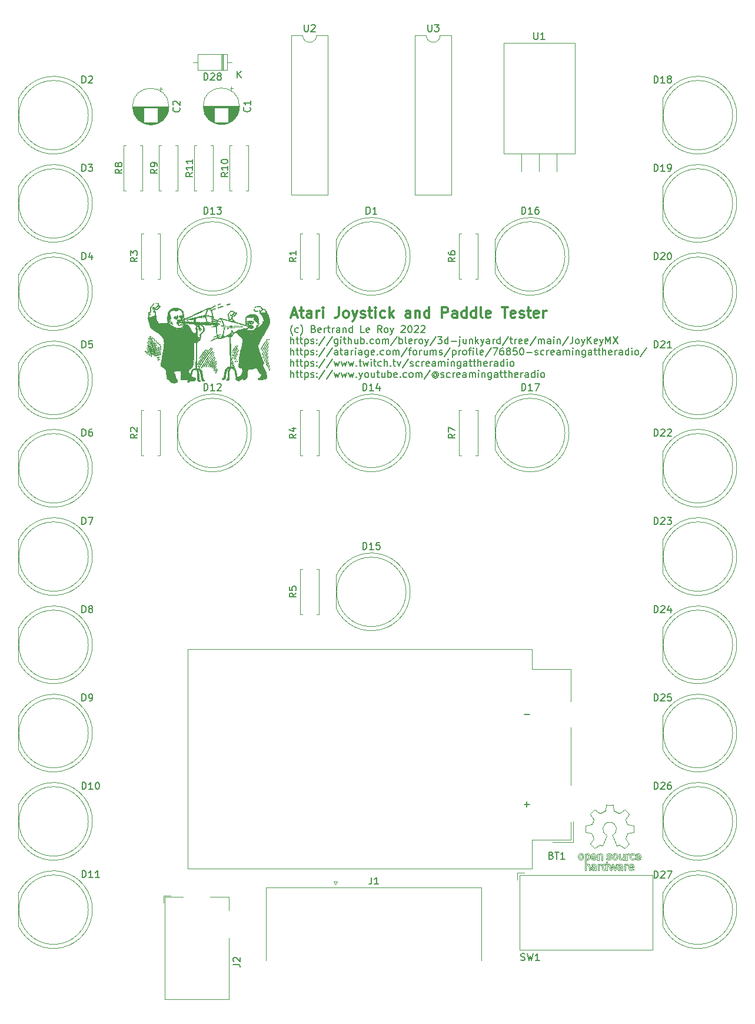
<source format=gbr>
%TF.GenerationSoftware,KiCad,Pcbnew,(6.0.1)*%
%TF.CreationDate,2022-11-23T19:00:34-08:00*%
%TF.ProjectId,AtariJoystickPaddleTester,41746172-694a-46f7-9973-7469636b5061,rev?*%
%TF.SameCoordinates,Original*%
%TF.FileFunction,Legend,Top*%
%TF.FilePolarity,Positive*%
%FSLAX46Y46*%
G04 Gerber Fmt 4.6, Leading zero omitted, Abs format (unit mm)*
G04 Created by KiCad (PCBNEW (6.0.1)) date 2022-11-23 19:00:34*
%MOMM*%
%LPD*%
G01*
G04 APERTURE LIST*
%ADD10C,0.150000*%
%ADD11C,0.300000*%
%ADD12C,0.120000*%
%ADD13C,0.090000*%
%ADD14C,0.010000*%
G04 APERTURE END LIST*
D10*
X91553309Y-87529333D02*
X91505690Y-87481714D01*
X91410452Y-87338857D01*
X91362833Y-87243619D01*
X91315214Y-87100761D01*
X91267595Y-86862666D01*
X91267595Y-86672190D01*
X91315214Y-86434095D01*
X91362833Y-86291238D01*
X91410452Y-86196000D01*
X91505690Y-86053142D01*
X91553309Y-86005523D01*
X92362833Y-87100761D02*
X92267595Y-87148380D01*
X92077119Y-87148380D01*
X91981880Y-87100761D01*
X91934261Y-87053142D01*
X91886642Y-86957904D01*
X91886642Y-86672190D01*
X91934261Y-86576952D01*
X91981880Y-86529333D01*
X92077119Y-86481714D01*
X92267595Y-86481714D01*
X92362833Y-86529333D01*
X92696166Y-87529333D02*
X92743785Y-87481714D01*
X92839023Y-87338857D01*
X92886642Y-87243619D01*
X92934261Y-87100761D01*
X92981880Y-86862666D01*
X92981880Y-86672190D01*
X92934261Y-86434095D01*
X92886642Y-86291238D01*
X92839023Y-86196000D01*
X92743785Y-86053142D01*
X92696166Y-86005523D01*
X94553309Y-86624571D02*
X94696166Y-86672190D01*
X94743785Y-86719809D01*
X94791404Y-86815047D01*
X94791404Y-86957904D01*
X94743785Y-87053142D01*
X94696166Y-87100761D01*
X94600928Y-87148380D01*
X94219976Y-87148380D01*
X94219976Y-86148380D01*
X94553309Y-86148380D01*
X94648547Y-86196000D01*
X94696166Y-86243619D01*
X94743785Y-86338857D01*
X94743785Y-86434095D01*
X94696166Y-86529333D01*
X94648547Y-86576952D01*
X94553309Y-86624571D01*
X94219976Y-86624571D01*
X95600928Y-87100761D02*
X95505690Y-87148380D01*
X95315214Y-87148380D01*
X95219976Y-87100761D01*
X95172357Y-87005523D01*
X95172357Y-86624571D01*
X95219976Y-86529333D01*
X95315214Y-86481714D01*
X95505690Y-86481714D01*
X95600928Y-86529333D01*
X95648547Y-86624571D01*
X95648547Y-86719809D01*
X95172357Y-86815047D01*
X96077119Y-87148380D02*
X96077119Y-86481714D01*
X96077119Y-86672190D02*
X96124738Y-86576952D01*
X96172357Y-86529333D01*
X96267595Y-86481714D01*
X96362833Y-86481714D01*
X96553309Y-86481714D02*
X96934261Y-86481714D01*
X96696166Y-86148380D02*
X96696166Y-87005523D01*
X96743785Y-87100761D01*
X96839023Y-87148380D01*
X96934261Y-87148380D01*
X97267595Y-87148380D02*
X97267595Y-86481714D01*
X97267595Y-86672190D02*
X97315214Y-86576952D01*
X97362833Y-86529333D01*
X97458071Y-86481714D01*
X97553309Y-86481714D01*
X98315214Y-87148380D02*
X98315214Y-86624571D01*
X98267595Y-86529333D01*
X98172357Y-86481714D01*
X97981880Y-86481714D01*
X97886642Y-86529333D01*
X98315214Y-87100761D02*
X98219976Y-87148380D01*
X97981880Y-87148380D01*
X97886642Y-87100761D01*
X97839023Y-87005523D01*
X97839023Y-86910285D01*
X97886642Y-86815047D01*
X97981880Y-86767428D01*
X98219976Y-86767428D01*
X98315214Y-86719809D01*
X98791404Y-86481714D02*
X98791404Y-87148380D01*
X98791404Y-86576952D02*
X98839023Y-86529333D01*
X98934261Y-86481714D01*
X99077119Y-86481714D01*
X99172357Y-86529333D01*
X99219976Y-86624571D01*
X99219976Y-87148380D01*
X100124738Y-87148380D02*
X100124738Y-86148380D01*
X100124738Y-87100761D02*
X100029500Y-87148380D01*
X99839023Y-87148380D01*
X99743785Y-87100761D01*
X99696166Y-87053142D01*
X99648547Y-86957904D01*
X99648547Y-86672190D01*
X99696166Y-86576952D01*
X99743785Y-86529333D01*
X99839023Y-86481714D01*
X100029500Y-86481714D01*
X100124738Y-86529333D01*
X101839023Y-87148380D02*
X101362833Y-87148380D01*
X101362833Y-86148380D01*
X102553309Y-87100761D02*
X102458071Y-87148380D01*
X102267595Y-87148380D01*
X102172357Y-87100761D01*
X102124738Y-87005523D01*
X102124738Y-86624571D01*
X102172357Y-86529333D01*
X102267595Y-86481714D01*
X102458071Y-86481714D01*
X102553309Y-86529333D01*
X102600928Y-86624571D01*
X102600928Y-86719809D01*
X102124738Y-86815047D01*
X104362833Y-87148380D02*
X104029500Y-86672190D01*
X103791404Y-87148380D02*
X103791404Y-86148380D01*
X104172357Y-86148380D01*
X104267595Y-86196000D01*
X104315214Y-86243619D01*
X104362833Y-86338857D01*
X104362833Y-86481714D01*
X104315214Y-86576952D01*
X104267595Y-86624571D01*
X104172357Y-86672190D01*
X103791404Y-86672190D01*
X104934261Y-87148380D02*
X104839023Y-87100761D01*
X104791404Y-87053142D01*
X104743785Y-86957904D01*
X104743785Y-86672190D01*
X104791404Y-86576952D01*
X104839023Y-86529333D01*
X104934261Y-86481714D01*
X105077119Y-86481714D01*
X105172357Y-86529333D01*
X105219976Y-86576952D01*
X105267595Y-86672190D01*
X105267595Y-86957904D01*
X105219976Y-87053142D01*
X105172357Y-87100761D01*
X105077119Y-87148380D01*
X104934261Y-87148380D01*
X105600928Y-86481714D02*
X105839023Y-87148380D01*
X106077119Y-86481714D02*
X105839023Y-87148380D01*
X105743785Y-87386476D01*
X105696166Y-87434095D01*
X105600928Y-87481714D01*
X107172357Y-86243619D02*
X107219976Y-86196000D01*
X107315214Y-86148380D01*
X107553309Y-86148380D01*
X107648547Y-86196000D01*
X107696166Y-86243619D01*
X107743785Y-86338857D01*
X107743785Y-86434095D01*
X107696166Y-86576952D01*
X107124738Y-87148380D01*
X107743785Y-87148380D01*
X108362833Y-86148380D02*
X108458071Y-86148380D01*
X108553309Y-86196000D01*
X108600928Y-86243619D01*
X108648547Y-86338857D01*
X108696166Y-86529333D01*
X108696166Y-86767428D01*
X108648547Y-86957904D01*
X108600928Y-87053142D01*
X108553309Y-87100761D01*
X108458071Y-87148380D01*
X108362833Y-87148380D01*
X108267595Y-87100761D01*
X108219976Y-87053142D01*
X108172357Y-86957904D01*
X108124738Y-86767428D01*
X108124738Y-86529333D01*
X108172357Y-86338857D01*
X108219976Y-86243619D01*
X108267595Y-86196000D01*
X108362833Y-86148380D01*
X109077119Y-86243619D02*
X109124738Y-86196000D01*
X109219976Y-86148380D01*
X109458071Y-86148380D01*
X109553309Y-86196000D01*
X109600928Y-86243619D01*
X109648547Y-86338857D01*
X109648547Y-86434095D01*
X109600928Y-86576952D01*
X109029500Y-87148380D01*
X109648547Y-87148380D01*
X110029500Y-86243619D02*
X110077119Y-86196000D01*
X110172357Y-86148380D01*
X110410452Y-86148380D01*
X110505690Y-86196000D01*
X110553309Y-86243619D01*
X110600928Y-86338857D01*
X110600928Y-86434095D01*
X110553309Y-86576952D01*
X109981880Y-87148380D01*
X110600928Y-87148380D01*
X91267595Y-88758380D02*
X91267595Y-87758380D01*
X91696166Y-88758380D02*
X91696166Y-88234571D01*
X91648547Y-88139333D01*
X91553309Y-88091714D01*
X91410452Y-88091714D01*
X91315214Y-88139333D01*
X91267595Y-88186952D01*
X92029500Y-88091714D02*
X92410452Y-88091714D01*
X92172357Y-87758380D02*
X92172357Y-88615523D01*
X92219976Y-88710761D01*
X92315214Y-88758380D01*
X92410452Y-88758380D01*
X92600928Y-88091714D02*
X92981880Y-88091714D01*
X92743785Y-87758380D02*
X92743785Y-88615523D01*
X92791404Y-88710761D01*
X92886642Y-88758380D01*
X92981880Y-88758380D01*
X93315214Y-88091714D02*
X93315214Y-89091714D01*
X93315214Y-88139333D02*
X93410452Y-88091714D01*
X93600928Y-88091714D01*
X93696166Y-88139333D01*
X93743785Y-88186952D01*
X93791404Y-88282190D01*
X93791404Y-88567904D01*
X93743785Y-88663142D01*
X93696166Y-88710761D01*
X93600928Y-88758380D01*
X93410452Y-88758380D01*
X93315214Y-88710761D01*
X94172357Y-88710761D02*
X94267595Y-88758380D01*
X94458071Y-88758380D01*
X94553309Y-88710761D01*
X94600928Y-88615523D01*
X94600928Y-88567904D01*
X94553309Y-88472666D01*
X94458071Y-88425047D01*
X94315214Y-88425047D01*
X94219976Y-88377428D01*
X94172357Y-88282190D01*
X94172357Y-88234571D01*
X94219976Y-88139333D01*
X94315214Y-88091714D01*
X94458071Y-88091714D01*
X94553309Y-88139333D01*
X95029500Y-88663142D02*
X95077119Y-88710761D01*
X95029500Y-88758380D01*
X94981880Y-88710761D01*
X95029500Y-88663142D01*
X95029500Y-88758380D01*
X95029500Y-88139333D02*
X95077119Y-88186952D01*
X95029500Y-88234571D01*
X94981880Y-88186952D01*
X95029500Y-88139333D01*
X95029500Y-88234571D01*
X96219976Y-87710761D02*
X95362833Y-88996476D01*
X97267595Y-87710761D02*
X96410452Y-88996476D01*
X98029500Y-88091714D02*
X98029500Y-88901238D01*
X97981880Y-88996476D01*
X97934261Y-89044095D01*
X97839023Y-89091714D01*
X97696166Y-89091714D01*
X97600928Y-89044095D01*
X98029500Y-88710761D02*
X97934261Y-88758380D01*
X97743785Y-88758380D01*
X97648547Y-88710761D01*
X97600928Y-88663142D01*
X97553309Y-88567904D01*
X97553309Y-88282190D01*
X97600928Y-88186952D01*
X97648547Y-88139333D01*
X97743785Y-88091714D01*
X97934261Y-88091714D01*
X98029500Y-88139333D01*
X98505690Y-88758380D02*
X98505690Y-88091714D01*
X98505690Y-87758380D02*
X98458071Y-87806000D01*
X98505690Y-87853619D01*
X98553309Y-87806000D01*
X98505690Y-87758380D01*
X98505690Y-87853619D01*
X98839023Y-88091714D02*
X99219976Y-88091714D01*
X98981880Y-87758380D02*
X98981880Y-88615523D01*
X99029500Y-88710761D01*
X99124738Y-88758380D01*
X99219976Y-88758380D01*
X99553309Y-88758380D02*
X99553309Y-87758380D01*
X99981880Y-88758380D02*
X99981880Y-88234571D01*
X99934261Y-88139333D01*
X99839023Y-88091714D01*
X99696166Y-88091714D01*
X99600928Y-88139333D01*
X99553309Y-88186952D01*
X100886642Y-88091714D02*
X100886642Y-88758380D01*
X100458071Y-88091714D02*
X100458071Y-88615523D01*
X100505690Y-88710761D01*
X100600928Y-88758380D01*
X100743785Y-88758380D01*
X100839023Y-88710761D01*
X100886642Y-88663142D01*
X101362833Y-88758380D02*
X101362833Y-87758380D01*
X101362833Y-88139333D02*
X101458071Y-88091714D01*
X101648547Y-88091714D01*
X101743785Y-88139333D01*
X101791404Y-88186952D01*
X101839023Y-88282190D01*
X101839023Y-88567904D01*
X101791404Y-88663142D01*
X101743785Y-88710761D01*
X101648547Y-88758380D01*
X101458071Y-88758380D01*
X101362833Y-88710761D01*
X102267595Y-88663142D02*
X102315214Y-88710761D01*
X102267595Y-88758380D01*
X102219976Y-88710761D01*
X102267595Y-88663142D01*
X102267595Y-88758380D01*
X103172357Y-88710761D02*
X103077119Y-88758380D01*
X102886642Y-88758380D01*
X102791404Y-88710761D01*
X102743785Y-88663142D01*
X102696166Y-88567904D01*
X102696166Y-88282190D01*
X102743785Y-88186952D01*
X102791404Y-88139333D01*
X102886642Y-88091714D01*
X103077119Y-88091714D01*
X103172357Y-88139333D01*
X103743785Y-88758380D02*
X103648547Y-88710761D01*
X103600928Y-88663142D01*
X103553309Y-88567904D01*
X103553309Y-88282190D01*
X103600928Y-88186952D01*
X103648547Y-88139333D01*
X103743785Y-88091714D01*
X103886642Y-88091714D01*
X103981880Y-88139333D01*
X104029500Y-88186952D01*
X104077119Y-88282190D01*
X104077119Y-88567904D01*
X104029500Y-88663142D01*
X103981880Y-88710761D01*
X103886642Y-88758380D01*
X103743785Y-88758380D01*
X104505690Y-88758380D02*
X104505690Y-88091714D01*
X104505690Y-88186952D02*
X104553309Y-88139333D01*
X104648547Y-88091714D01*
X104791404Y-88091714D01*
X104886642Y-88139333D01*
X104934261Y-88234571D01*
X104934261Y-88758380D01*
X104934261Y-88234571D02*
X104981880Y-88139333D01*
X105077119Y-88091714D01*
X105219976Y-88091714D01*
X105315214Y-88139333D01*
X105362833Y-88234571D01*
X105362833Y-88758380D01*
X106553309Y-87710761D02*
X105696166Y-88996476D01*
X106886642Y-88758380D02*
X106886642Y-87758380D01*
X106886642Y-88139333D02*
X106981880Y-88091714D01*
X107172357Y-88091714D01*
X107267595Y-88139333D01*
X107315214Y-88186952D01*
X107362833Y-88282190D01*
X107362833Y-88567904D01*
X107315214Y-88663142D01*
X107267595Y-88710761D01*
X107172357Y-88758380D01*
X106981880Y-88758380D01*
X106886642Y-88710761D01*
X107934261Y-88758380D02*
X107839023Y-88710761D01*
X107791404Y-88615523D01*
X107791404Y-87758380D01*
X108696166Y-88710761D02*
X108600928Y-88758380D01*
X108410452Y-88758380D01*
X108315214Y-88710761D01*
X108267595Y-88615523D01*
X108267595Y-88234571D01*
X108315214Y-88139333D01*
X108410452Y-88091714D01*
X108600928Y-88091714D01*
X108696166Y-88139333D01*
X108743785Y-88234571D01*
X108743785Y-88329809D01*
X108267595Y-88425047D01*
X109172357Y-88758380D02*
X109172357Y-88091714D01*
X109172357Y-88282190D02*
X109219976Y-88186952D01*
X109267595Y-88139333D01*
X109362833Y-88091714D01*
X109458071Y-88091714D01*
X109934261Y-88758380D02*
X109839023Y-88710761D01*
X109791404Y-88663142D01*
X109743785Y-88567904D01*
X109743785Y-88282190D01*
X109791404Y-88186952D01*
X109839023Y-88139333D01*
X109934261Y-88091714D01*
X110077119Y-88091714D01*
X110172357Y-88139333D01*
X110219976Y-88186952D01*
X110267595Y-88282190D01*
X110267595Y-88567904D01*
X110219976Y-88663142D01*
X110172357Y-88710761D01*
X110077119Y-88758380D01*
X109934261Y-88758380D01*
X110600928Y-88091714D02*
X110839023Y-88758380D01*
X111077119Y-88091714D02*
X110839023Y-88758380D01*
X110743785Y-88996476D01*
X110696166Y-89044095D01*
X110600928Y-89091714D01*
X112172357Y-87710761D02*
X111315214Y-88996476D01*
X112410452Y-87758380D02*
X113029500Y-87758380D01*
X112696166Y-88139333D01*
X112839023Y-88139333D01*
X112934261Y-88186952D01*
X112981880Y-88234571D01*
X113029500Y-88329809D01*
X113029500Y-88567904D01*
X112981880Y-88663142D01*
X112934261Y-88710761D01*
X112839023Y-88758380D01*
X112553309Y-88758380D01*
X112458071Y-88710761D01*
X112410452Y-88663142D01*
X113886642Y-88758380D02*
X113886642Y-87758380D01*
X113886642Y-88710761D02*
X113791404Y-88758380D01*
X113600928Y-88758380D01*
X113505690Y-88710761D01*
X113458071Y-88663142D01*
X113410452Y-88567904D01*
X113410452Y-88282190D01*
X113458071Y-88186952D01*
X113505690Y-88139333D01*
X113600928Y-88091714D01*
X113791404Y-88091714D01*
X113886642Y-88139333D01*
X114362833Y-88377428D02*
X115124738Y-88377428D01*
X115600928Y-88091714D02*
X115600928Y-88948857D01*
X115553309Y-89044095D01*
X115458071Y-89091714D01*
X115410452Y-89091714D01*
X115600928Y-87758380D02*
X115553309Y-87806000D01*
X115600928Y-87853619D01*
X115648547Y-87806000D01*
X115600928Y-87758380D01*
X115600928Y-87853619D01*
X116505690Y-88091714D02*
X116505690Y-88758380D01*
X116077119Y-88091714D02*
X116077119Y-88615523D01*
X116124738Y-88710761D01*
X116219976Y-88758380D01*
X116362833Y-88758380D01*
X116458071Y-88710761D01*
X116505690Y-88663142D01*
X116981880Y-88091714D02*
X116981880Y-88758380D01*
X116981880Y-88186952D02*
X117029500Y-88139333D01*
X117124738Y-88091714D01*
X117267595Y-88091714D01*
X117362833Y-88139333D01*
X117410452Y-88234571D01*
X117410452Y-88758380D01*
X117886642Y-88758380D02*
X117886642Y-87758380D01*
X117981880Y-88377428D02*
X118267595Y-88758380D01*
X118267595Y-88091714D02*
X117886642Y-88472666D01*
X118600928Y-88091714D02*
X118839023Y-88758380D01*
X119077119Y-88091714D02*
X118839023Y-88758380D01*
X118743785Y-88996476D01*
X118696166Y-89044095D01*
X118600928Y-89091714D01*
X119886642Y-88758380D02*
X119886642Y-88234571D01*
X119839023Y-88139333D01*
X119743785Y-88091714D01*
X119553309Y-88091714D01*
X119458071Y-88139333D01*
X119886642Y-88710761D02*
X119791404Y-88758380D01*
X119553309Y-88758380D01*
X119458071Y-88710761D01*
X119410452Y-88615523D01*
X119410452Y-88520285D01*
X119458071Y-88425047D01*
X119553309Y-88377428D01*
X119791404Y-88377428D01*
X119886642Y-88329809D01*
X120362833Y-88758380D02*
X120362833Y-88091714D01*
X120362833Y-88282190D02*
X120410452Y-88186952D01*
X120458071Y-88139333D01*
X120553309Y-88091714D01*
X120648547Y-88091714D01*
X121410452Y-88758380D02*
X121410452Y-87758380D01*
X121410452Y-88710761D02*
X121315214Y-88758380D01*
X121124738Y-88758380D01*
X121029500Y-88710761D01*
X120981880Y-88663142D01*
X120934261Y-88567904D01*
X120934261Y-88282190D01*
X120981880Y-88186952D01*
X121029500Y-88139333D01*
X121124738Y-88091714D01*
X121315214Y-88091714D01*
X121410452Y-88139333D01*
X122600928Y-87710761D02*
X121743785Y-88996476D01*
X122791404Y-88091714D02*
X123172357Y-88091714D01*
X122934261Y-87758380D02*
X122934261Y-88615523D01*
X122981880Y-88710761D01*
X123077119Y-88758380D01*
X123172357Y-88758380D01*
X123505690Y-88758380D02*
X123505690Y-88091714D01*
X123505690Y-88282190D02*
X123553309Y-88186952D01*
X123600928Y-88139333D01*
X123696166Y-88091714D01*
X123791404Y-88091714D01*
X124505690Y-88710761D02*
X124410452Y-88758380D01*
X124219976Y-88758380D01*
X124124738Y-88710761D01*
X124077119Y-88615523D01*
X124077119Y-88234571D01*
X124124738Y-88139333D01*
X124219976Y-88091714D01*
X124410452Y-88091714D01*
X124505690Y-88139333D01*
X124553309Y-88234571D01*
X124553309Y-88329809D01*
X124077119Y-88425047D01*
X125362833Y-88710761D02*
X125267595Y-88758380D01*
X125077119Y-88758380D01*
X124981880Y-88710761D01*
X124934261Y-88615523D01*
X124934261Y-88234571D01*
X124981880Y-88139333D01*
X125077119Y-88091714D01*
X125267595Y-88091714D01*
X125362833Y-88139333D01*
X125410452Y-88234571D01*
X125410452Y-88329809D01*
X124934261Y-88425047D01*
X126553309Y-87710761D02*
X125696166Y-88996476D01*
X126886642Y-88758380D02*
X126886642Y-88091714D01*
X126886642Y-88186952D02*
X126934261Y-88139333D01*
X127029499Y-88091714D01*
X127172357Y-88091714D01*
X127267595Y-88139333D01*
X127315214Y-88234571D01*
X127315214Y-88758380D01*
X127315214Y-88234571D02*
X127362833Y-88139333D01*
X127458071Y-88091714D01*
X127600928Y-88091714D01*
X127696166Y-88139333D01*
X127743785Y-88234571D01*
X127743785Y-88758380D01*
X128648547Y-88758380D02*
X128648547Y-88234571D01*
X128600928Y-88139333D01*
X128505690Y-88091714D01*
X128315214Y-88091714D01*
X128219976Y-88139333D01*
X128648547Y-88710761D02*
X128553309Y-88758380D01*
X128315214Y-88758380D01*
X128219976Y-88710761D01*
X128172357Y-88615523D01*
X128172357Y-88520285D01*
X128219976Y-88425047D01*
X128315214Y-88377428D01*
X128553309Y-88377428D01*
X128648547Y-88329809D01*
X129124738Y-88758380D02*
X129124738Y-88091714D01*
X129124738Y-87758380D02*
X129077119Y-87806000D01*
X129124738Y-87853619D01*
X129172357Y-87806000D01*
X129124738Y-87758380D01*
X129124738Y-87853619D01*
X129600928Y-88091714D02*
X129600928Y-88758380D01*
X129600928Y-88186952D02*
X129648547Y-88139333D01*
X129743785Y-88091714D01*
X129886642Y-88091714D01*
X129981880Y-88139333D01*
X130029499Y-88234571D01*
X130029499Y-88758380D01*
X131219976Y-87710761D02*
X130362833Y-88996476D01*
X131839023Y-87758380D02*
X131839023Y-88472666D01*
X131791404Y-88615523D01*
X131696166Y-88710761D01*
X131553309Y-88758380D01*
X131458071Y-88758380D01*
X132458071Y-88758380D02*
X132362833Y-88710761D01*
X132315214Y-88663142D01*
X132267595Y-88567904D01*
X132267595Y-88282190D01*
X132315214Y-88186952D01*
X132362833Y-88139333D01*
X132458071Y-88091714D01*
X132600928Y-88091714D01*
X132696166Y-88139333D01*
X132743785Y-88186952D01*
X132791404Y-88282190D01*
X132791404Y-88567904D01*
X132743785Y-88663142D01*
X132696166Y-88710761D01*
X132600928Y-88758380D01*
X132458071Y-88758380D01*
X133124738Y-88091714D02*
X133362833Y-88758380D01*
X133600928Y-88091714D02*
X133362833Y-88758380D01*
X133267595Y-88996476D01*
X133219976Y-89044095D01*
X133124738Y-89091714D01*
X133981880Y-88758380D02*
X133981880Y-87758380D01*
X134553309Y-88758380D02*
X134124738Y-88186952D01*
X134553309Y-87758380D02*
X133981880Y-88329809D01*
X135362833Y-88710761D02*
X135267595Y-88758380D01*
X135077119Y-88758380D01*
X134981880Y-88710761D01*
X134934261Y-88615523D01*
X134934261Y-88234571D01*
X134981880Y-88139333D01*
X135077119Y-88091714D01*
X135267595Y-88091714D01*
X135362833Y-88139333D01*
X135410452Y-88234571D01*
X135410452Y-88329809D01*
X134934261Y-88425047D01*
X135743785Y-88091714D02*
X135981880Y-88758380D01*
X136219976Y-88091714D02*
X135981880Y-88758380D01*
X135886642Y-88996476D01*
X135839023Y-89044095D01*
X135743785Y-89091714D01*
X136600928Y-88758380D02*
X136600928Y-87758380D01*
X136934261Y-88472666D01*
X137267595Y-87758380D01*
X137267595Y-88758380D01*
X137648547Y-87758380D02*
X138315214Y-88758380D01*
X138315214Y-87758380D02*
X137648547Y-88758380D01*
X91267595Y-90368380D02*
X91267595Y-89368380D01*
X91696166Y-90368380D02*
X91696166Y-89844571D01*
X91648547Y-89749333D01*
X91553309Y-89701714D01*
X91410452Y-89701714D01*
X91315214Y-89749333D01*
X91267595Y-89796952D01*
X92029500Y-89701714D02*
X92410452Y-89701714D01*
X92172357Y-89368380D02*
X92172357Y-90225523D01*
X92219976Y-90320761D01*
X92315214Y-90368380D01*
X92410452Y-90368380D01*
X92600928Y-89701714D02*
X92981880Y-89701714D01*
X92743785Y-89368380D02*
X92743785Y-90225523D01*
X92791404Y-90320761D01*
X92886642Y-90368380D01*
X92981880Y-90368380D01*
X93315214Y-89701714D02*
X93315214Y-90701714D01*
X93315214Y-89749333D02*
X93410452Y-89701714D01*
X93600928Y-89701714D01*
X93696166Y-89749333D01*
X93743785Y-89796952D01*
X93791404Y-89892190D01*
X93791404Y-90177904D01*
X93743785Y-90273142D01*
X93696166Y-90320761D01*
X93600928Y-90368380D01*
X93410452Y-90368380D01*
X93315214Y-90320761D01*
X94172357Y-90320761D02*
X94267595Y-90368380D01*
X94458071Y-90368380D01*
X94553309Y-90320761D01*
X94600928Y-90225523D01*
X94600928Y-90177904D01*
X94553309Y-90082666D01*
X94458071Y-90035047D01*
X94315214Y-90035047D01*
X94219976Y-89987428D01*
X94172357Y-89892190D01*
X94172357Y-89844571D01*
X94219976Y-89749333D01*
X94315214Y-89701714D01*
X94458071Y-89701714D01*
X94553309Y-89749333D01*
X95029500Y-90273142D02*
X95077119Y-90320761D01*
X95029500Y-90368380D01*
X94981880Y-90320761D01*
X95029500Y-90273142D01*
X95029500Y-90368380D01*
X95029500Y-89749333D02*
X95077119Y-89796952D01*
X95029500Y-89844571D01*
X94981880Y-89796952D01*
X95029500Y-89749333D01*
X95029500Y-89844571D01*
X96219976Y-89320761D02*
X95362833Y-90606476D01*
X97267595Y-89320761D02*
X96410452Y-90606476D01*
X98029500Y-90368380D02*
X98029500Y-89844571D01*
X97981880Y-89749333D01*
X97886642Y-89701714D01*
X97696166Y-89701714D01*
X97600928Y-89749333D01*
X98029500Y-90320761D02*
X97934261Y-90368380D01*
X97696166Y-90368380D01*
X97600928Y-90320761D01*
X97553309Y-90225523D01*
X97553309Y-90130285D01*
X97600928Y-90035047D01*
X97696166Y-89987428D01*
X97934261Y-89987428D01*
X98029500Y-89939809D01*
X98362833Y-89701714D02*
X98743785Y-89701714D01*
X98505690Y-89368380D02*
X98505690Y-90225523D01*
X98553309Y-90320761D01*
X98648547Y-90368380D01*
X98743785Y-90368380D01*
X99505690Y-90368380D02*
X99505690Y-89844571D01*
X99458071Y-89749333D01*
X99362833Y-89701714D01*
X99172357Y-89701714D01*
X99077119Y-89749333D01*
X99505690Y-90320761D02*
X99410452Y-90368380D01*
X99172357Y-90368380D01*
X99077119Y-90320761D01*
X99029500Y-90225523D01*
X99029500Y-90130285D01*
X99077119Y-90035047D01*
X99172357Y-89987428D01*
X99410452Y-89987428D01*
X99505690Y-89939809D01*
X99981880Y-90368380D02*
X99981880Y-89701714D01*
X99981880Y-89892190D02*
X100029500Y-89796952D01*
X100077119Y-89749333D01*
X100172357Y-89701714D01*
X100267595Y-89701714D01*
X100600928Y-90368380D02*
X100600928Y-89701714D01*
X100600928Y-89368380D02*
X100553309Y-89416000D01*
X100600928Y-89463619D01*
X100648547Y-89416000D01*
X100600928Y-89368380D01*
X100600928Y-89463619D01*
X101505690Y-90368380D02*
X101505690Y-89844571D01*
X101458071Y-89749333D01*
X101362833Y-89701714D01*
X101172357Y-89701714D01*
X101077119Y-89749333D01*
X101505690Y-90320761D02*
X101410452Y-90368380D01*
X101172357Y-90368380D01*
X101077119Y-90320761D01*
X101029500Y-90225523D01*
X101029500Y-90130285D01*
X101077119Y-90035047D01*
X101172357Y-89987428D01*
X101410452Y-89987428D01*
X101505690Y-89939809D01*
X102410452Y-89701714D02*
X102410452Y-90511238D01*
X102362833Y-90606476D01*
X102315214Y-90654095D01*
X102219976Y-90701714D01*
X102077119Y-90701714D01*
X101981880Y-90654095D01*
X102410452Y-90320761D02*
X102315214Y-90368380D01*
X102124738Y-90368380D01*
X102029500Y-90320761D01*
X101981880Y-90273142D01*
X101934261Y-90177904D01*
X101934261Y-89892190D01*
X101981880Y-89796952D01*
X102029500Y-89749333D01*
X102124738Y-89701714D01*
X102315214Y-89701714D01*
X102410452Y-89749333D01*
X103267595Y-90320761D02*
X103172357Y-90368380D01*
X102981880Y-90368380D01*
X102886642Y-90320761D01*
X102839023Y-90225523D01*
X102839023Y-89844571D01*
X102886642Y-89749333D01*
X102981880Y-89701714D01*
X103172357Y-89701714D01*
X103267595Y-89749333D01*
X103315214Y-89844571D01*
X103315214Y-89939809D01*
X102839023Y-90035047D01*
X103743785Y-90273142D02*
X103791404Y-90320761D01*
X103743785Y-90368380D01*
X103696166Y-90320761D01*
X103743785Y-90273142D01*
X103743785Y-90368380D01*
X104648547Y-90320761D02*
X104553309Y-90368380D01*
X104362833Y-90368380D01*
X104267595Y-90320761D01*
X104219976Y-90273142D01*
X104172357Y-90177904D01*
X104172357Y-89892190D01*
X104219976Y-89796952D01*
X104267595Y-89749333D01*
X104362833Y-89701714D01*
X104553309Y-89701714D01*
X104648547Y-89749333D01*
X105219976Y-90368380D02*
X105124738Y-90320761D01*
X105077119Y-90273142D01*
X105029500Y-90177904D01*
X105029500Y-89892190D01*
X105077119Y-89796952D01*
X105124738Y-89749333D01*
X105219976Y-89701714D01*
X105362833Y-89701714D01*
X105458071Y-89749333D01*
X105505690Y-89796952D01*
X105553309Y-89892190D01*
X105553309Y-90177904D01*
X105505690Y-90273142D01*
X105458071Y-90320761D01*
X105362833Y-90368380D01*
X105219976Y-90368380D01*
X105981880Y-90368380D02*
X105981880Y-89701714D01*
X105981880Y-89796952D02*
X106029500Y-89749333D01*
X106124738Y-89701714D01*
X106267595Y-89701714D01*
X106362833Y-89749333D01*
X106410452Y-89844571D01*
X106410452Y-90368380D01*
X106410452Y-89844571D02*
X106458071Y-89749333D01*
X106553309Y-89701714D01*
X106696166Y-89701714D01*
X106791404Y-89749333D01*
X106839023Y-89844571D01*
X106839023Y-90368380D01*
X108029500Y-89320761D02*
X107172357Y-90606476D01*
X108219976Y-89701714D02*
X108600928Y-89701714D01*
X108362833Y-90368380D02*
X108362833Y-89511238D01*
X108410452Y-89416000D01*
X108505690Y-89368380D01*
X108600928Y-89368380D01*
X109077119Y-90368380D02*
X108981880Y-90320761D01*
X108934261Y-90273142D01*
X108886642Y-90177904D01*
X108886642Y-89892190D01*
X108934261Y-89796952D01*
X108981880Y-89749333D01*
X109077119Y-89701714D01*
X109219976Y-89701714D01*
X109315214Y-89749333D01*
X109362833Y-89796952D01*
X109410452Y-89892190D01*
X109410452Y-90177904D01*
X109362833Y-90273142D01*
X109315214Y-90320761D01*
X109219976Y-90368380D01*
X109077119Y-90368380D01*
X109839023Y-90368380D02*
X109839023Y-89701714D01*
X109839023Y-89892190D02*
X109886642Y-89796952D01*
X109934261Y-89749333D01*
X110029500Y-89701714D01*
X110124738Y-89701714D01*
X110886642Y-89701714D02*
X110886642Y-90368380D01*
X110458071Y-89701714D02*
X110458071Y-90225523D01*
X110505690Y-90320761D01*
X110600928Y-90368380D01*
X110743785Y-90368380D01*
X110839023Y-90320761D01*
X110886642Y-90273142D01*
X111362833Y-90368380D02*
X111362833Y-89701714D01*
X111362833Y-89796952D02*
X111410452Y-89749333D01*
X111505690Y-89701714D01*
X111648547Y-89701714D01*
X111743785Y-89749333D01*
X111791404Y-89844571D01*
X111791404Y-90368380D01*
X111791404Y-89844571D02*
X111839023Y-89749333D01*
X111934261Y-89701714D01*
X112077119Y-89701714D01*
X112172357Y-89749333D01*
X112219976Y-89844571D01*
X112219976Y-90368380D01*
X112648547Y-90320761D02*
X112743785Y-90368380D01*
X112934261Y-90368380D01*
X113029500Y-90320761D01*
X113077119Y-90225523D01*
X113077119Y-90177904D01*
X113029500Y-90082666D01*
X112934261Y-90035047D01*
X112791404Y-90035047D01*
X112696166Y-89987428D01*
X112648547Y-89892190D01*
X112648547Y-89844571D01*
X112696166Y-89749333D01*
X112791404Y-89701714D01*
X112934261Y-89701714D01*
X113029500Y-89749333D01*
X114219976Y-89320761D02*
X113362833Y-90606476D01*
X114553309Y-89701714D02*
X114553309Y-90701714D01*
X114553309Y-89749333D02*
X114648547Y-89701714D01*
X114839023Y-89701714D01*
X114934261Y-89749333D01*
X114981880Y-89796952D01*
X115029500Y-89892190D01*
X115029500Y-90177904D01*
X114981880Y-90273142D01*
X114934261Y-90320761D01*
X114839023Y-90368380D01*
X114648547Y-90368380D01*
X114553309Y-90320761D01*
X115458071Y-90368380D02*
X115458071Y-89701714D01*
X115458071Y-89892190D02*
X115505690Y-89796952D01*
X115553309Y-89749333D01*
X115648547Y-89701714D01*
X115743785Y-89701714D01*
X116219976Y-90368380D02*
X116124738Y-90320761D01*
X116077119Y-90273142D01*
X116029500Y-90177904D01*
X116029500Y-89892190D01*
X116077119Y-89796952D01*
X116124738Y-89749333D01*
X116219976Y-89701714D01*
X116362833Y-89701714D01*
X116458071Y-89749333D01*
X116505690Y-89796952D01*
X116553309Y-89892190D01*
X116553309Y-90177904D01*
X116505690Y-90273142D01*
X116458071Y-90320761D01*
X116362833Y-90368380D01*
X116219976Y-90368380D01*
X116839023Y-89701714D02*
X117219976Y-89701714D01*
X116981880Y-90368380D02*
X116981880Y-89511238D01*
X117029500Y-89416000D01*
X117124738Y-89368380D01*
X117219976Y-89368380D01*
X117553309Y-90368380D02*
X117553309Y-89701714D01*
X117553309Y-89368380D02*
X117505690Y-89416000D01*
X117553309Y-89463619D01*
X117600928Y-89416000D01*
X117553309Y-89368380D01*
X117553309Y-89463619D01*
X118172357Y-90368380D02*
X118077119Y-90320761D01*
X118029500Y-90225523D01*
X118029500Y-89368380D01*
X118934261Y-90320761D02*
X118839023Y-90368380D01*
X118648547Y-90368380D01*
X118553309Y-90320761D01*
X118505690Y-90225523D01*
X118505690Y-89844571D01*
X118553309Y-89749333D01*
X118648547Y-89701714D01*
X118839023Y-89701714D01*
X118934261Y-89749333D01*
X118981880Y-89844571D01*
X118981880Y-89939809D01*
X118505690Y-90035047D01*
X120124738Y-89320761D02*
X119267595Y-90606476D01*
X120362833Y-89368380D02*
X121029500Y-89368380D01*
X120600928Y-90368380D01*
X121839023Y-89368380D02*
X121648547Y-89368380D01*
X121553309Y-89416000D01*
X121505690Y-89463619D01*
X121410452Y-89606476D01*
X121362833Y-89796952D01*
X121362833Y-90177904D01*
X121410452Y-90273142D01*
X121458071Y-90320761D01*
X121553309Y-90368380D01*
X121743785Y-90368380D01*
X121839023Y-90320761D01*
X121886642Y-90273142D01*
X121934261Y-90177904D01*
X121934261Y-89939809D01*
X121886642Y-89844571D01*
X121839023Y-89796952D01*
X121743785Y-89749333D01*
X121553309Y-89749333D01*
X121458071Y-89796952D01*
X121410452Y-89844571D01*
X121362833Y-89939809D01*
X122505690Y-89796952D02*
X122410452Y-89749333D01*
X122362833Y-89701714D01*
X122315214Y-89606476D01*
X122315214Y-89558857D01*
X122362833Y-89463619D01*
X122410452Y-89416000D01*
X122505690Y-89368380D01*
X122696166Y-89368380D01*
X122791404Y-89416000D01*
X122839023Y-89463619D01*
X122886642Y-89558857D01*
X122886642Y-89606476D01*
X122839023Y-89701714D01*
X122791404Y-89749333D01*
X122696166Y-89796952D01*
X122505690Y-89796952D01*
X122410452Y-89844571D01*
X122362833Y-89892190D01*
X122315214Y-89987428D01*
X122315214Y-90177904D01*
X122362833Y-90273142D01*
X122410452Y-90320761D01*
X122505690Y-90368380D01*
X122696166Y-90368380D01*
X122791404Y-90320761D01*
X122839023Y-90273142D01*
X122886642Y-90177904D01*
X122886642Y-89987428D01*
X122839023Y-89892190D01*
X122791404Y-89844571D01*
X122696166Y-89796952D01*
X123791404Y-89368380D02*
X123315214Y-89368380D01*
X123267595Y-89844571D01*
X123315214Y-89796952D01*
X123410452Y-89749333D01*
X123648547Y-89749333D01*
X123743785Y-89796952D01*
X123791404Y-89844571D01*
X123839023Y-89939809D01*
X123839023Y-90177904D01*
X123791404Y-90273142D01*
X123743785Y-90320761D01*
X123648547Y-90368380D01*
X123410452Y-90368380D01*
X123315214Y-90320761D01*
X123267595Y-90273142D01*
X124458071Y-89368380D02*
X124553309Y-89368380D01*
X124648547Y-89416000D01*
X124696166Y-89463619D01*
X124743785Y-89558857D01*
X124791404Y-89749333D01*
X124791404Y-89987428D01*
X124743785Y-90177904D01*
X124696166Y-90273142D01*
X124648547Y-90320761D01*
X124553309Y-90368380D01*
X124458071Y-90368380D01*
X124362833Y-90320761D01*
X124315214Y-90273142D01*
X124267595Y-90177904D01*
X124219976Y-89987428D01*
X124219976Y-89749333D01*
X124267595Y-89558857D01*
X124315214Y-89463619D01*
X124362833Y-89416000D01*
X124458071Y-89368380D01*
X125219976Y-89987428D02*
X125981880Y-89987428D01*
X126410452Y-90320761D02*
X126505690Y-90368380D01*
X126696166Y-90368380D01*
X126791404Y-90320761D01*
X126839023Y-90225523D01*
X126839023Y-90177904D01*
X126791404Y-90082666D01*
X126696166Y-90035047D01*
X126553309Y-90035047D01*
X126458071Y-89987428D01*
X126410452Y-89892190D01*
X126410452Y-89844571D01*
X126458071Y-89749333D01*
X126553309Y-89701714D01*
X126696166Y-89701714D01*
X126791404Y-89749333D01*
X127696166Y-90320761D02*
X127600928Y-90368380D01*
X127410452Y-90368380D01*
X127315214Y-90320761D01*
X127267595Y-90273142D01*
X127219976Y-90177904D01*
X127219976Y-89892190D01*
X127267595Y-89796952D01*
X127315214Y-89749333D01*
X127410452Y-89701714D01*
X127600928Y-89701714D01*
X127696166Y-89749333D01*
X128124738Y-90368380D02*
X128124738Y-89701714D01*
X128124738Y-89892190D02*
X128172357Y-89796952D01*
X128219976Y-89749333D01*
X128315214Y-89701714D01*
X128410452Y-89701714D01*
X129124738Y-90320761D02*
X129029499Y-90368380D01*
X128839023Y-90368380D01*
X128743785Y-90320761D01*
X128696166Y-90225523D01*
X128696166Y-89844571D01*
X128743785Y-89749333D01*
X128839023Y-89701714D01*
X129029499Y-89701714D01*
X129124738Y-89749333D01*
X129172357Y-89844571D01*
X129172357Y-89939809D01*
X128696166Y-90035047D01*
X130029499Y-90368380D02*
X130029499Y-89844571D01*
X129981880Y-89749333D01*
X129886642Y-89701714D01*
X129696166Y-89701714D01*
X129600928Y-89749333D01*
X130029499Y-90320761D02*
X129934261Y-90368380D01*
X129696166Y-90368380D01*
X129600928Y-90320761D01*
X129553309Y-90225523D01*
X129553309Y-90130285D01*
X129600928Y-90035047D01*
X129696166Y-89987428D01*
X129934261Y-89987428D01*
X130029499Y-89939809D01*
X130505690Y-90368380D02*
X130505690Y-89701714D01*
X130505690Y-89796952D02*
X130553309Y-89749333D01*
X130648547Y-89701714D01*
X130791404Y-89701714D01*
X130886642Y-89749333D01*
X130934261Y-89844571D01*
X130934261Y-90368380D01*
X130934261Y-89844571D02*
X130981880Y-89749333D01*
X131077119Y-89701714D01*
X131219976Y-89701714D01*
X131315214Y-89749333D01*
X131362833Y-89844571D01*
X131362833Y-90368380D01*
X131839023Y-90368380D02*
X131839023Y-89701714D01*
X131839023Y-89368380D02*
X131791404Y-89416000D01*
X131839023Y-89463619D01*
X131886642Y-89416000D01*
X131839023Y-89368380D01*
X131839023Y-89463619D01*
X132315214Y-89701714D02*
X132315214Y-90368380D01*
X132315214Y-89796952D02*
X132362833Y-89749333D01*
X132458071Y-89701714D01*
X132600928Y-89701714D01*
X132696166Y-89749333D01*
X132743785Y-89844571D01*
X132743785Y-90368380D01*
X133648547Y-89701714D02*
X133648547Y-90511238D01*
X133600928Y-90606476D01*
X133553309Y-90654095D01*
X133458071Y-90701714D01*
X133315214Y-90701714D01*
X133219976Y-90654095D01*
X133648547Y-90320761D02*
X133553309Y-90368380D01*
X133362833Y-90368380D01*
X133267595Y-90320761D01*
X133219976Y-90273142D01*
X133172357Y-90177904D01*
X133172357Y-89892190D01*
X133219976Y-89796952D01*
X133267595Y-89749333D01*
X133362833Y-89701714D01*
X133553309Y-89701714D01*
X133648547Y-89749333D01*
X134553309Y-90368380D02*
X134553309Y-89844571D01*
X134505690Y-89749333D01*
X134410452Y-89701714D01*
X134219976Y-89701714D01*
X134124738Y-89749333D01*
X134553309Y-90320761D02*
X134458071Y-90368380D01*
X134219976Y-90368380D01*
X134124738Y-90320761D01*
X134077119Y-90225523D01*
X134077119Y-90130285D01*
X134124738Y-90035047D01*
X134219976Y-89987428D01*
X134458071Y-89987428D01*
X134553309Y-89939809D01*
X134886642Y-89701714D02*
X135267595Y-89701714D01*
X135029500Y-89368380D02*
X135029500Y-90225523D01*
X135077119Y-90320761D01*
X135172357Y-90368380D01*
X135267595Y-90368380D01*
X135458071Y-89701714D02*
X135839023Y-89701714D01*
X135600928Y-89368380D02*
X135600928Y-90225523D01*
X135648547Y-90320761D01*
X135743785Y-90368380D01*
X135839023Y-90368380D01*
X136172357Y-90368380D02*
X136172357Y-89368380D01*
X136600928Y-90368380D02*
X136600928Y-89844571D01*
X136553309Y-89749333D01*
X136458071Y-89701714D01*
X136315214Y-89701714D01*
X136219976Y-89749333D01*
X136172357Y-89796952D01*
X137458071Y-90320761D02*
X137362833Y-90368380D01*
X137172357Y-90368380D01*
X137077119Y-90320761D01*
X137029500Y-90225523D01*
X137029500Y-89844571D01*
X137077119Y-89749333D01*
X137172357Y-89701714D01*
X137362833Y-89701714D01*
X137458071Y-89749333D01*
X137505690Y-89844571D01*
X137505690Y-89939809D01*
X137029500Y-90035047D01*
X137934261Y-90368380D02*
X137934261Y-89701714D01*
X137934261Y-89892190D02*
X137981880Y-89796952D01*
X138029500Y-89749333D01*
X138124738Y-89701714D01*
X138219976Y-89701714D01*
X138981880Y-90368380D02*
X138981880Y-89844571D01*
X138934261Y-89749333D01*
X138839023Y-89701714D01*
X138648547Y-89701714D01*
X138553309Y-89749333D01*
X138981880Y-90320761D02*
X138886642Y-90368380D01*
X138648547Y-90368380D01*
X138553309Y-90320761D01*
X138505690Y-90225523D01*
X138505690Y-90130285D01*
X138553309Y-90035047D01*
X138648547Y-89987428D01*
X138886642Y-89987428D01*
X138981880Y-89939809D01*
X139886642Y-90368380D02*
X139886642Y-89368380D01*
X139886642Y-90320761D02*
X139791404Y-90368380D01*
X139600928Y-90368380D01*
X139505690Y-90320761D01*
X139458071Y-90273142D01*
X139410452Y-90177904D01*
X139410452Y-89892190D01*
X139458071Y-89796952D01*
X139505690Y-89749333D01*
X139600928Y-89701714D01*
X139791404Y-89701714D01*
X139886642Y-89749333D01*
X140362833Y-90368380D02*
X140362833Y-89701714D01*
X140362833Y-89368380D02*
X140315214Y-89416000D01*
X140362833Y-89463619D01*
X140410452Y-89416000D01*
X140362833Y-89368380D01*
X140362833Y-89463619D01*
X140981880Y-90368380D02*
X140886642Y-90320761D01*
X140839023Y-90273142D01*
X140791404Y-90177904D01*
X140791404Y-89892190D01*
X140839023Y-89796952D01*
X140886642Y-89749333D01*
X140981880Y-89701714D01*
X141124738Y-89701714D01*
X141219976Y-89749333D01*
X141267595Y-89796952D01*
X141315214Y-89892190D01*
X141315214Y-90177904D01*
X141267595Y-90273142D01*
X141219976Y-90320761D01*
X141124738Y-90368380D01*
X140981880Y-90368380D01*
X142458071Y-89320761D02*
X141600928Y-90606476D01*
X91267595Y-91978380D02*
X91267595Y-90978380D01*
X91696166Y-91978380D02*
X91696166Y-91454571D01*
X91648547Y-91359333D01*
X91553309Y-91311714D01*
X91410452Y-91311714D01*
X91315214Y-91359333D01*
X91267595Y-91406952D01*
X92029500Y-91311714D02*
X92410452Y-91311714D01*
X92172357Y-90978380D02*
X92172357Y-91835523D01*
X92219976Y-91930761D01*
X92315214Y-91978380D01*
X92410452Y-91978380D01*
X92600928Y-91311714D02*
X92981880Y-91311714D01*
X92743785Y-90978380D02*
X92743785Y-91835523D01*
X92791404Y-91930761D01*
X92886642Y-91978380D01*
X92981880Y-91978380D01*
X93315214Y-91311714D02*
X93315214Y-92311714D01*
X93315214Y-91359333D02*
X93410452Y-91311714D01*
X93600928Y-91311714D01*
X93696166Y-91359333D01*
X93743785Y-91406952D01*
X93791404Y-91502190D01*
X93791404Y-91787904D01*
X93743785Y-91883142D01*
X93696166Y-91930761D01*
X93600928Y-91978380D01*
X93410452Y-91978380D01*
X93315214Y-91930761D01*
X94172357Y-91930761D02*
X94267595Y-91978380D01*
X94458071Y-91978380D01*
X94553309Y-91930761D01*
X94600928Y-91835523D01*
X94600928Y-91787904D01*
X94553309Y-91692666D01*
X94458071Y-91645047D01*
X94315214Y-91645047D01*
X94219976Y-91597428D01*
X94172357Y-91502190D01*
X94172357Y-91454571D01*
X94219976Y-91359333D01*
X94315214Y-91311714D01*
X94458071Y-91311714D01*
X94553309Y-91359333D01*
X95029500Y-91883142D02*
X95077119Y-91930761D01*
X95029500Y-91978380D01*
X94981880Y-91930761D01*
X95029500Y-91883142D01*
X95029500Y-91978380D01*
X95029500Y-91359333D02*
X95077119Y-91406952D01*
X95029500Y-91454571D01*
X94981880Y-91406952D01*
X95029500Y-91359333D01*
X95029500Y-91454571D01*
X96219976Y-90930761D02*
X95362833Y-92216476D01*
X97267595Y-90930761D02*
X96410452Y-92216476D01*
X97505690Y-91311714D02*
X97696166Y-91978380D01*
X97886642Y-91502190D01*
X98077119Y-91978380D01*
X98267595Y-91311714D01*
X98553309Y-91311714D02*
X98743785Y-91978380D01*
X98934261Y-91502190D01*
X99124738Y-91978380D01*
X99315214Y-91311714D01*
X99600928Y-91311714D02*
X99791404Y-91978380D01*
X99981880Y-91502190D01*
X100172357Y-91978380D01*
X100362833Y-91311714D01*
X100743785Y-91883142D02*
X100791404Y-91930761D01*
X100743785Y-91978380D01*
X100696166Y-91930761D01*
X100743785Y-91883142D01*
X100743785Y-91978380D01*
X101077119Y-91311714D02*
X101458071Y-91311714D01*
X101219976Y-90978380D02*
X101219976Y-91835523D01*
X101267595Y-91930761D01*
X101362833Y-91978380D01*
X101458071Y-91978380D01*
X101696166Y-91311714D02*
X101886642Y-91978380D01*
X102077119Y-91502190D01*
X102267595Y-91978380D01*
X102458071Y-91311714D01*
X102839023Y-91978380D02*
X102839023Y-91311714D01*
X102839023Y-90978380D02*
X102791404Y-91026000D01*
X102839023Y-91073619D01*
X102886642Y-91026000D01*
X102839023Y-90978380D01*
X102839023Y-91073619D01*
X103172357Y-91311714D02*
X103553309Y-91311714D01*
X103315214Y-90978380D02*
X103315214Y-91835523D01*
X103362833Y-91930761D01*
X103458071Y-91978380D01*
X103553309Y-91978380D01*
X104315214Y-91930761D02*
X104219976Y-91978380D01*
X104029500Y-91978380D01*
X103934261Y-91930761D01*
X103886642Y-91883142D01*
X103839023Y-91787904D01*
X103839023Y-91502190D01*
X103886642Y-91406952D01*
X103934261Y-91359333D01*
X104029500Y-91311714D01*
X104219976Y-91311714D01*
X104315214Y-91359333D01*
X104743785Y-91978380D02*
X104743785Y-90978380D01*
X105172357Y-91978380D02*
X105172357Y-91454571D01*
X105124738Y-91359333D01*
X105029500Y-91311714D01*
X104886642Y-91311714D01*
X104791404Y-91359333D01*
X104743785Y-91406952D01*
X105648547Y-91883142D02*
X105696166Y-91930761D01*
X105648547Y-91978380D01*
X105600928Y-91930761D01*
X105648547Y-91883142D01*
X105648547Y-91978380D01*
X105981880Y-91311714D02*
X106362833Y-91311714D01*
X106124738Y-90978380D02*
X106124738Y-91835523D01*
X106172357Y-91930761D01*
X106267595Y-91978380D01*
X106362833Y-91978380D01*
X106600928Y-91311714D02*
X106839023Y-91978380D01*
X107077119Y-91311714D01*
X108172357Y-90930761D02*
X107315214Y-92216476D01*
X108458071Y-91930761D02*
X108553309Y-91978380D01*
X108743785Y-91978380D01*
X108839023Y-91930761D01*
X108886642Y-91835523D01*
X108886642Y-91787904D01*
X108839023Y-91692666D01*
X108743785Y-91645047D01*
X108600928Y-91645047D01*
X108505690Y-91597428D01*
X108458071Y-91502190D01*
X108458071Y-91454571D01*
X108505690Y-91359333D01*
X108600928Y-91311714D01*
X108743785Y-91311714D01*
X108839023Y-91359333D01*
X109743785Y-91930761D02*
X109648547Y-91978380D01*
X109458071Y-91978380D01*
X109362833Y-91930761D01*
X109315214Y-91883142D01*
X109267595Y-91787904D01*
X109267595Y-91502190D01*
X109315214Y-91406952D01*
X109362833Y-91359333D01*
X109458071Y-91311714D01*
X109648547Y-91311714D01*
X109743785Y-91359333D01*
X110172357Y-91978380D02*
X110172357Y-91311714D01*
X110172357Y-91502190D02*
X110219976Y-91406952D01*
X110267595Y-91359333D01*
X110362833Y-91311714D01*
X110458071Y-91311714D01*
X111172357Y-91930761D02*
X111077119Y-91978380D01*
X110886642Y-91978380D01*
X110791404Y-91930761D01*
X110743785Y-91835523D01*
X110743785Y-91454571D01*
X110791404Y-91359333D01*
X110886642Y-91311714D01*
X111077119Y-91311714D01*
X111172357Y-91359333D01*
X111219976Y-91454571D01*
X111219976Y-91549809D01*
X110743785Y-91645047D01*
X112077119Y-91978380D02*
X112077119Y-91454571D01*
X112029500Y-91359333D01*
X111934261Y-91311714D01*
X111743785Y-91311714D01*
X111648547Y-91359333D01*
X112077119Y-91930761D02*
X111981880Y-91978380D01*
X111743785Y-91978380D01*
X111648547Y-91930761D01*
X111600928Y-91835523D01*
X111600928Y-91740285D01*
X111648547Y-91645047D01*
X111743785Y-91597428D01*
X111981880Y-91597428D01*
X112077119Y-91549809D01*
X112553309Y-91978380D02*
X112553309Y-91311714D01*
X112553309Y-91406952D02*
X112600928Y-91359333D01*
X112696166Y-91311714D01*
X112839023Y-91311714D01*
X112934261Y-91359333D01*
X112981880Y-91454571D01*
X112981880Y-91978380D01*
X112981880Y-91454571D02*
X113029500Y-91359333D01*
X113124738Y-91311714D01*
X113267595Y-91311714D01*
X113362833Y-91359333D01*
X113410452Y-91454571D01*
X113410452Y-91978380D01*
X113886642Y-91978380D02*
X113886642Y-91311714D01*
X113886642Y-90978380D02*
X113839023Y-91026000D01*
X113886642Y-91073619D01*
X113934261Y-91026000D01*
X113886642Y-90978380D01*
X113886642Y-91073619D01*
X114362833Y-91311714D02*
X114362833Y-91978380D01*
X114362833Y-91406952D02*
X114410452Y-91359333D01*
X114505690Y-91311714D01*
X114648547Y-91311714D01*
X114743785Y-91359333D01*
X114791404Y-91454571D01*
X114791404Y-91978380D01*
X115696166Y-91311714D02*
X115696166Y-92121238D01*
X115648547Y-92216476D01*
X115600928Y-92264095D01*
X115505690Y-92311714D01*
X115362833Y-92311714D01*
X115267595Y-92264095D01*
X115696166Y-91930761D02*
X115600928Y-91978380D01*
X115410452Y-91978380D01*
X115315214Y-91930761D01*
X115267595Y-91883142D01*
X115219976Y-91787904D01*
X115219976Y-91502190D01*
X115267595Y-91406952D01*
X115315214Y-91359333D01*
X115410452Y-91311714D01*
X115600928Y-91311714D01*
X115696166Y-91359333D01*
X116600928Y-91978380D02*
X116600928Y-91454571D01*
X116553309Y-91359333D01*
X116458071Y-91311714D01*
X116267595Y-91311714D01*
X116172357Y-91359333D01*
X116600928Y-91930761D02*
X116505690Y-91978380D01*
X116267595Y-91978380D01*
X116172357Y-91930761D01*
X116124738Y-91835523D01*
X116124738Y-91740285D01*
X116172357Y-91645047D01*
X116267595Y-91597428D01*
X116505690Y-91597428D01*
X116600928Y-91549809D01*
X116934261Y-91311714D02*
X117315214Y-91311714D01*
X117077119Y-90978380D02*
X117077119Y-91835523D01*
X117124738Y-91930761D01*
X117219976Y-91978380D01*
X117315214Y-91978380D01*
X117505690Y-91311714D02*
X117886642Y-91311714D01*
X117648547Y-90978380D02*
X117648547Y-91835523D01*
X117696166Y-91930761D01*
X117791404Y-91978380D01*
X117886642Y-91978380D01*
X118219976Y-91978380D02*
X118219976Y-90978380D01*
X118648547Y-91978380D02*
X118648547Y-91454571D01*
X118600928Y-91359333D01*
X118505690Y-91311714D01*
X118362833Y-91311714D01*
X118267595Y-91359333D01*
X118219976Y-91406952D01*
X119505690Y-91930761D02*
X119410452Y-91978380D01*
X119219976Y-91978380D01*
X119124738Y-91930761D01*
X119077119Y-91835523D01*
X119077119Y-91454571D01*
X119124738Y-91359333D01*
X119219976Y-91311714D01*
X119410452Y-91311714D01*
X119505690Y-91359333D01*
X119553309Y-91454571D01*
X119553309Y-91549809D01*
X119077119Y-91645047D01*
X119981880Y-91978380D02*
X119981880Y-91311714D01*
X119981880Y-91502190D02*
X120029499Y-91406952D01*
X120077119Y-91359333D01*
X120172357Y-91311714D01*
X120267595Y-91311714D01*
X121029499Y-91978380D02*
X121029499Y-91454571D01*
X120981880Y-91359333D01*
X120886642Y-91311714D01*
X120696166Y-91311714D01*
X120600928Y-91359333D01*
X121029499Y-91930761D02*
X120934261Y-91978380D01*
X120696166Y-91978380D01*
X120600928Y-91930761D01*
X120553309Y-91835523D01*
X120553309Y-91740285D01*
X120600928Y-91645047D01*
X120696166Y-91597428D01*
X120934261Y-91597428D01*
X121029499Y-91549809D01*
X121934261Y-91978380D02*
X121934261Y-90978380D01*
X121934261Y-91930761D02*
X121839023Y-91978380D01*
X121648547Y-91978380D01*
X121553309Y-91930761D01*
X121505690Y-91883142D01*
X121458071Y-91787904D01*
X121458071Y-91502190D01*
X121505690Y-91406952D01*
X121553309Y-91359333D01*
X121648547Y-91311714D01*
X121839023Y-91311714D01*
X121934261Y-91359333D01*
X122410452Y-91978380D02*
X122410452Y-91311714D01*
X122410452Y-90978380D02*
X122362833Y-91026000D01*
X122410452Y-91073619D01*
X122458071Y-91026000D01*
X122410452Y-90978380D01*
X122410452Y-91073619D01*
X123029499Y-91978380D02*
X122934261Y-91930761D01*
X122886642Y-91883142D01*
X122839023Y-91787904D01*
X122839023Y-91502190D01*
X122886642Y-91406952D01*
X122934261Y-91359333D01*
X123029499Y-91311714D01*
X123172357Y-91311714D01*
X123267595Y-91359333D01*
X123315214Y-91406952D01*
X123362833Y-91502190D01*
X123362833Y-91787904D01*
X123315214Y-91883142D01*
X123267595Y-91930761D01*
X123172357Y-91978380D01*
X123029499Y-91978380D01*
X91267595Y-93588380D02*
X91267595Y-92588380D01*
X91696166Y-93588380D02*
X91696166Y-93064571D01*
X91648547Y-92969333D01*
X91553309Y-92921714D01*
X91410452Y-92921714D01*
X91315214Y-92969333D01*
X91267595Y-93016952D01*
X92029500Y-92921714D02*
X92410452Y-92921714D01*
X92172357Y-92588380D02*
X92172357Y-93445523D01*
X92219976Y-93540761D01*
X92315214Y-93588380D01*
X92410452Y-93588380D01*
X92600928Y-92921714D02*
X92981880Y-92921714D01*
X92743785Y-92588380D02*
X92743785Y-93445523D01*
X92791404Y-93540761D01*
X92886642Y-93588380D01*
X92981880Y-93588380D01*
X93315214Y-92921714D02*
X93315214Y-93921714D01*
X93315214Y-92969333D02*
X93410452Y-92921714D01*
X93600928Y-92921714D01*
X93696166Y-92969333D01*
X93743785Y-93016952D01*
X93791404Y-93112190D01*
X93791404Y-93397904D01*
X93743785Y-93493142D01*
X93696166Y-93540761D01*
X93600928Y-93588380D01*
X93410452Y-93588380D01*
X93315214Y-93540761D01*
X94172357Y-93540761D02*
X94267595Y-93588380D01*
X94458071Y-93588380D01*
X94553309Y-93540761D01*
X94600928Y-93445523D01*
X94600928Y-93397904D01*
X94553309Y-93302666D01*
X94458071Y-93255047D01*
X94315214Y-93255047D01*
X94219976Y-93207428D01*
X94172357Y-93112190D01*
X94172357Y-93064571D01*
X94219976Y-92969333D01*
X94315214Y-92921714D01*
X94458071Y-92921714D01*
X94553309Y-92969333D01*
X95029500Y-93493142D02*
X95077119Y-93540761D01*
X95029500Y-93588380D01*
X94981880Y-93540761D01*
X95029500Y-93493142D01*
X95029500Y-93588380D01*
X95029500Y-92969333D02*
X95077119Y-93016952D01*
X95029500Y-93064571D01*
X94981880Y-93016952D01*
X95029500Y-92969333D01*
X95029500Y-93064571D01*
X96219976Y-92540761D02*
X95362833Y-93826476D01*
X97267595Y-92540761D02*
X96410452Y-93826476D01*
X97505690Y-92921714D02*
X97696166Y-93588380D01*
X97886642Y-93112190D01*
X98077119Y-93588380D01*
X98267595Y-92921714D01*
X98553309Y-92921714D02*
X98743785Y-93588380D01*
X98934261Y-93112190D01*
X99124738Y-93588380D01*
X99315214Y-92921714D01*
X99600928Y-92921714D02*
X99791404Y-93588380D01*
X99981880Y-93112190D01*
X100172357Y-93588380D01*
X100362833Y-92921714D01*
X100743785Y-93493142D02*
X100791404Y-93540761D01*
X100743785Y-93588380D01*
X100696166Y-93540761D01*
X100743785Y-93493142D01*
X100743785Y-93588380D01*
X101124738Y-92921714D02*
X101362833Y-93588380D01*
X101600928Y-92921714D02*
X101362833Y-93588380D01*
X101267595Y-93826476D01*
X101219976Y-93874095D01*
X101124738Y-93921714D01*
X102124738Y-93588380D02*
X102029500Y-93540761D01*
X101981880Y-93493142D01*
X101934261Y-93397904D01*
X101934261Y-93112190D01*
X101981880Y-93016952D01*
X102029500Y-92969333D01*
X102124738Y-92921714D01*
X102267595Y-92921714D01*
X102362833Y-92969333D01*
X102410452Y-93016952D01*
X102458071Y-93112190D01*
X102458071Y-93397904D01*
X102410452Y-93493142D01*
X102362833Y-93540761D01*
X102267595Y-93588380D01*
X102124738Y-93588380D01*
X103315214Y-92921714D02*
X103315214Y-93588380D01*
X102886642Y-92921714D02*
X102886642Y-93445523D01*
X102934261Y-93540761D01*
X103029500Y-93588380D01*
X103172357Y-93588380D01*
X103267595Y-93540761D01*
X103315214Y-93493142D01*
X103648547Y-92921714D02*
X104029500Y-92921714D01*
X103791404Y-92588380D02*
X103791404Y-93445523D01*
X103839023Y-93540761D01*
X103934261Y-93588380D01*
X104029500Y-93588380D01*
X104791404Y-92921714D02*
X104791404Y-93588380D01*
X104362833Y-92921714D02*
X104362833Y-93445523D01*
X104410452Y-93540761D01*
X104505690Y-93588380D01*
X104648547Y-93588380D01*
X104743785Y-93540761D01*
X104791404Y-93493142D01*
X105267595Y-93588380D02*
X105267595Y-92588380D01*
X105267595Y-92969333D02*
X105362833Y-92921714D01*
X105553309Y-92921714D01*
X105648547Y-92969333D01*
X105696166Y-93016952D01*
X105743785Y-93112190D01*
X105743785Y-93397904D01*
X105696166Y-93493142D01*
X105648547Y-93540761D01*
X105553309Y-93588380D01*
X105362833Y-93588380D01*
X105267595Y-93540761D01*
X106553309Y-93540761D02*
X106458071Y-93588380D01*
X106267595Y-93588380D01*
X106172357Y-93540761D01*
X106124738Y-93445523D01*
X106124738Y-93064571D01*
X106172357Y-92969333D01*
X106267595Y-92921714D01*
X106458071Y-92921714D01*
X106553309Y-92969333D01*
X106600928Y-93064571D01*
X106600928Y-93159809D01*
X106124738Y-93255047D01*
X107029500Y-93493142D02*
X107077119Y-93540761D01*
X107029500Y-93588380D01*
X106981880Y-93540761D01*
X107029500Y-93493142D01*
X107029500Y-93588380D01*
X107934261Y-93540761D02*
X107839023Y-93588380D01*
X107648547Y-93588380D01*
X107553309Y-93540761D01*
X107505690Y-93493142D01*
X107458071Y-93397904D01*
X107458071Y-93112190D01*
X107505690Y-93016952D01*
X107553309Y-92969333D01*
X107648547Y-92921714D01*
X107839023Y-92921714D01*
X107934261Y-92969333D01*
X108505690Y-93588380D02*
X108410452Y-93540761D01*
X108362833Y-93493142D01*
X108315214Y-93397904D01*
X108315214Y-93112190D01*
X108362833Y-93016952D01*
X108410452Y-92969333D01*
X108505690Y-92921714D01*
X108648547Y-92921714D01*
X108743785Y-92969333D01*
X108791404Y-93016952D01*
X108839023Y-93112190D01*
X108839023Y-93397904D01*
X108791404Y-93493142D01*
X108743785Y-93540761D01*
X108648547Y-93588380D01*
X108505690Y-93588380D01*
X109267595Y-93588380D02*
X109267595Y-92921714D01*
X109267595Y-93016952D02*
X109315214Y-92969333D01*
X109410452Y-92921714D01*
X109553309Y-92921714D01*
X109648547Y-92969333D01*
X109696166Y-93064571D01*
X109696166Y-93588380D01*
X109696166Y-93064571D02*
X109743785Y-92969333D01*
X109839023Y-92921714D01*
X109981880Y-92921714D01*
X110077119Y-92969333D01*
X110124738Y-93064571D01*
X110124738Y-93588380D01*
X111315214Y-92540761D02*
X110458071Y-93826476D01*
X112267595Y-93112190D02*
X112219976Y-93064571D01*
X112124738Y-93016952D01*
X112029500Y-93016952D01*
X111934261Y-93064571D01*
X111886642Y-93112190D01*
X111839023Y-93207428D01*
X111839023Y-93302666D01*
X111886642Y-93397904D01*
X111934261Y-93445523D01*
X112029500Y-93493142D01*
X112124738Y-93493142D01*
X112219976Y-93445523D01*
X112267595Y-93397904D01*
X112267595Y-93016952D02*
X112267595Y-93397904D01*
X112315214Y-93445523D01*
X112362833Y-93445523D01*
X112458071Y-93397904D01*
X112505690Y-93302666D01*
X112505690Y-93064571D01*
X112410452Y-92921714D01*
X112267595Y-92826476D01*
X112077119Y-92778857D01*
X111886642Y-92826476D01*
X111743785Y-92921714D01*
X111648547Y-93064571D01*
X111600928Y-93255047D01*
X111648547Y-93445523D01*
X111743785Y-93588380D01*
X111886642Y-93683619D01*
X112077119Y-93731238D01*
X112267595Y-93683619D01*
X112410452Y-93588380D01*
X112886642Y-93540761D02*
X112981880Y-93588380D01*
X113172357Y-93588380D01*
X113267595Y-93540761D01*
X113315214Y-93445523D01*
X113315214Y-93397904D01*
X113267595Y-93302666D01*
X113172357Y-93255047D01*
X113029500Y-93255047D01*
X112934261Y-93207428D01*
X112886642Y-93112190D01*
X112886642Y-93064571D01*
X112934261Y-92969333D01*
X113029500Y-92921714D01*
X113172357Y-92921714D01*
X113267595Y-92969333D01*
X114172357Y-93540761D02*
X114077119Y-93588380D01*
X113886642Y-93588380D01*
X113791404Y-93540761D01*
X113743785Y-93493142D01*
X113696166Y-93397904D01*
X113696166Y-93112190D01*
X113743785Y-93016952D01*
X113791404Y-92969333D01*
X113886642Y-92921714D01*
X114077119Y-92921714D01*
X114172357Y-92969333D01*
X114600928Y-93588380D02*
X114600928Y-92921714D01*
X114600928Y-93112190D02*
X114648547Y-93016952D01*
X114696166Y-92969333D01*
X114791404Y-92921714D01*
X114886642Y-92921714D01*
X115600928Y-93540761D02*
X115505690Y-93588380D01*
X115315214Y-93588380D01*
X115219976Y-93540761D01*
X115172357Y-93445523D01*
X115172357Y-93064571D01*
X115219976Y-92969333D01*
X115315214Y-92921714D01*
X115505690Y-92921714D01*
X115600928Y-92969333D01*
X115648547Y-93064571D01*
X115648547Y-93159809D01*
X115172357Y-93255047D01*
X116505690Y-93588380D02*
X116505690Y-93064571D01*
X116458071Y-92969333D01*
X116362833Y-92921714D01*
X116172357Y-92921714D01*
X116077119Y-92969333D01*
X116505690Y-93540761D02*
X116410452Y-93588380D01*
X116172357Y-93588380D01*
X116077119Y-93540761D01*
X116029500Y-93445523D01*
X116029500Y-93350285D01*
X116077119Y-93255047D01*
X116172357Y-93207428D01*
X116410452Y-93207428D01*
X116505690Y-93159809D01*
X116981880Y-93588380D02*
X116981880Y-92921714D01*
X116981880Y-93016952D02*
X117029500Y-92969333D01*
X117124738Y-92921714D01*
X117267595Y-92921714D01*
X117362833Y-92969333D01*
X117410452Y-93064571D01*
X117410452Y-93588380D01*
X117410452Y-93064571D02*
X117458071Y-92969333D01*
X117553309Y-92921714D01*
X117696166Y-92921714D01*
X117791404Y-92969333D01*
X117839023Y-93064571D01*
X117839023Y-93588380D01*
X118315214Y-93588380D02*
X118315214Y-92921714D01*
X118315214Y-92588380D02*
X118267595Y-92636000D01*
X118315214Y-92683619D01*
X118362833Y-92636000D01*
X118315214Y-92588380D01*
X118315214Y-92683619D01*
X118791404Y-92921714D02*
X118791404Y-93588380D01*
X118791404Y-93016952D02*
X118839023Y-92969333D01*
X118934261Y-92921714D01*
X119077119Y-92921714D01*
X119172357Y-92969333D01*
X119219976Y-93064571D01*
X119219976Y-93588380D01*
X120124738Y-92921714D02*
X120124738Y-93731238D01*
X120077119Y-93826476D01*
X120029500Y-93874095D01*
X119934261Y-93921714D01*
X119791404Y-93921714D01*
X119696166Y-93874095D01*
X120124738Y-93540761D02*
X120029500Y-93588380D01*
X119839023Y-93588380D01*
X119743785Y-93540761D01*
X119696166Y-93493142D01*
X119648547Y-93397904D01*
X119648547Y-93112190D01*
X119696166Y-93016952D01*
X119743785Y-92969333D01*
X119839023Y-92921714D01*
X120029500Y-92921714D01*
X120124738Y-92969333D01*
X121029500Y-93588380D02*
X121029500Y-93064571D01*
X120981880Y-92969333D01*
X120886642Y-92921714D01*
X120696166Y-92921714D01*
X120600928Y-92969333D01*
X121029500Y-93540761D02*
X120934261Y-93588380D01*
X120696166Y-93588380D01*
X120600928Y-93540761D01*
X120553309Y-93445523D01*
X120553309Y-93350285D01*
X120600928Y-93255047D01*
X120696166Y-93207428D01*
X120934261Y-93207428D01*
X121029500Y-93159809D01*
X121362833Y-92921714D02*
X121743785Y-92921714D01*
X121505690Y-92588380D02*
X121505690Y-93445523D01*
X121553309Y-93540761D01*
X121648547Y-93588380D01*
X121743785Y-93588380D01*
X121934261Y-92921714D02*
X122315214Y-92921714D01*
X122077119Y-92588380D02*
X122077119Y-93445523D01*
X122124738Y-93540761D01*
X122219976Y-93588380D01*
X122315214Y-93588380D01*
X122648547Y-93588380D02*
X122648547Y-92588380D01*
X123077119Y-93588380D02*
X123077119Y-93064571D01*
X123029499Y-92969333D01*
X122934261Y-92921714D01*
X122791404Y-92921714D01*
X122696166Y-92969333D01*
X122648547Y-93016952D01*
X123934261Y-93540761D02*
X123839023Y-93588380D01*
X123648547Y-93588380D01*
X123553309Y-93540761D01*
X123505690Y-93445523D01*
X123505690Y-93064571D01*
X123553309Y-92969333D01*
X123648547Y-92921714D01*
X123839023Y-92921714D01*
X123934261Y-92969333D01*
X123981880Y-93064571D01*
X123981880Y-93159809D01*
X123505690Y-93255047D01*
X124410452Y-93588380D02*
X124410452Y-92921714D01*
X124410452Y-93112190D02*
X124458071Y-93016952D01*
X124505690Y-92969333D01*
X124600928Y-92921714D01*
X124696166Y-92921714D01*
X125458071Y-93588380D02*
X125458071Y-93064571D01*
X125410452Y-92969333D01*
X125315214Y-92921714D01*
X125124738Y-92921714D01*
X125029499Y-92969333D01*
X125458071Y-93540761D02*
X125362833Y-93588380D01*
X125124738Y-93588380D01*
X125029499Y-93540761D01*
X124981880Y-93445523D01*
X124981880Y-93350285D01*
X125029499Y-93255047D01*
X125124738Y-93207428D01*
X125362833Y-93207428D01*
X125458071Y-93159809D01*
X126362833Y-93588380D02*
X126362833Y-92588380D01*
X126362833Y-93540761D02*
X126267595Y-93588380D01*
X126077119Y-93588380D01*
X125981880Y-93540761D01*
X125934261Y-93493142D01*
X125886642Y-93397904D01*
X125886642Y-93112190D01*
X125934261Y-93016952D01*
X125981880Y-92969333D01*
X126077119Y-92921714D01*
X126267595Y-92921714D01*
X126362833Y-92969333D01*
X126839023Y-93588380D02*
X126839023Y-92921714D01*
X126839023Y-92588380D02*
X126791404Y-92636000D01*
X126839023Y-92683619D01*
X126886642Y-92636000D01*
X126839023Y-92588380D01*
X126839023Y-92683619D01*
X127458071Y-93588380D02*
X127362833Y-93540761D01*
X127315214Y-93493142D01*
X127267595Y-93397904D01*
X127267595Y-93112190D01*
X127315214Y-93016952D01*
X127362833Y-92969333D01*
X127458071Y-92921714D01*
X127600928Y-92921714D01*
X127696166Y-92969333D01*
X127743785Y-93016952D01*
X127791404Y-93112190D01*
X127791404Y-93397904D01*
X127743785Y-93493142D01*
X127696166Y-93540761D01*
X127600928Y-93588380D01*
X127458071Y-93588380D01*
D11*
X91412714Y-84578000D02*
X92127000Y-84578000D01*
X91269857Y-85006571D02*
X91769857Y-83506571D01*
X92269857Y-85006571D01*
X92555571Y-84006571D02*
X93127000Y-84006571D01*
X92769857Y-83506571D02*
X92769857Y-84792285D01*
X92841285Y-84935142D01*
X92984142Y-85006571D01*
X93127000Y-85006571D01*
X94269857Y-85006571D02*
X94269857Y-84220857D01*
X94198428Y-84078000D01*
X94055571Y-84006571D01*
X93769857Y-84006571D01*
X93627000Y-84078000D01*
X94269857Y-84935142D02*
X94127000Y-85006571D01*
X93769857Y-85006571D01*
X93627000Y-84935142D01*
X93555571Y-84792285D01*
X93555571Y-84649428D01*
X93627000Y-84506571D01*
X93769857Y-84435142D01*
X94127000Y-84435142D01*
X94269857Y-84363714D01*
X94984142Y-85006571D02*
X94984142Y-84006571D01*
X94984142Y-84292285D02*
X95055571Y-84149428D01*
X95127000Y-84078000D01*
X95269857Y-84006571D01*
X95412714Y-84006571D01*
X95912714Y-85006571D02*
X95912714Y-84006571D01*
X95912714Y-83506571D02*
X95841285Y-83578000D01*
X95912714Y-83649428D01*
X95984142Y-83578000D01*
X95912714Y-83506571D01*
X95912714Y-83649428D01*
X98198428Y-83506571D02*
X98198428Y-84578000D01*
X98127000Y-84792285D01*
X97984142Y-84935142D01*
X97769857Y-85006571D01*
X97627000Y-85006571D01*
X99127000Y-85006571D02*
X98984142Y-84935142D01*
X98912714Y-84863714D01*
X98841285Y-84720857D01*
X98841285Y-84292285D01*
X98912714Y-84149428D01*
X98984142Y-84078000D01*
X99127000Y-84006571D01*
X99341285Y-84006571D01*
X99484142Y-84078000D01*
X99555571Y-84149428D01*
X99627000Y-84292285D01*
X99627000Y-84720857D01*
X99555571Y-84863714D01*
X99484142Y-84935142D01*
X99341285Y-85006571D01*
X99127000Y-85006571D01*
X100127000Y-84006571D02*
X100484142Y-85006571D01*
X100841285Y-84006571D02*
X100484142Y-85006571D01*
X100341285Y-85363714D01*
X100269857Y-85435142D01*
X100127000Y-85506571D01*
X101341285Y-84935142D02*
X101484142Y-85006571D01*
X101769857Y-85006571D01*
X101912714Y-84935142D01*
X101984142Y-84792285D01*
X101984142Y-84720857D01*
X101912714Y-84578000D01*
X101769857Y-84506571D01*
X101555571Y-84506571D01*
X101412714Y-84435142D01*
X101341285Y-84292285D01*
X101341285Y-84220857D01*
X101412714Y-84078000D01*
X101555571Y-84006571D01*
X101769857Y-84006571D01*
X101912714Y-84078000D01*
X102412714Y-84006571D02*
X102984142Y-84006571D01*
X102627000Y-83506571D02*
X102627000Y-84792285D01*
X102698428Y-84935142D01*
X102841285Y-85006571D01*
X102984142Y-85006571D01*
X103484142Y-85006571D02*
X103484142Y-84006571D01*
X103484142Y-83506571D02*
X103412714Y-83578000D01*
X103484142Y-83649428D01*
X103555571Y-83578000D01*
X103484142Y-83506571D01*
X103484142Y-83649428D01*
X104841285Y-84935142D02*
X104698428Y-85006571D01*
X104412714Y-85006571D01*
X104269857Y-84935142D01*
X104198428Y-84863714D01*
X104127000Y-84720857D01*
X104127000Y-84292285D01*
X104198428Y-84149428D01*
X104269857Y-84078000D01*
X104412714Y-84006571D01*
X104698428Y-84006571D01*
X104841285Y-84078000D01*
X105484142Y-85006571D02*
X105484142Y-83506571D01*
X105627000Y-84435142D02*
X106055571Y-85006571D01*
X106055571Y-84006571D02*
X105484142Y-84578000D01*
X108484142Y-85006571D02*
X108484142Y-84220857D01*
X108412714Y-84078000D01*
X108269857Y-84006571D01*
X107984142Y-84006571D01*
X107841285Y-84078000D01*
X108484142Y-84935142D02*
X108341285Y-85006571D01*
X107984142Y-85006571D01*
X107841285Y-84935142D01*
X107769857Y-84792285D01*
X107769857Y-84649428D01*
X107841285Y-84506571D01*
X107984142Y-84435142D01*
X108341285Y-84435142D01*
X108484142Y-84363714D01*
X109198428Y-84006571D02*
X109198428Y-85006571D01*
X109198428Y-84149428D02*
X109269857Y-84078000D01*
X109412714Y-84006571D01*
X109627000Y-84006571D01*
X109769857Y-84078000D01*
X109841285Y-84220857D01*
X109841285Y-85006571D01*
X111198428Y-85006571D02*
X111198428Y-83506571D01*
X111198428Y-84935142D02*
X111055571Y-85006571D01*
X110769857Y-85006571D01*
X110627000Y-84935142D01*
X110555571Y-84863714D01*
X110484142Y-84720857D01*
X110484142Y-84292285D01*
X110555571Y-84149428D01*
X110627000Y-84078000D01*
X110769857Y-84006571D01*
X111055571Y-84006571D01*
X111198428Y-84078000D01*
X113055571Y-85006571D02*
X113055571Y-83506571D01*
X113627000Y-83506571D01*
X113769857Y-83578000D01*
X113841285Y-83649428D01*
X113912714Y-83792285D01*
X113912714Y-84006571D01*
X113841285Y-84149428D01*
X113769857Y-84220857D01*
X113627000Y-84292285D01*
X113055571Y-84292285D01*
X115198428Y-85006571D02*
X115198428Y-84220857D01*
X115127000Y-84078000D01*
X114984142Y-84006571D01*
X114698428Y-84006571D01*
X114555571Y-84078000D01*
X115198428Y-84935142D02*
X115055571Y-85006571D01*
X114698428Y-85006571D01*
X114555571Y-84935142D01*
X114484142Y-84792285D01*
X114484142Y-84649428D01*
X114555571Y-84506571D01*
X114698428Y-84435142D01*
X115055571Y-84435142D01*
X115198428Y-84363714D01*
X116555571Y-85006571D02*
X116555571Y-83506571D01*
X116555571Y-84935142D02*
X116412714Y-85006571D01*
X116127000Y-85006571D01*
X115984142Y-84935142D01*
X115912714Y-84863714D01*
X115841285Y-84720857D01*
X115841285Y-84292285D01*
X115912714Y-84149428D01*
X115984142Y-84078000D01*
X116127000Y-84006571D01*
X116412714Y-84006571D01*
X116555571Y-84078000D01*
X117912714Y-85006571D02*
X117912714Y-83506571D01*
X117912714Y-84935142D02*
X117769857Y-85006571D01*
X117484142Y-85006571D01*
X117341285Y-84935142D01*
X117269857Y-84863714D01*
X117198428Y-84720857D01*
X117198428Y-84292285D01*
X117269857Y-84149428D01*
X117341285Y-84078000D01*
X117484142Y-84006571D01*
X117769857Y-84006571D01*
X117912714Y-84078000D01*
X118841285Y-85006571D02*
X118698428Y-84935142D01*
X118627000Y-84792285D01*
X118627000Y-83506571D01*
X119984142Y-84935142D02*
X119841285Y-85006571D01*
X119555571Y-85006571D01*
X119412714Y-84935142D01*
X119341285Y-84792285D01*
X119341285Y-84220857D01*
X119412714Y-84078000D01*
X119555571Y-84006571D01*
X119841285Y-84006571D01*
X119984142Y-84078000D01*
X120055571Y-84220857D01*
X120055571Y-84363714D01*
X119341285Y-84506571D01*
X121627000Y-83506571D02*
X122484142Y-83506571D01*
X122055571Y-85006571D02*
X122055571Y-83506571D01*
X123555571Y-84935142D02*
X123412714Y-85006571D01*
X123127000Y-85006571D01*
X122984142Y-84935142D01*
X122912714Y-84792285D01*
X122912714Y-84220857D01*
X122984142Y-84078000D01*
X123127000Y-84006571D01*
X123412714Y-84006571D01*
X123555571Y-84078000D01*
X123627000Y-84220857D01*
X123627000Y-84363714D01*
X122912714Y-84506571D01*
X124198428Y-84935142D02*
X124341285Y-85006571D01*
X124627000Y-85006571D01*
X124769857Y-84935142D01*
X124841285Y-84792285D01*
X124841285Y-84720857D01*
X124769857Y-84578000D01*
X124627000Y-84506571D01*
X124412714Y-84506571D01*
X124269857Y-84435142D01*
X124198428Y-84292285D01*
X124198428Y-84220857D01*
X124269857Y-84078000D01*
X124412714Y-84006571D01*
X124627000Y-84006571D01*
X124769857Y-84078000D01*
X125269857Y-84006571D02*
X125841285Y-84006571D01*
X125484142Y-83506571D02*
X125484142Y-84792285D01*
X125555571Y-84935142D01*
X125698428Y-85006571D01*
X125841285Y-85006571D01*
X126912714Y-84935142D02*
X126769857Y-85006571D01*
X126484142Y-85006571D01*
X126341285Y-84935142D01*
X126269857Y-84792285D01*
X126269857Y-84220857D01*
X126341285Y-84078000D01*
X126484142Y-84006571D01*
X126769857Y-84006571D01*
X126912714Y-84078000D01*
X126984142Y-84220857D01*
X126984142Y-84363714D01*
X126269857Y-84506571D01*
X127627000Y-85006571D02*
X127627000Y-84006571D01*
X127627000Y-84292285D02*
X127698428Y-84149428D01*
X127769857Y-84078000D01*
X127912714Y-84006571D01*
X128055571Y-84006571D01*
D10*
%TO.C,C1*%
X85387142Y-54756666D02*
X85434761Y-54804285D01*
X85482380Y-54947142D01*
X85482380Y-55042380D01*
X85434761Y-55185238D01*
X85339523Y-55280476D01*
X85244285Y-55328095D01*
X85053809Y-55375714D01*
X84910952Y-55375714D01*
X84720476Y-55328095D01*
X84625238Y-55280476D01*
X84530000Y-55185238D01*
X84482380Y-55042380D01*
X84482380Y-54947142D01*
X84530000Y-54804285D01*
X84577619Y-54756666D01*
X85482380Y-53804285D02*
X85482380Y-54375714D01*
X85482380Y-54090000D02*
X84482380Y-54090000D01*
X84625238Y-54185238D01*
X84720476Y-54280476D01*
X84768095Y-54375714D01*
%TO.C,D6*%
X61237904Y-102052380D02*
X61237904Y-101052380D01*
X61476000Y-101052380D01*
X61618857Y-101100000D01*
X61714095Y-101195238D01*
X61761714Y-101290476D01*
X61809333Y-101480952D01*
X61809333Y-101623809D01*
X61761714Y-101814285D01*
X61714095Y-101909523D01*
X61618857Y-102004761D01*
X61476000Y-102052380D01*
X61237904Y-102052380D01*
X62666476Y-101052380D02*
X62476000Y-101052380D01*
X62380761Y-101100000D01*
X62333142Y-101147619D01*
X62237904Y-101290476D01*
X62190285Y-101480952D01*
X62190285Y-101861904D01*
X62237904Y-101957142D01*
X62285523Y-102004761D01*
X62380761Y-102052380D01*
X62571238Y-102052380D01*
X62666476Y-102004761D01*
X62714095Y-101957142D01*
X62761714Y-101861904D01*
X62761714Y-101623809D01*
X62714095Y-101528571D01*
X62666476Y-101480952D01*
X62571238Y-101433333D01*
X62380761Y-101433333D01*
X62285523Y-101480952D01*
X62237904Y-101528571D01*
X62190285Y-101623809D01*
%TO.C,D28*%
X78795714Y-50832380D02*
X78795714Y-49832380D01*
X79033809Y-49832380D01*
X79176666Y-49880000D01*
X79271904Y-49975238D01*
X79319523Y-50070476D01*
X79367142Y-50260952D01*
X79367142Y-50403809D01*
X79319523Y-50594285D01*
X79271904Y-50689523D01*
X79176666Y-50784761D01*
X79033809Y-50832380D01*
X78795714Y-50832380D01*
X79748095Y-49927619D02*
X79795714Y-49880000D01*
X79890952Y-49832380D01*
X80129047Y-49832380D01*
X80224285Y-49880000D01*
X80271904Y-49927619D01*
X80319523Y-50022857D01*
X80319523Y-50118095D01*
X80271904Y-50260952D01*
X79700476Y-50832380D01*
X80319523Y-50832380D01*
X80890952Y-50260952D02*
X80795714Y-50213333D01*
X80748095Y-50165714D01*
X80700476Y-50070476D01*
X80700476Y-50022857D01*
X80748095Y-49927619D01*
X80795714Y-49880000D01*
X80890952Y-49832380D01*
X81081428Y-49832380D01*
X81176666Y-49880000D01*
X81224285Y-49927619D01*
X81271904Y-50022857D01*
X81271904Y-50070476D01*
X81224285Y-50165714D01*
X81176666Y-50213333D01*
X81081428Y-50260952D01*
X80890952Y-50260952D01*
X80795714Y-50308571D01*
X80748095Y-50356190D01*
X80700476Y-50451428D01*
X80700476Y-50641904D01*
X80748095Y-50737142D01*
X80795714Y-50784761D01*
X80890952Y-50832380D01*
X81081428Y-50832380D01*
X81176666Y-50784761D01*
X81224285Y-50737142D01*
X81271904Y-50641904D01*
X81271904Y-50451428D01*
X81224285Y-50356190D01*
X81176666Y-50308571D01*
X81081428Y-50260952D01*
X83558095Y-50512380D02*
X83558095Y-49512380D01*
X84129523Y-50512380D02*
X83700952Y-49940952D01*
X84129523Y-49512380D02*
X83558095Y-50083809D01*
%TO.C,R4*%
X92062380Y-101766666D02*
X91586190Y-102100000D01*
X92062380Y-102338095D02*
X91062380Y-102338095D01*
X91062380Y-101957142D01*
X91110000Y-101861904D01*
X91157619Y-101814285D01*
X91252857Y-101766666D01*
X91395714Y-101766666D01*
X91490952Y-101814285D01*
X91538571Y-101861904D01*
X91586190Y-101957142D01*
X91586190Y-102338095D01*
X91395714Y-100909523D02*
X92062380Y-100909523D01*
X91014761Y-101147619D02*
X91729047Y-101385714D01*
X91729047Y-100766666D01*
%TO.C,D7*%
X61237904Y-114752380D02*
X61237904Y-113752380D01*
X61476000Y-113752380D01*
X61618857Y-113800000D01*
X61714095Y-113895238D01*
X61761714Y-113990476D01*
X61809333Y-114180952D01*
X61809333Y-114323809D01*
X61761714Y-114514285D01*
X61714095Y-114609523D01*
X61618857Y-114704761D01*
X61476000Y-114752380D01*
X61237904Y-114752380D01*
X62142666Y-113752380D02*
X62809333Y-113752380D01*
X62380761Y-114752380D01*
%TO.C,D9*%
X61237904Y-140152380D02*
X61237904Y-139152380D01*
X61476000Y-139152380D01*
X61618857Y-139200000D01*
X61714095Y-139295238D01*
X61761714Y-139390476D01*
X61809333Y-139580952D01*
X61809333Y-139723809D01*
X61761714Y-139914285D01*
X61714095Y-140009523D01*
X61618857Y-140104761D01*
X61476000Y-140152380D01*
X61237904Y-140152380D01*
X62285523Y-140152380D02*
X62476000Y-140152380D01*
X62571238Y-140104761D01*
X62618857Y-140057142D01*
X62714095Y-139914285D01*
X62761714Y-139723809D01*
X62761714Y-139342857D01*
X62714095Y-139247619D01*
X62666476Y-139200000D01*
X62571238Y-139152380D01*
X62380761Y-139152380D01*
X62285523Y-139200000D01*
X62237904Y-139247619D01*
X62190285Y-139342857D01*
X62190285Y-139580952D01*
X62237904Y-139676190D01*
X62285523Y-139723809D01*
X62380761Y-139771428D01*
X62571238Y-139771428D01*
X62666476Y-139723809D01*
X62714095Y-139676190D01*
X62761714Y-139580952D01*
%TO.C,J1*%
X102896666Y-165507049D02*
X102896666Y-166221335D01*
X102849047Y-166364192D01*
X102753809Y-166459430D01*
X102610952Y-166507049D01*
X102515714Y-166507049D01*
X103896666Y-166507049D02*
X103325238Y-166507049D01*
X103610952Y-166507049D02*
X103610952Y-165507049D01*
X103515714Y-165649907D01*
X103420476Y-165745145D01*
X103325238Y-165792764D01*
%TO.C,D3*%
X61237904Y-63952380D02*
X61237904Y-62952380D01*
X61476000Y-62952380D01*
X61618857Y-63000000D01*
X61714095Y-63095238D01*
X61761714Y-63190476D01*
X61809333Y-63380952D01*
X61809333Y-63523809D01*
X61761714Y-63714285D01*
X61714095Y-63809523D01*
X61618857Y-63904761D01*
X61476000Y-63952380D01*
X61237904Y-63952380D01*
X62142666Y-62952380D02*
X62761714Y-62952380D01*
X62428380Y-63333333D01*
X62571238Y-63333333D01*
X62666476Y-63380952D01*
X62714095Y-63428571D01*
X62761714Y-63523809D01*
X62761714Y-63761904D01*
X62714095Y-63857142D01*
X62666476Y-63904761D01*
X62571238Y-63952380D01*
X62285523Y-63952380D01*
X62190285Y-63904761D01*
X62142666Y-63857142D01*
%TO.C,D16*%
X124515714Y-70092380D02*
X124515714Y-69092380D01*
X124753809Y-69092380D01*
X124896666Y-69140000D01*
X124991904Y-69235238D01*
X125039523Y-69330476D01*
X125087142Y-69520952D01*
X125087142Y-69663809D01*
X125039523Y-69854285D01*
X124991904Y-69949523D01*
X124896666Y-70044761D01*
X124753809Y-70092380D01*
X124515714Y-70092380D01*
X126039523Y-70092380D02*
X125468095Y-70092380D01*
X125753809Y-70092380D02*
X125753809Y-69092380D01*
X125658571Y-69235238D01*
X125563333Y-69330476D01*
X125468095Y-69378095D01*
X126896666Y-69092380D02*
X126706190Y-69092380D01*
X126610952Y-69140000D01*
X126563333Y-69187619D01*
X126468095Y-69330476D01*
X126420476Y-69520952D01*
X126420476Y-69901904D01*
X126468095Y-69997142D01*
X126515714Y-70044761D01*
X126610952Y-70092380D01*
X126801428Y-70092380D01*
X126896666Y-70044761D01*
X126944285Y-69997142D01*
X126991904Y-69901904D01*
X126991904Y-69663809D01*
X126944285Y-69568571D01*
X126896666Y-69520952D01*
X126801428Y-69473333D01*
X126610952Y-69473333D01*
X126515714Y-69520952D01*
X126468095Y-69568571D01*
X126420476Y-69663809D01*
%TO.C,R5*%
X92062380Y-124626666D02*
X91586190Y-124960000D01*
X92062380Y-125198095D02*
X91062380Y-125198095D01*
X91062380Y-124817142D01*
X91110000Y-124721904D01*
X91157619Y-124674285D01*
X91252857Y-124626666D01*
X91395714Y-124626666D01*
X91490952Y-124674285D01*
X91538571Y-124721904D01*
X91586190Y-124817142D01*
X91586190Y-125198095D01*
X91062380Y-123721904D02*
X91062380Y-124198095D01*
X91538571Y-124245714D01*
X91490952Y-124198095D01*
X91443333Y-124102857D01*
X91443333Y-123864761D01*
X91490952Y-123769523D01*
X91538571Y-123721904D01*
X91633809Y-123674285D01*
X91871904Y-123674285D01*
X91967142Y-123721904D01*
X92014761Y-123769523D01*
X92062380Y-123864761D01*
X92062380Y-124102857D01*
X92014761Y-124198095D01*
X91967142Y-124245714D01*
%TO.C,D11*%
X61269714Y-165552380D02*
X61269714Y-164552380D01*
X61507809Y-164552380D01*
X61650666Y-164600000D01*
X61745904Y-164695238D01*
X61793523Y-164790476D01*
X61841142Y-164980952D01*
X61841142Y-165123809D01*
X61793523Y-165314285D01*
X61745904Y-165409523D01*
X61650666Y-165504761D01*
X61507809Y-165552380D01*
X61269714Y-165552380D01*
X62793523Y-165552380D02*
X62222095Y-165552380D01*
X62507809Y-165552380D02*
X62507809Y-164552380D01*
X62412571Y-164695238D01*
X62317333Y-164790476D01*
X62222095Y-164838095D01*
X63745904Y-165552380D02*
X63174476Y-165552380D01*
X63460190Y-165552380D02*
X63460190Y-164552380D01*
X63364952Y-164695238D01*
X63269714Y-164790476D01*
X63174476Y-164838095D01*
%TO.C,R7*%
X114922380Y-101766666D02*
X114446190Y-102100000D01*
X114922380Y-102338095D02*
X113922380Y-102338095D01*
X113922380Y-101957142D01*
X113970000Y-101861904D01*
X114017619Y-101814285D01*
X114112857Y-101766666D01*
X114255714Y-101766666D01*
X114350952Y-101814285D01*
X114398571Y-101861904D01*
X114446190Y-101957142D01*
X114446190Y-102338095D01*
X113922380Y-101433333D02*
X113922380Y-100766666D01*
X114922380Y-101195238D01*
%TO.C,D10*%
X61269714Y-152852380D02*
X61269714Y-151852380D01*
X61507809Y-151852380D01*
X61650666Y-151900000D01*
X61745904Y-151995238D01*
X61793523Y-152090476D01*
X61841142Y-152280952D01*
X61841142Y-152423809D01*
X61793523Y-152614285D01*
X61745904Y-152709523D01*
X61650666Y-152804761D01*
X61507809Y-152852380D01*
X61269714Y-152852380D01*
X62793523Y-152852380D02*
X62222095Y-152852380D01*
X62507809Y-152852380D02*
X62507809Y-151852380D01*
X62412571Y-151995238D01*
X62317333Y-152090476D01*
X62222095Y-152138095D01*
X63412571Y-151852380D02*
X63507809Y-151852380D01*
X63603047Y-151900000D01*
X63650666Y-151947619D01*
X63698285Y-152042857D01*
X63745904Y-152233333D01*
X63745904Y-152471428D01*
X63698285Y-152661904D01*
X63650666Y-152757142D01*
X63603047Y-152804761D01*
X63507809Y-152852380D01*
X63412571Y-152852380D01*
X63317333Y-152804761D01*
X63269714Y-152757142D01*
X63222095Y-152661904D01*
X63174476Y-152471428D01*
X63174476Y-152233333D01*
X63222095Y-152042857D01*
X63269714Y-151947619D01*
X63317333Y-151900000D01*
X63412571Y-151852380D01*
%TO.C,U3*%
X111008095Y-42842380D02*
X111008095Y-43651904D01*
X111055714Y-43747142D01*
X111103333Y-43794761D01*
X111198571Y-43842380D01*
X111389047Y-43842380D01*
X111484285Y-43794761D01*
X111531904Y-43747142D01*
X111579523Y-43651904D01*
X111579523Y-42842380D01*
X111960476Y-42842380D02*
X112579523Y-42842380D01*
X112246190Y-43223333D01*
X112389047Y-43223333D01*
X112484285Y-43270952D01*
X112531904Y-43318571D01*
X112579523Y-43413809D01*
X112579523Y-43651904D01*
X112531904Y-43747142D01*
X112484285Y-43794761D01*
X112389047Y-43842380D01*
X112103333Y-43842380D01*
X112008095Y-43794761D01*
X111960476Y-43747142D01*
%TO.C,D23*%
X143565714Y-114752380D02*
X143565714Y-113752380D01*
X143803809Y-113752380D01*
X143946666Y-113800000D01*
X144041904Y-113895238D01*
X144089523Y-113990476D01*
X144137142Y-114180952D01*
X144137142Y-114323809D01*
X144089523Y-114514285D01*
X144041904Y-114609523D01*
X143946666Y-114704761D01*
X143803809Y-114752380D01*
X143565714Y-114752380D01*
X144518095Y-113847619D02*
X144565714Y-113800000D01*
X144660952Y-113752380D01*
X144899047Y-113752380D01*
X144994285Y-113800000D01*
X145041904Y-113847619D01*
X145089523Y-113942857D01*
X145089523Y-114038095D01*
X145041904Y-114180952D01*
X144470476Y-114752380D01*
X145089523Y-114752380D01*
X145422857Y-113752380D02*
X146041904Y-113752380D01*
X145708571Y-114133333D01*
X145851428Y-114133333D01*
X145946666Y-114180952D01*
X145994285Y-114228571D01*
X146041904Y-114323809D01*
X146041904Y-114561904D01*
X145994285Y-114657142D01*
X145946666Y-114704761D01*
X145851428Y-114752380D01*
X145565714Y-114752380D01*
X145470476Y-114704761D01*
X145422857Y-114657142D01*
%TO.C,C2*%
X75227142Y-54796666D02*
X75274761Y-54844285D01*
X75322380Y-54987142D01*
X75322380Y-55082380D01*
X75274761Y-55225238D01*
X75179523Y-55320476D01*
X75084285Y-55368095D01*
X74893809Y-55415714D01*
X74750952Y-55415714D01*
X74560476Y-55368095D01*
X74465238Y-55320476D01*
X74370000Y-55225238D01*
X74322380Y-55082380D01*
X74322380Y-54987142D01*
X74370000Y-54844285D01*
X74417619Y-54796666D01*
X74417619Y-54415714D02*
X74370000Y-54368095D01*
X74322380Y-54272857D01*
X74322380Y-54034761D01*
X74370000Y-53939523D01*
X74417619Y-53891904D01*
X74512857Y-53844285D01*
X74608095Y-53844285D01*
X74750952Y-53891904D01*
X75322380Y-54463333D01*
X75322380Y-53844285D01*
%TO.C,D13*%
X78795714Y-70092380D02*
X78795714Y-69092380D01*
X79033809Y-69092380D01*
X79176666Y-69140000D01*
X79271904Y-69235238D01*
X79319523Y-69330476D01*
X79367142Y-69520952D01*
X79367142Y-69663809D01*
X79319523Y-69854285D01*
X79271904Y-69949523D01*
X79176666Y-70044761D01*
X79033809Y-70092380D01*
X78795714Y-70092380D01*
X80319523Y-70092380D02*
X79748095Y-70092380D01*
X80033809Y-70092380D02*
X80033809Y-69092380D01*
X79938571Y-69235238D01*
X79843333Y-69330476D01*
X79748095Y-69378095D01*
X80652857Y-69092380D02*
X81271904Y-69092380D01*
X80938571Y-69473333D01*
X81081428Y-69473333D01*
X81176666Y-69520952D01*
X81224285Y-69568571D01*
X81271904Y-69663809D01*
X81271904Y-69901904D01*
X81224285Y-69997142D01*
X81176666Y-70044761D01*
X81081428Y-70092380D01*
X80795714Y-70092380D01*
X80700476Y-70044761D01*
X80652857Y-69997142D01*
%TO.C,D21*%
X143565714Y-89352380D02*
X143565714Y-88352380D01*
X143803809Y-88352380D01*
X143946666Y-88400000D01*
X144041904Y-88495238D01*
X144089523Y-88590476D01*
X144137142Y-88780952D01*
X144137142Y-88923809D01*
X144089523Y-89114285D01*
X144041904Y-89209523D01*
X143946666Y-89304761D01*
X143803809Y-89352380D01*
X143565714Y-89352380D01*
X144518095Y-88447619D02*
X144565714Y-88400000D01*
X144660952Y-88352380D01*
X144899047Y-88352380D01*
X144994285Y-88400000D01*
X145041904Y-88447619D01*
X145089523Y-88542857D01*
X145089523Y-88638095D01*
X145041904Y-88780952D01*
X144470476Y-89352380D01*
X145089523Y-89352380D01*
X146041904Y-89352380D02*
X145470476Y-89352380D01*
X145756190Y-89352380D02*
X145756190Y-88352380D01*
X145660952Y-88495238D01*
X145565714Y-88590476D01*
X145470476Y-88638095D01*
%TO.C,D17*%
X124515714Y-95492380D02*
X124515714Y-94492380D01*
X124753809Y-94492380D01*
X124896666Y-94540000D01*
X124991904Y-94635238D01*
X125039523Y-94730476D01*
X125087142Y-94920952D01*
X125087142Y-95063809D01*
X125039523Y-95254285D01*
X124991904Y-95349523D01*
X124896666Y-95444761D01*
X124753809Y-95492380D01*
X124515714Y-95492380D01*
X126039523Y-95492380D02*
X125468095Y-95492380D01*
X125753809Y-95492380D02*
X125753809Y-94492380D01*
X125658571Y-94635238D01*
X125563333Y-94730476D01*
X125468095Y-94778095D01*
X126372857Y-94492380D02*
X127039523Y-94492380D01*
X126610952Y-95492380D01*
%TO.C,U1*%
X126238095Y-43972380D02*
X126238095Y-44781904D01*
X126285714Y-44877142D01*
X126333333Y-44924761D01*
X126428571Y-44972380D01*
X126619047Y-44972380D01*
X126714285Y-44924761D01*
X126761904Y-44877142D01*
X126809523Y-44781904D01*
X126809523Y-43972380D01*
X127809523Y-44972380D02*
X127238095Y-44972380D01*
X127523809Y-44972380D02*
X127523809Y-43972380D01*
X127428571Y-44115238D01*
X127333333Y-44210476D01*
X127238095Y-44258095D01*
%TO.C,D4*%
X61237904Y-76652380D02*
X61237904Y-75652380D01*
X61476000Y-75652380D01*
X61618857Y-75700000D01*
X61714095Y-75795238D01*
X61761714Y-75890476D01*
X61809333Y-76080952D01*
X61809333Y-76223809D01*
X61761714Y-76414285D01*
X61714095Y-76509523D01*
X61618857Y-76604761D01*
X61476000Y-76652380D01*
X61237904Y-76652380D01*
X62666476Y-75985714D02*
X62666476Y-76652380D01*
X62428380Y-75604761D02*
X62190285Y-76319047D01*
X62809333Y-76319047D01*
%TO.C,R6*%
X114922380Y-76366666D02*
X114446190Y-76700000D01*
X114922380Y-76938095D02*
X113922380Y-76938095D01*
X113922380Y-76557142D01*
X113970000Y-76461904D01*
X114017619Y-76414285D01*
X114112857Y-76366666D01*
X114255714Y-76366666D01*
X114350952Y-76414285D01*
X114398571Y-76461904D01*
X114446190Y-76557142D01*
X114446190Y-76938095D01*
X113922380Y-75509523D02*
X113922380Y-75700000D01*
X113970000Y-75795238D01*
X114017619Y-75842857D01*
X114160476Y-75938095D01*
X114350952Y-75985714D01*
X114731904Y-75985714D01*
X114827142Y-75938095D01*
X114874761Y-75890476D01*
X114922380Y-75795238D01*
X114922380Y-75604761D01*
X114874761Y-75509523D01*
X114827142Y-75461904D01*
X114731904Y-75414285D01*
X114493809Y-75414285D01*
X114398571Y-75461904D01*
X114350952Y-75509523D01*
X114303333Y-75604761D01*
X114303333Y-75795238D01*
X114350952Y-75890476D01*
X114398571Y-75938095D01*
X114493809Y-75985714D01*
%TO.C,D26*%
X143565714Y-152852380D02*
X143565714Y-151852380D01*
X143803809Y-151852380D01*
X143946666Y-151900000D01*
X144041904Y-151995238D01*
X144089523Y-152090476D01*
X144137142Y-152280952D01*
X144137142Y-152423809D01*
X144089523Y-152614285D01*
X144041904Y-152709523D01*
X143946666Y-152804761D01*
X143803809Y-152852380D01*
X143565714Y-152852380D01*
X144518095Y-151947619D02*
X144565714Y-151900000D01*
X144660952Y-151852380D01*
X144899047Y-151852380D01*
X144994285Y-151900000D01*
X145041904Y-151947619D01*
X145089523Y-152042857D01*
X145089523Y-152138095D01*
X145041904Y-152280952D01*
X144470476Y-152852380D01*
X145089523Y-152852380D01*
X145946666Y-151852380D02*
X145756190Y-151852380D01*
X145660952Y-151900000D01*
X145613333Y-151947619D01*
X145518095Y-152090476D01*
X145470476Y-152280952D01*
X145470476Y-152661904D01*
X145518095Y-152757142D01*
X145565714Y-152804761D01*
X145660952Y-152852380D01*
X145851428Y-152852380D01*
X145946666Y-152804761D01*
X145994285Y-152757142D01*
X146041904Y-152661904D01*
X146041904Y-152423809D01*
X145994285Y-152328571D01*
X145946666Y-152280952D01*
X145851428Y-152233333D01*
X145660952Y-152233333D01*
X145565714Y-152280952D01*
X145518095Y-152328571D01*
X145470476Y-152423809D01*
%TO.C,D1*%
X102131904Y-70092380D02*
X102131904Y-69092380D01*
X102370000Y-69092380D01*
X102512857Y-69140000D01*
X102608095Y-69235238D01*
X102655714Y-69330476D01*
X102703333Y-69520952D01*
X102703333Y-69663809D01*
X102655714Y-69854285D01*
X102608095Y-69949523D01*
X102512857Y-70044761D01*
X102370000Y-70092380D01*
X102131904Y-70092380D01*
X103655714Y-70092380D02*
X103084285Y-70092380D01*
X103370000Y-70092380D02*
X103370000Y-69092380D01*
X103274761Y-69235238D01*
X103179523Y-69330476D01*
X103084285Y-69378095D01*
%TO.C,R11*%
X77160380Y-64142857D02*
X76684190Y-64476190D01*
X77160380Y-64714285D02*
X76160380Y-64714285D01*
X76160380Y-64333333D01*
X76208000Y-64238095D01*
X76255619Y-64190476D01*
X76350857Y-64142857D01*
X76493714Y-64142857D01*
X76588952Y-64190476D01*
X76636571Y-64238095D01*
X76684190Y-64333333D01*
X76684190Y-64714285D01*
X77160380Y-63190476D02*
X77160380Y-63761904D01*
X77160380Y-63476190D02*
X76160380Y-63476190D01*
X76303238Y-63571428D01*
X76398476Y-63666666D01*
X76446095Y-63761904D01*
X77160380Y-62238095D02*
X77160380Y-62809523D01*
X77160380Y-62523809D02*
X76160380Y-62523809D01*
X76303238Y-62619047D01*
X76398476Y-62714285D01*
X76446095Y-62809523D01*
%TO.C,D25*%
X143565714Y-140152380D02*
X143565714Y-139152380D01*
X143803809Y-139152380D01*
X143946666Y-139200000D01*
X144041904Y-139295238D01*
X144089523Y-139390476D01*
X144137142Y-139580952D01*
X144137142Y-139723809D01*
X144089523Y-139914285D01*
X144041904Y-140009523D01*
X143946666Y-140104761D01*
X143803809Y-140152380D01*
X143565714Y-140152380D01*
X144518095Y-139247619D02*
X144565714Y-139200000D01*
X144660952Y-139152380D01*
X144899047Y-139152380D01*
X144994285Y-139200000D01*
X145041904Y-139247619D01*
X145089523Y-139342857D01*
X145089523Y-139438095D01*
X145041904Y-139580952D01*
X144470476Y-140152380D01*
X145089523Y-140152380D01*
X145994285Y-139152380D02*
X145518095Y-139152380D01*
X145470476Y-139628571D01*
X145518095Y-139580952D01*
X145613333Y-139533333D01*
X145851428Y-139533333D01*
X145946666Y-139580952D01*
X145994285Y-139628571D01*
X146041904Y-139723809D01*
X146041904Y-139961904D01*
X145994285Y-140057142D01*
X145946666Y-140104761D01*
X145851428Y-140152380D01*
X145613333Y-140152380D01*
X145518095Y-140104761D01*
X145470476Y-140057142D01*
%TO.C,D20*%
X143565714Y-76652380D02*
X143565714Y-75652380D01*
X143803809Y-75652380D01*
X143946666Y-75700000D01*
X144041904Y-75795238D01*
X144089523Y-75890476D01*
X144137142Y-76080952D01*
X144137142Y-76223809D01*
X144089523Y-76414285D01*
X144041904Y-76509523D01*
X143946666Y-76604761D01*
X143803809Y-76652380D01*
X143565714Y-76652380D01*
X144518095Y-75747619D02*
X144565714Y-75700000D01*
X144660952Y-75652380D01*
X144899047Y-75652380D01*
X144994285Y-75700000D01*
X145041904Y-75747619D01*
X145089523Y-75842857D01*
X145089523Y-75938095D01*
X145041904Y-76080952D01*
X144470476Y-76652380D01*
X145089523Y-76652380D01*
X145708571Y-75652380D02*
X145803809Y-75652380D01*
X145899047Y-75700000D01*
X145946666Y-75747619D01*
X145994285Y-75842857D01*
X146041904Y-76033333D01*
X146041904Y-76271428D01*
X145994285Y-76461904D01*
X145946666Y-76557142D01*
X145899047Y-76604761D01*
X145803809Y-76652380D01*
X145708571Y-76652380D01*
X145613333Y-76604761D01*
X145565714Y-76557142D01*
X145518095Y-76461904D01*
X145470476Y-76271428D01*
X145470476Y-76033333D01*
X145518095Y-75842857D01*
X145565714Y-75747619D01*
X145613333Y-75700000D01*
X145708571Y-75652380D01*
%TO.C,D2*%
X61237904Y-51252380D02*
X61237904Y-50252380D01*
X61476000Y-50252380D01*
X61618857Y-50300000D01*
X61714095Y-50395238D01*
X61761714Y-50490476D01*
X61809333Y-50680952D01*
X61809333Y-50823809D01*
X61761714Y-51014285D01*
X61714095Y-51109523D01*
X61618857Y-51204761D01*
X61476000Y-51252380D01*
X61237904Y-51252380D01*
X62190285Y-50347619D02*
X62237904Y-50300000D01*
X62333142Y-50252380D01*
X62571238Y-50252380D01*
X62666476Y-50300000D01*
X62714095Y-50347619D01*
X62761714Y-50442857D01*
X62761714Y-50538095D01*
X62714095Y-50680952D01*
X62142666Y-51252380D01*
X62761714Y-51252380D01*
%TO.C,D27*%
X143565714Y-165632380D02*
X143565714Y-164632380D01*
X143803809Y-164632380D01*
X143946666Y-164680000D01*
X144041904Y-164775238D01*
X144089523Y-164870476D01*
X144137142Y-165060952D01*
X144137142Y-165203809D01*
X144089523Y-165394285D01*
X144041904Y-165489523D01*
X143946666Y-165584761D01*
X143803809Y-165632380D01*
X143565714Y-165632380D01*
X144518095Y-164727619D02*
X144565714Y-164680000D01*
X144660952Y-164632380D01*
X144899047Y-164632380D01*
X144994285Y-164680000D01*
X145041904Y-164727619D01*
X145089523Y-164822857D01*
X145089523Y-164918095D01*
X145041904Y-165060952D01*
X144470476Y-165632380D01*
X145089523Y-165632380D01*
X145422857Y-164632380D02*
X146089523Y-164632380D01*
X145660952Y-165632380D01*
%TO.C,U2*%
X93228095Y-42842380D02*
X93228095Y-43651904D01*
X93275714Y-43747142D01*
X93323333Y-43794761D01*
X93418571Y-43842380D01*
X93609047Y-43842380D01*
X93704285Y-43794761D01*
X93751904Y-43747142D01*
X93799523Y-43651904D01*
X93799523Y-42842380D01*
X94228095Y-42937619D02*
X94275714Y-42890000D01*
X94370952Y-42842380D01*
X94609047Y-42842380D01*
X94704285Y-42890000D01*
X94751904Y-42937619D01*
X94799523Y-43032857D01*
X94799523Y-43128095D01*
X94751904Y-43270952D01*
X94180476Y-43842380D01*
X94799523Y-43842380D01*
%TO.C,D15*%
X101655714Y-118352380D02*
X101655714Y-117352380D01*
X101893809Y-117352380D01*
X102036666Y-117400000D01*
X102131904Y-117495238D01*
X102179523Y-117590476D01*
X102227142Y-117780952D01*
X102227142Y-117923809D01*
X102179523Y-118114285D01*
X102131904Y-118209523D01*
X102036666Y-118304761D01*
X101893809Y-118352380D01*
X101655714Y-118352380D01*
X103179523Y-118352380D02*
X102608095Y-118352380D01*
X102893809Y-118352380D02*
X102893809Y-117352380D01*
X102798571Y-117495238D01*
X102703333Y-117590476D01*
X102608095Y-117638095D01*
X104084285Y-117352380D02*
X103608095Y-117352380D01*
X103560476Y-117828571D01*
X103608095Y-117780952D01*
X103703333Y-117733333D01*
X103941428Y-117733333D01*
X104036666Y-117780952D01*
X104084285Y-117828571D01*
X104131904Y-117923809D01*
X104131904Y-118161904D01*
X104084285Y-118257142D01*
X104036666Y-118304761D01*
X103941428Y-118352380D01*
X103703333Y-118352380D01*
X103608095Y-118304761D01*
X103560476Y-118257142D01*
%TO.C,D5*%
X61237904Y-89352380D02*
X61237904Y-88352380D01*
X61476000Y-88352380D01*
X61618857Y-88400000D01*
X61714095Y-88495238D01*
X61761714Y-88590476D01*
X61809333Y-88780952D01*
X61809333Y-88923809D01*
X61761714Y-89114285D01*
X61714095Y-89209523D01*
X61618857Y-89304761D01*
X61476000Y-89352380D01*
X61237904Y-89352380D01*
X62714095Y-88352380D02*
X62237904Y-88352380D01*
X62190285Y-88828571D01*
X62237904Y-88780952D01*
X62333142Y-88733333D01*
X62571238Y-88733333D01*
X62666476Y-88780952D01*
X62714095Y-88828571D01*
X62761714Y-88923809D01*
X62761714Y-89161904D01*
X62714095Y-89257142D01*
X62666476Y-89304761D01*
X62571238Y-89352380D01*
X62333142Y-89352380D01*
X62237904Y-89304761D01*
X62190285Y-89257142D01*
%TO.C,D19*%
X143565714Y-63952380D02*
X143565714Y-62952380D01*
X143803809Y-62952380D01*
X143946666Y-63000000D01*
X144041904Y-63095238D01*
X144089523Y-63190476D01*
X144137142Y-63380952D01*
X144137142Y-63523809D01*
X144089523Y-63714285D01*
X144041904Y-63809523D01*
X143946666Y-63904761D01*
X143803809Y-63952380D01*
X143565714Y-63952380D01*
X145089523Y-63952380D02*
X144518095Y-63952380D01*
X144803809Y-63952380D02*
X144803809Y-62952380D01*
X144708571Y-63095238D01*
X144613333Y-63190476D01*
X144518095Y-63238095D01*
X145565714Y-63952380D02*
X145756190Y-63952380D01*
X145851428Y-63904761D01*
X145899047Y-63857142D01*
X145994285Y-63714285D01*
X146041904Y-63523809D01*
X146041904Y-63142857D01*
X145994285Y-63047619D01*
X145946666Y-63000000D01*
X145851428Y-62952380D01*
X145660952Y-62952380D01*
X145565714Y-63000000D01*
X145518095Y-63047619D01*
X145470476Y-63142857D01*
X145470476Y-63380952D01*
X145518095Y-63476190D01*
X145565714Y-63523809D01*
X145660952Y-63571428D01*
X145851428Y-63571428D01*
X145946666Y-63523809D01*
X145994285Y-63476190D01*
X146041904Y-63380952D01*
%TO.C,R9*%
X72080380Y-63666666D02*
X71604190Y-64000000D01*
X72080380Y-64238095D02*
X71080380Y-64238095D01*
X71080380Y-63857142D01*
X71128000Y-63761904D01*
X71175619Y-63714285D01*
X71270857Y-63666666D01*
X71413714Y-63666666D01*
X71508952Y-63714285D01*
X71556571Y-63761904D01*
X71604190Y-63857142D01*
X71604190Y-64238095D01*
X72080380Y-63190476D02*
X72080380Y-63000000D01*
X72032761Y-62904761D01*
X71985142Y-62857142D01*
X71842285Y-62761904D01*
X71651809Y-62714285D01*
X71270857Y-62714285D01*
X71175619Y-62761904D01*
X71128000Y-62809523D01*
X71080380Y-62904761D01*
X71080380Y-63095238D01*
X71128000Y-63190476D01*
X71175619Y-63238095D01*
X71270857Y-63285714D01*
X71508952Y-63285714D01*
X71604190Y-63238095D01*
X71651809Y-63190476D01*
X71699428Y-63095238D01*
X71699428Y-62904761D01*
X71651809Y-62809523D01*
X71604190Y-62761904D01*
X71508952Y-62714285D01*
%TO.C,R1*%
X92062380Y-76366666D02*
X91586190Y-76700000D01*
X92062380Y-76938095D02*
X91062380Y-76938095D01*
X91062380Y-76557142D01*
X91110000Y-76461904D01*
X91157619Y-76414285D01*
X91252857Y-76366666D01*
X91395714Y-76366666D01*
X91490952Y-76414285D01*
X91538571Y-76461904D01*
X91586190Y-76557142D01*
X91586190Y-76938095D01*
X92062380Y-75414285D02*
X92062380Y-75985714D01*
X92062380Y-75700000D02*
X91062380Y-75700000D01*
X91205238Y-75795238D01*
X91300476Y-75890476D01*
X91348095Y-75985714D01*
%TO.C,D22*%
X143565714Y-102052380D02*
X143565714Y-101052380D01*
X143803809Y-101052380D01*
X143946666Y-101100000D01*
X144041904Y-101195238D01*
X144089523Y-101290476D01*
X144137142Y-101480952D01*
X144137142Y-101623809D01*
X144089523Y-101814285D01*
X144041904Y-101909523D01*
X143946666Y-102004761D01*
X143803809Y-102052380D01*
X143565714Y-102052380D01*
X144518095Y-101147619D02*
X144565714Y-101100000D01*
X144660952Y-101052380D01*
X144899047Y-101052380D01*
X144994285Y-101100000D01*
X145041904Y-101147619D01*
X145089523Y-101242857D01*
X145089523Y-101338095D01*
X145041904Y-101480952D01*
X144470476Y-102052380D01*
X145089523Y-102052380D01*
X145470476Y-101147619D02*
X145518095Y-101100000D01*
X145613333Y-101052380D01*
X145851428Y-101052380D01*
X145946666Y-101100000D01*
X145994285Y-101147619D01*
X146041904Y-101242857D01*
X146041904Y-101338095D01*
X145994285Y-101480952D01*
X145422857Y-102052380D01*
X146041904Y-102052380D01*
%TO.C,R3*%
X69202380Y-76366666D02*
X68726190Y-76700000D01*
X69202380Y-76938095D02*
X68202380Y-76938095D01*
X68202380Y-76557142D01*
X68250000Y-76461904D01*
X68297619Y-76414285D01*
X68392857Y-76366666D01*
X68535714Y-76366666D01*
X68630952Y-76414285D01*
X68678571Y-76461904D01*
X68726190Y-76557142D01*
X68726190Y-76938095D01*
X68202380Y-76033333D02*
X68202380Y-75414285D01*
X68583333Y-75747619D01*
X68583333Y-75604761D01*
X68630952Y-75509523D01*
X68678571Y-75461904D01*
X68773809Y-75414285D01*
X69011904Y-75414285D01*
X69107142Y-75461904D01*
X69154761Y-75509523D01*
X69202380Y-75604761D01*
X69202380Y-75890476D01*
X69154761Y-75985714D01*
X69107142Y-76033333D01*
%TO.C,D18*%
X143565714Y-51252380D02*
X143565714Y-50252380D01*
X143803809Y-50252380D01*
X143946666Y-50300000D01*
X144041904Y-50395238D01*
X144089523Y-50490476D01*
X144137142Y-50680952D01*
X144137142Y-50823809D01*
X144089523Y-51014285D01*
X144041904Y-51109523D01*
X143946666Y-51204761D01*
X143803809Y-51252380D01*
X143565714Y-51252380D01*
X145089523Y-51252380D02*
X144518095Y-51252380D01*
X144803809Y-51252380D02*
X144803809Y-50252380D01*
X144708571Y-50395238D01*
X144613333Y-50490476D01*
X144518095Y-50538095D01*
X145660952Y-50680952D02*
X145565714Y-50633333D01*
X145518095Y-50585714D01*
X145470476Y-50490476D01*
X145470476Y-50442857D01*
X145518095Y-50347619D01*
X145565714Y-50300000D01*
X145660952Y-50252380D01*
X145851428Y-50252380D01*
X145946666Y-50300000D01*
X145994285Y-50347619D01*
X146041904Y-50442857D01*
X146041904Y-50490476D01*
X145994285Y-50585714D01*
X145946666Y-50633333D01*
X145851428Y-50680952D01*
X145660952Y-50680952D01*
X145565714Y-50728571D01*
X145518095Y-50776190D01*
X145470476Y-50871428D01*
X145470476Y-51061904D01*
X145518095Y-51157142D01*
X145565714Y-51204761D01*
X145660952Y-51252380D01*
X145851428Y-51252380D01*
X145946666Y-51204761D01*
X145994285Y-51157142D01*
X146041904Y-51061904D01*
X146041904Y-50871428D01*
X145994285Y-50776190D01*
X145946666Y-50728571D01*
X145851428Y-50680952D01*
%TO.C,SW1*%
X124396666Y-177442761D02*
X124539523Y-177490380D01*
X124777619Y-177490380D01*
X124872857Y-177442761D01*
X124920476Y-177395142D01*
X124968095Y-177299904D01*
X124968095Y-177204666D01*
X124920476Y-177109428D01*
X124872857Y-177061809D01*
X124777619Y-177014190D01*
X124587142Y-176966571D01*
X124491904Y-176918952D01*
X124444285Y-176871333D01*
X124396666Y-176776095D01*
X124396666Y-176680857D01*
X124444285Y-176585619D01*
X124491904Y-176538000D01*
X124587142Y-176490380D01*
X124825238Y-176490380D01*
X124968095Y-176538000D01*
X125301428Y-176490380D02*
X125539523Y-177490380D01*
X125730000Y-176776095D01*
X125920476Y-177490380D01*
X126158571Y-176490380D01*
X127063333Y-177490380D02*
X126491904Y-177490380D01*
X126777619Y-177490380D02*
X126777619Y-176490380D01*
X126682380Y-176633238D01*
X126587142Y-176728476D01*
X126491904Y-176776095D01*
%TO.C,J2*%
X82984880Y-178043333D02*
X83699166Y-178043333D01*
X83842023Y-178090952D01*
X83937261Y-178186190D01*
X83984880Y-178329047D01*
X83984880Y-178424285D01*
X83080119Y-177614761D02*
X83032500Y-177567142D01*
X82984880Y-177471904D01*
X82984880Y-177233809D01*
X83032500Y-177138571D01*
X83080119Y-177090952D01*
X83175357Y-177043333D01*
X83270595Y-177043333D01*
X83413452Y-177090952D01*
X83984880Y-177662380D01*
X83984880Y-177043333D01*
%TO.C,R10*%
X82240380Y-64142857D02*
X81764190Y-64476190D01*
X82240380Y-64714285D02*
X81240380Y-64714285D01*
X81240380Y-64333333D01*
X81288000Y-64238095D01*
X81335619Y-64190476D01*
X81430857Y-64142857D01*
X81573714Y-64142857D01*
X81668952Y-64190476D01*
X81716571Y-64238095D01*
X81764190Y-64333333D01*
X81764190Y-64714285D01*
X82240380Y-63190476D02*
X82240380Y-63761904D01*
X82240380Y-63476190D02*
X81240380Y-63476190D01*
X81383238Y-63571428D01*
X81478476Y-63666666D01*
X81526095Y-63761904D01*
X81240380Y-62571428D02*
X81240380Y-62476190D01*
X81288000Y-62380952D01*
X81335619Y-62333333D01*
X81430857Y-62285714D01*
X81621333Y-62238095D01*
X81859428Y-62238095D01*
X82049904Y-62285714D01*
X82145142Y-62333333D01*
X82192761Y-62380952D01*
X82240380Y-62476190D01*
X82240380Y-62571428D01*
X82192761Y-62666666D01*
X82145142Y-62714285D01*
X82049904Y-62761904D01*
X81859428Y-62809523D01*
X81621333Y-62809523D01*
X81430857Y-62761904D01*
X81335619Y-62714285D01*
X81288000Y-62666666D01*
X81240380Y-62571428D01*
%TO.C,R8*%
X67000380Y-63666666D02*
X66524190Y-64000000D01*
X67000380Y-64238095D02*
X66000380Y-64238095D01*
X66000380Y-63857142D01*
X66048000Y-63761904D01*
X66095619Y-63714285D01*
X66190857Y-63666666D01*
X66333714Y-63666666D01*
X66428952Y-63714285D01*
X66476571Y-63761904D01*
X66524190Y-63857142D01*
X66524190Y-64238095D01*
X66428952Y-63095238D02*
X66381333Y-63190476D01*
X66333714Y-63238095D01*
X66238476Y-63285714D01*
X66190857Y-63285714D01*
X66095619Y-63238095D01*
X66048000Y-63190476D01*
X66000380Y-63095238D01*
X66000380Y-62904761D01*
X66048000Y-62809523D01*
X66095619Y-62761904D01*
X66190857Y-62714285D01*
X66238476Y-62714285D01*
X66333714Y-62761904D01*
X66381333Y-62809523D01*
X66428952Y-62904761D01*
X66428952Y-63095238D01*
X66476571Y-63190476D01*
X66524190Y-63238095D01*
X66619428Y-63285714D01*
X66809904Y-63285714D01*
X66905142Y-63238095D01*
X66952761Y-63190476D01*
X67000380Y-63095238D01*
X67000380Y-62904761D01*
X66952761Y-62809523D01*
X66905142Y-62761904D01*
X66809904Y-62714285D01*
X66619428Y-62714285D01*
X66524190Y-62761904D01*
X66476571Y-62809523D01*
X66428952Y-62904761D01*
%TO.C,D24*%
X143565714Y-127452380D02*
X143565714Y-126452380D01*
X143803809Y-126452380D01*
X143946666Y-126500000D01*
X144041904Y-126595238D01*
X144089523Y-126690476D01*
X144137142Y-126880952D01*
X144137142Y-127023809D01*
X144089523Y-127214285D01*
X144041904Y-127309523D01*
X143946666Y-127404761D01*
X143803809Y-127452380D01*
X143565714Y-127452380D01*
X144518095Y-126547619D02*
X144565714Y-126500000D01*
X144660952Y-126452380D01*
X144899047Y-126452380D01*
X144994285Y-126500000D01*
X145041904Y-126547619D01*
X145089523Y-126642857D01*
X145089523Y-126738095D01*
X145041904Y-126880952D01*
X144470476Y-127452380D01*
X145089523Y-127452380D01*
X145946666Y-126785714D02*
X145946666Y-127452380D01*
X145708571Y-126404761D02*
X145470476Y-127119047D01*
X146089523Y-127119047D01*
%TO.C,BT1*%
X128754285Y-162368571D02*
X128897142Y-162416190D01*
X128944761Y-162463809D01*
X128992380Y-162559047D01*
X128992380Y-162701904D01*
X128944761Y-162797142D01*
X128897142Y-162844761D01*
X128801904Y-162892380D01*
X128420952Y-162892380D01*
X128420952Y-161892380D01*
X128754285Y-161892380D01*
X128849523Y-161940000D01*
X128897142Y-161987619D01*
X128944761Y-162082857D01*
X128944761Y-162178095D01*
X128897142Y-162273333D01*
X128849523Y-162320952D01*
X128754285Y-162368571D01*
X128420952Y-162368571D01*
X129278095Y-161892380D02*
X129849523Y-161892380D01*
X129563809Y-162892380D02*
X129563809Y-161892380D01*
X130706666Y-162892380D02*
X130135238Y-162892380D01*
X130420952Y-162892380D02*
X130420952Y-161892380D01*
X130325714Y-162035238D01*
X130230476Y-162130476D01*
X130135238Y-162178095D01*
X124842500Y-155011428D02*
X125604404Y-155011428D01*
X125223452Y-155392380D02*
X125223452Y-154630476D01*
X124842500Y-142131428D02*
X125604404Y-142131428D01*
%TO.C,D8*%
X61237904Y-127452380D02*
X61237904Y-126452380D01*
X61476000Y-126452380D01*
X61618857Y-126500000D01*
X61714095Y-126595238D01*
X61761714Y-126690476D01*
X61809333Y-126880952D01*
X61809333Y-127023809D01*
X61761714Y-127214285D01*
X61714095Y-127309523D01*
X61618857Y-127404761D01*
X61476000Y-127452380D01*
X61237904Y-127452380D01*
X62380761Y-126880952D02*
X62285523Y-126833333D01*
X62237904Y-126785714D01*
X62190285Y-126690476D01*
X62190285Y-126642857D01*
X62237904Y-126547619D01*
X62285523Y-126500000D01*
X62380761Y-126452380D01*
X62571238Y-126452380D01*
X62666476Y-126500000D01*
X62714095Y-126547619D01*
X62761714Y-126642857D01*
X62761714Y-126690476D01*
X62714095Y-126785714D01*
X62666476Y-126833333D01*
X62571238Y-126880952D01*
X62380761Y-126880952D01*
X62285523Y-126928571D01*
X62237904Y-126976190D01*
X62190285Y-127071428D01*
X62190285Y-127261904D01*
X62237904Y-127357142D01*
X62285523Y-127404761D01*
X62380761Y-127452380D01*
X62571238Y-127452380D01*
X62666476Y-127404761D01*
X62714095Y-127357142D01*
X62761714Y-127261904D01*
X62761714Y-127071428D01*
X62714095Y-126976190D01*
X62666476Y-126928571D01*
X62571238Y-126880952D01*
%TO.C,D14*%
X101655714Y-95492380D02*
X101655714Y-94492380D01*
X101893809Y-94492380D01*
X102036666Y-94540000D01*
X102131904Y-94635238D01*
X102179523Y-94730476D01*
X102227142Y-94920952D01*
X102227142Y-95063809D01*
X102179523Y-95254285D01*
X102131904Y-95349523D01*
X102036666Y-95444761D01*
X101893809Y-95492380D01*
X101655714Y-95492380D01*
X103179523Y-95492380D02*
X102608095Y-95492380D01*
X102893809Y-95492380D02*
X102893809Y-94492380D01*
X102798571Y-94635238D01*
X102703333Y-94730476D01*
X102608095Y-94778095D01*
X104036666Y-94825714D02*
X104036666Y-95492380D01*
X103798571Y-94444761D02*
X103560476Y-95159047D01*
X104179523Y-95159047D01*
%TO.C,D12*%
X78795714Y-95492380D02*
X78795714Y-94492380D01*
X79033809Y-94492380D01*
X79176666Y-94540000D01*
X79271904Y-94635238D01*
X79319523Y-94730476D01*
X79367142Y-94920952D01*
X79367142Y-95063809D01*
X79319523Y-95254285D01*
X79271904Y-95349523D01*
X79176666Y-95444761D01*
X79033809Y-95492380D01*
X78795714Y-95492380D01*
X80319523Y-95492380D02*
X79748095Y-95492380D01*
X80033809Y-95492380D02*
X80033809Y-94492380D01*
X79938571Y-94635238D01*
X79843333Y-94730476D01*
X79748095Y-94778095D01*
X80700476Y-94587619D02*
X80748095Y-94540000D01*
X80843333Y-94492380D01*
X81081428Y-94492380D01*
X81176666Y-94540000D01*
X81224285Y-94587619D01*
X81271904Y-94682857D01*
X81271904Y-94778095D01*
X81224285Y-94920952D01*
X80652857Y-95492380D01*
X81271904Y-95492380D01*
%TO.C,R2*%
X69202380Y-101766666D02*
X68726190Y-102100000D01*
X69202380Y-102338095D02*
X68202380Y-102338095D01*
X68202380Y-101957142D01*
X68250000Y-101861904D01*
X68297619Y-101814285D01*
X68392857Y-101766666D01*
X68535714Y-101766666D01*
X68630952Y-101814285D01*
X68678571Y-101861904D01*
X68726190Y-101957142D01*
X68726190Y-102338095D01*
X68297619Y-101385714D02*
X68250000Y-101338095D01*
X68202380Y-101242857D01*
X68202380Y-101004761D01*
X68250000Y-100909523D01*
X68297619Y-100861904D01*
X68392857Y-100814285D01*
X68488095Y-100814285D01*
X68630952Y-100861904D01*
X69202380Y-101433333D01*
X69202380Y-100814285D01*
D12*
%TO.C,C1*%
X83860000Y-54590000D02*
X78700000Y-54590000D01*
X80240000Y-55471000D02*
X78852000Y-55471000D01*
X83480000Y-55951000D02*
X82320000Y-55951000D01*
X80240000Y-55511000D02*
X78866000Y-55511000D01*
X83345000Y-56151000D02*
X82320000Y-56151000D01*
X83570000Y-55791000D02*
X82320000Y-55791000D01*
X83708000Y-55471000D02*
X82320000Y-55471000D01*
X82979000Y-56551000D02*
X82320000Y-56551000D01*
X83694000Y-55511000D02*
X82320000Y-55511000D01*
X80240000Y-56751000D02*
X79837000Y-56751000D01*
X82834000Y-56671000D02*
X82320000Y-56671000D01*
X80240000Y-55270000D02*
X78789000Y-55270000D01*
X80240000Y-56431000D02*
X79454000Y-56431000D01*
X80240000Y-55391000D02*
X78825000Y-55391000D01*
X83217000Y-56311000D02*
X82320000Y-56311000D01*
X80240000Y-55911000D02*
X79056000Y-55911000D01*
X80240000Y-56031000D02*
X79131000Y-56031000D01*
X83645000Y-55631000D02*
X82320000Y-55631000D01*
X83856000Y-54750000D02*
X78704000Y-54750000D01*
X80240000Y-56711000D02*
X79780000Y-56711000D01*
X80240000Y-56391000D02*
X79416000Y-56391000D01*
X82458000Y-56911000D02*
X80102000Y-56911000D01*
X82780000Y-56711000D02*
X82320000Y-56711000D01*
X80240000Y-54950000D02*
X78724000Y-54950000D01*
X83853000Y-54790000D02*
X78707000Y-54790000D01*
X80240000Y-56591000D02*
X79627000Y-56591000D01*
X83251000Y-56271000D02*
X82320000Y-56271000D01*
X83816000Y-55070000D02*
X82320000Y-55070000D01*
X80240000Y-56231000D02*
X79276000Y-56231000D01*
X80240000Y-56351000D02*
X79379000Y-56351000D01*
X80240000Y-55030000D02*
X78737000Y-55030000D01*
X83402000Y-56071000D02*
X82320000Y-56071000D01*
X80240000Y-56271000D02*
X79309000Y-56271000D01*
X83858000Y-54710000D02*
X78702000Y-54710000D01*
X83504000Y-55911000D02*
X82320000Y-55911000D01*
X83722000Y-55431000D02*
X82320000Y-55431000D01*
X80240000Y-55351000D02*
X78812000Y-55351000D01*
X83791000Y-55190000D02*
X82320000Y-55190000D01*
X80240000Y-55110000D02*
X78752000Y-55110000D01*
X83859000Y-54670000D02*
X78701000Y-54670000D01*
X80240000Y-56471000D02*
X79495000Y-56471000D01*
X83005000Y-52035225D02*
X82505000Y-52035225D01*
X80240000Y-55311000D02*
X78800000Y-55311000D01*
X83845000Y-54870000D02*
X82320000Y-54870000D01*
X80240000Y-55831000D02*
X79012000Y-55831000D01*
X82755000Y-51785225D02*
X82755000Y-52285225D01*
X83284000Y-56231000D02*
X82320000Y-56231000D01*
X83735000Y-55391000D02*
X82320000Y-55391000D01*
X83808000Y-55110000D02*
X82320000Y-55110000D01*
X80240000Y-56111000D02*
X79185000Y-56111000D01*
X80240000Y-55431000D02*
X78838000Y-55431000D01*
X80240000Y-56191000D02*
X79245000Y-56191000D01*
X82723000Y-56751000D02*
X82320000Y-56751000D01*
X80240000Y-55150000D02*
X78760000Y-55150000D01*
X82291000Y-56991000D02*
X80269000Y-56991000D01*
X80240000Y-54910000D02*
X78719000Y-54910000D01*
X80240000Y-56631000D02*
X79675000Y-56631000D01*
X83760000Y-55311000D02*
X82320000Y-55311000D01*
X80240000Y-55070000D02*
X78744000Y-55070000D01*
X80240000Y-54870000D02*
X78715000Y-54870000D01*
X83830000Y-54990000D02*
X82320000Y-54990000D01*
X83748000Y-55351000D02*
X82320000Y-55351000D01*
X82599000Y-56831000D02*
X82320000Y-56831000D01*
X83662000Y-55591000D02*
X82320000Y-55591000D01*
X83144000Y-56391000D02*
X82320000Y-56391000D01*
X81564000Y-57191000D02*
X80996000Y-57191000D01*
X80240000Y-55631000D02*
X78915000Y-55631000D01*
X83181000Y-56351000D02*
X82320000Y-56351000D01*
X80240000Y-55951000D02*
X79080000Y-55951000D01*
X83590000Y-55751000D02*
X82320000Y-55751000D01*
X83106000Y-56431000D02*
X82320000Y-56431000D01*
X80240000Y-55230000D02*
X78779000Y-55230000D01*
X83823000Y-55030000D02*
X82320000Y-55030000D01*
X83781000Y-55230000D02*
X82320000Y-55230000D01*
X80240000Y-56871000D02*
X80029000Y-56871000D01*
X82085000Y-57071000D02*
X80475000Y-57071000D01*
X83841000Y-54910000D02*
X82320000Y-54910000D01*
X83527000Y-55871000D02*
X82320000Y-55871000D01*
X83849000Y-54830000D02*
X82320000Y-54830000D01*
X83678000Y-55551000D02*
X82320000Y-55551000D01*
X80240000Y-55871000D02*
X79033000Y-55871000D01*
X83628000Y-55671000D02*
X82320000Y-55671000D01*
X82933000Y-56591000D02*
X82320000Y-56591000D01*
X82885000Y-56631000D02*
X82320000Y-56631000D01*
X80240000Y-55791000D02*
X78990000Y-55791000D01*
X80240000Y-55711000D02*
X78951000Y-55711000D01*
X80240000Y-54830000D02*
X78711000Y-54830000D01*
X83023000Y-56511000D02*
X82320000Y-56511000D01*
X82663000Y-56791000D02*
X82320000Y-56791000D01*
X83771000Y-55270000D02*
X82320000Y-55270000D01*
X80240000Y-55991000D02*
X79105000Y-55991000D01*
X80240000Y-55671000D02*
X78932000Y-55671000D01*
X83609000Y-55711000D02*
X82320000Y-55711000D01*
X82195000Y-57031000D02*
X80365000Y-57031000D01*
X83315000Y-56191000D02*
X82320000Y-56191000D01*
X80240000Y-56071000D02*
X79158000Y-56071000D01*
X83548000Y-55831000D02*
X82320000Y-55831000D01*
X83429000Y-56031000D02*
X82320000Y-56031000D01*
X80240000Y-56831000D02*
X79961000Y-56831000D01*
X80240000Y-56551000D02*
X79581000Y-56551000D01*
X80240000Y-56151000D02*
X79215000Y-56151000D01*
X80240000Y-55190000D02*
X78769000Y-55190000D01*
X83065000Y-56471000D02*
X82320000Y-56471000D01*
X80240000Y-56311000D02*
X79343000Y-56311000D01*
X80240000Y-55591000D02*
X78898000Y-55591000D01*
X83836000Y-54950000D02*
X82320000Y-54950000D01*
X80240000Y-54990000D02*
X78730000Y-54990000D01*
X81798000Y-57151000D02*
X80762000Y-57151000D01*
X82378000Y-56951000D02*
X80182000Y-56951000D01*
X80240000Y-56511000D02*
X79537000Y-56511000D01*
X81957000Y-57111000D02*
X80603000Y-57111000D01*
X80240000Y-56671000D02*
X79726000Y-56671000D01*
X83375000Y-56111000D02*
X82320000Y-56111000D01*
X82531000Y-56871000D02*
X82320000Y-56871000D01*
X80240000Y-56791000D02*
X79897000Y-56791000D01*
X80240000Y-55751000D02*
X78970000Y-55751000D01*
X83860000Y-54630000D02*
X78700000Y-54630000D01*
X80240000Y-55551000D02*
X78882000Y-55551000D01*
X83455000Y-55991000D02*
X82320000Y-55991000D01*
X83800000Y-55150000D02*
X82320000Y-55150000D01*
X83900000Y-54590000D02*
G75*
G03*
X83900000Y-54590000I-2620000J0D01*
G01*
%TO.C,D6*%
X52090000Y-104304000D02*
X52090000Y-109056000D01*
X52090000Y-109055816D02*
G75*
G03*
X62739998Y-106684741I5060000J2375816D01*
G01*
X62739998Y-106675259D02*
G75*
G03*
X52090000Y-104304184I-5589998J-4741D01*
G01*
X62150000Y-106680000D02*
G75*
G03*
X62150000Y-106680000I-5000000J0D01*
G01*
%TO.C,D28*%
X77240000Y-48260000D02*
X77890000Y-48260000D01*
X82130000Y-49380000D02*
X82130000Y-47140000D01*
X81290000Y-49380000D02*
X81290000Y-47140000D01*
X77890000Y-47140000D02*
X77890000Y-49380000D01*
X77890000Y-49380000D02*
X82130000Y-49380000D01*
X82130000Y-47140000D02*
X77890000Y-47140000D01*
X82780000Y-48260000D02*
X82130000Y-48260000D01*
X81530000Y-49380000D02*
X81530000Y-47140000D01*
X81410000Y-49380000D02*
X81410000Y-47140000D01*
%TO.C,R4*%
X95350000Y-98330000D02*
X95020000Y-98330000D01*
X92940000Y-104870000D02*
X92610000Y-104870000D01*
X95020000Y-104870000D02*
X95350000Y-104870000D01*
X95350000Y-104870000D02*
X95350000Y-98330000D01*
X92610000Y-98330000D02*
X92940000Y-98330000D01*
X92610000Y-104870000D02*
X92610000Y-98330000D01*
%TO.C,D7*%
X52090000Y-117004000D02*
X52090000Y-121756000D01*
X52090000Y-121755816D02*
G75*
G03*
X62739998Y-119384741I5060000J2375816D01*
G01*
X62739998Y-119375259D02*
G75*
G03*
X52090000Y-117004184I-5589998J-4741D01*
G01*
X62150000Y-119380000D02*
G75*
G03*
X62150000Y-119380000I-5000000J0D01*
G01*
%TO.C,D9*%
X52090000Y-142404000D02*
X52090000Y-147156000D01*
X52090000Y-147155816D02*
G75*
G03*
X62739998Y-144784741I5060000J2375816D01*
G01*
X62739998Y-144775259D02*
G75*
G03*
X52090000Y-142404184I-5589998J-4741D01*
G01*
X62150000Y-144780000D02*
G75*
G03*
X62150000Y-144780000I-5000000J0D01*
G01*
%TO.C,J1*%
X97690000Y-166533344D02*
X97440000Y-166100331D01*
X97440000Y-166100331D02*
X97940000Y-166100331D01*
X118715000Y-166994669D02*
X118715000Y-177474669D01*
X87745000Y-177474669D02*
X87745000Y-166994669D01*
X97940000Y-166100331D02*
X97690000Y-166533344D01*
X87745000Y-166994669D02*
X118715000Y-166994669D01*
%TO.C,D3*%
X52090000Y-66204000D02*
X52090000Y-70956000D01*
X52090000Y-70955816D02*
G75*
G03*
X62739998Y-68584741I5060000J2375816D01*
G01*
X62739998Y-68575259D02*
G75*
G03*
X52090000Y-66204184I-5589998J-4741D01*
G01*
X62150000Y-68580000D02*
G75*
G03*
X62150000Y-68580000I-5000000J0D01*
G01*
%TO.C,D16*%
X120670000Y-73824000D02*
X120670000Y-78576000D01*
X131319998Y-76195259D02*
G75*
G03*
X120670000Y-73824184I-5589998J-4741D01*
G01*
X120670000Y-78575816D02*
G75*
G03*
X131319998Y-76204741I5060000J2375816D01*
G01*
X130730000Y-76200000D02*
G75*
G03*
X130730000Y-76200000I-5000000J0D01*
G01*
%TO.C,R5*%
X92610000Y-127730000D02*
X92610000Y-121190000D01*
X92610000Y-121190000D02*
X92940000Y-121190000D01*
X92940000Y-127730000D02*
X92610000Y-127730000D01*
X95020000Y-127730000D02*
X95350000Y-127730000D01*
X95350000Y-121190000D02*
X95020000Y-121190000D01*
X95350000Y-127730000D02*
X95350000Y-121190000D01*
%TO.C,D11*%
X52090000Y-167804000D02*
X52090000Y-172556000D01*
X62739998Y-170175259D02*
G75*
G03*
X52090000Y-167804184I-5589998J-4741D01*
G01*
X52090000Y-172555816D02*
G75*
G03*
X62739998Y-170184741I5060000J2375816D01*
G01*
X62150000Y-170180000D02*
G75*
G03*
X62150000Y-170180000I-5000000J0D01*
G01*
%TO.C,R7*%
X115800000Y-104870000D02*
X115470000Y-104870000D01*
X118210000Y-98330000D02*
X117880000Y-98330000D01*
X118210000Y-104870000D02*
X118210000Y-98330000D01*
X115470000Y-98330000D02*
X115800000Y-98330000D01*
X117880000Y-104870000D02*
X118210000Y-104870000D01*
X115470000Y-104870000D02*
X115470000Y-98330000D01*
%TO.C,D10*%
X52090000Y-155104000D02*
X52090000Y-159856000D01*
X52090000Y-159855816D02*
G75*
G03*
X62739998Y-157484741I5060000J2375816D01*
G01*
X62739998Y-157475259D02*
G75*
G03*
X52090000Y-155104184I-5589998J-4741D01*
G01*
X62150000Y-157480000D02*
G75*
G03*
X62150000Y-157480000I-5000000J0D01*
G01*
%TO.C,U3*%
X114420000Y-67370000D02*
X114420000Y-44390000D01*
X114420000Y-44390000D02*
X112770000Y-44390000D01*
X109120000Y-67370000D02*
X114420000Y-67370000D01*
X110770000Y-44390000D02*
X109120000Y-44390000D01*
X109120000Y-44390000D02*
X109120000Y-67370000D01*
X110770000Y-44390000D02*
G75*
G03*
X112770000Y-44390000I1000000J0D01*
G01*
%TO.C,D23*%
X144800000Y-117004000D02*
X144800000Y-121756000D01*
X144800000Y-121755816D02*
G75*
G03*
X155449998Y-119384741I5060000J2375816D01*
G01*
X155449998Y-119375259D02*
G75*
G03*
X144800000Y-117004184I-5589998J-4741D01*
G01*
X154860000Y-119380000D02*
G75*
G03*
X154860000Y-119380000I-5000000J0D01*
G01*
%TO.C,C2*%
X73185000Y-56191000D02*
X72160000Y-56191000D01*
X70080000Y-56071000D02*
X68971000Y-56071000D01*
X70080000Y-55230000D02*
X68609000Y-55230000D01*
X70080000Y-55951000D02*
X68896000Y-55951000D01*
X70080000Y-56671000D02*
X69515000Y-56671000D01*
X73676000Y-54990000D02*
X72160000Y-54990000D01*
X70080000Y-55631000D02*
X68738000Y-55631000D01*
X70080000Y-56031000D02*
X68945000Y-56031000D01*
X73518000Y-55591000D02*
X72160000Y-55591000D01*
X72298000Y-56951000D02*
X69942000Y-56951000D01*
X71925000Y-57111000D02*
X70315000Y-57111000D01*
X73468000Y-55711000D02*
X72160000Y-55711000D01*
X72620000Y-56751000D02*
X72160000Y-56751000D01*
X73656000Y-55110000D02*
X72160000Y-55110000D01*
X70080000Y-56151000D02*
X69025000Y-56151000D01*
X70080000Y-55391000D02*
X68652000Y-55391000D01*
X70080000Y-56351000D02*
X69183000Y-56351000D01*
X73689000Y-54870000D02*
X72160000Y-54870000D01*
X70080000Y-54990000D02*
X68564000Y-54990000D01*
X73057000Y-56351000D02*
X72160000Y-56351000D01*
X72946000Y-56471000D02*
X72160000Y-56471000D01*
X70080000Y-56271000D02*
X69116000Y-56271000D01*
X73699000Y-54710000D02*
X68541000Y-54710000D01*
X70080000Y-56391000D02*
X69219000Y-56391000D01*
X72984000Y-56431000D02*
X72160000Y-56431000D01*
X70080000Y-56591000D02*
X69421000Y-56591000D01*
X70080000Y-55471000D02*
X68678000Y-55471000D01*
X70080000Y-54870000D02*
X68551000Y-54870000D01*
X70080000Y-54910000D02*
X68555000Y-54910000D01*
X73269000Y-56071000D02*
X72160000Y-56071000D01*
X73502000Y-55631000D02*
X72160000Y-55631000D01*
X73562000Y-55471000D02*
X72160000Y-55471000D01*
X73388000Y-55871000D02*
X72160000Y-55871000D01*
X72595000Y-51825225D02*
X72595000Y-52325225D01*
X73681000Y-54950000D02*
X72160000Y-54950000D01*
X73344000Y-55951000D02*
X72160000Y-55951000D01*
X70080000Y-55751000D02*
X68791000Y-55751000D01*
X70080000Y-55150000D02*
X68592000Y-55150000D01*
X73430000Y-55791000D02*
X72160000Y-55791000D01*
X73640000Y-55190000D02*
X72160000Y-55190000D01*
X71404000Y-57231000D02*
X70836000Y-57231000D01*
X70080000Y-56191000D02*
X69055000Y-56191000D01*
X70080000Y-55591000D02*
X68722000Y-55591000D01*
X73091000Y-56311000D02*
X72160000Y-56311000D01*
X73670000Y-55030000D02*
X72160000Y-55030000D01*
X72863000Y-56551000D02*
X72160000Y-56551000D01*
X70080000Y-55310000D02*
X68629000Y-55310000D01*
X70080000Y-56511000D02*
X69335000Y-56511000D01*
X70080000Y-56751000D02*
X69620000Y-56751000D01*
X71797000Y-57151000D02*
X70443000Y-57151000D01*
X73698000Y-54750000D02*
X68542000Y-54750000D01*
X70080000Y-55831000D02*
X68830000Y-55831000D01*
X73700000Y-54670000D02*
X68540000Y-54670000D01*
X72773000Y-56631000D02*
X72160000Y-56631000D01*
X72905000Y-56511000D02*
X72160000Y-56511000D01*
X70080000Y-56111000D02*
X68998000Y-56111000D01*
X73242000Y-56111000D02*
X72160000Y-56111000D01*
X73367000Y-55911000D02*
X72160000Y-55911000D01*
X70080000Y-56551000D02*
X69377000Y-56551000D01*
X70080000Y-55791000D02*
X68810000Y-55791000D01*
X72218000Y-56991000D02*
X70022000Y-56991000D01*
X72725000Y-56671000D02*
X72160000Y-56671000D01*
X72035000Y-57071000D02*
X70205000Y-57071000D01*
X73295000Y-56031000D02*
X72160000Y-56031000D01*
X73685000Y-54910000D02*
X72160000Y-54910000D01*
X70080000Y-55030000D02*
X68570000Y-55030000D01*
X70080000Y-55431000D02*
X68665000Y-55431000D01*
X72503000Y-56831000D02*
X72160000Y-56831000D01*
X73693000Y-54830000D02*
X68547000Y-54830000D01*
X73611000Y-55310000D02*
X72160000Y-55310000D01*
X73410000Y-55831000D02*
X72160000Y-55831000D01*
X70080000Y-55711000D02*
X68772000Y-55711000D01*
X70080000Y-55110000D02*
X68584000Y-55110000D01*
X73663000Y-55070000D02*
X72160000Y-55070000D01*
X70080000Y-55871000D02*
X68852000Y-55871000D01*
X73575000Y-55431000D02*
X72160000Y-55431000D01*
X73621000Y-55270000D02*
X72160000Y-55270000D01*
X70080000Y-55070000D02*
X68577000Y-55070000D01*
X70080000Y-56631000D02*
X69467000Y-56631000D01*
X70080000Y-55511000D02*
X68692000Y-55511000D01*
X71638000Y-57191000D02*
X70602000Y-57191000D01*
X73021000Y-56391000D02*
X72160000Y-56391000D01*
X70080000Y-55551000D02*
X68706000Y-55551000D01*
X72371000Y-56911000D02*
X72160000Y-56911000D01*
X70080000Y-55671000D02*
X68755000Y-55671000D01*
X73548000Y-55511000D02*
X72160000Y-55511000D01*
X70080000Y-55991000D02*
X68920000Y-55991000D01*
X72439000Y-56871000D02*
X72160000Y-56871000D01*
X72563000Y-56791000D02*
X72160000Y-56791000D01*
X73124000Y-56271000D02*
X72160000Y-56271000D01*
X72819000Y-56591000D02*
X72160000Y-56591000D01*
X70080000Y-56311000D02*
X69149000Y-56311000D01*
X70080000Y-56711000D02*
X69566000Y-56711000D01*
X73696000Y-54790000D02*
X68544000Y-54790000D01*
X70080000Y-56431000D02*
X69256000Y-56431000D01*
X72674000Y-56711000D02*
X72160000Y-56711000D01*
X70080000Y-54950000D02*
X68559000Y-54950000D01*
X73155000Y-56231000D02*
X72160000Y-56231000D01*
X70080000Y-56911000D02*
X69869000Y-56911000D01*
X70080000Y-55351000D02*
X68640000Y-55351000D01*
X73215000Y-56151000D02*
X72160000Y-56151000D01*
X73700000Y-54630000D02*
X68540000Y-54630000D01*
X70080000Y-56471000D02*
X69294000Y-56471000D01*
X70080000Y-55911000D02*
X68873000Y-55911000D01*
X73588000Y-55391000D02*
X72160000Y-55391000D01*
X70080000Y-56831000D02*
X69737000Y-56831000D01*
X73485000Y-55671000D02*
X72160000Y-55671000D01*
X73534000Y-55551000D02*
X72160000Y-55551000D01*
X73320000Y-55991000D02*
X72160000Y-55991000D01*
X73600000Y-55351000D02*
X72160000Y-55351000D01*
X73449000Y-55751000D02*
X72160000Y-55751000D01*
X73648000Y-55150000D02*
X72160000Y-55150000D01*
X72131000Y-57031000D02*
X70109000Y-57031000D01*
X72845000Y-52075225D02*
X72345000Y-52075225D01*
X70080000Y-55190000D02*
X68600000Y-55190000D01*
X70080000Y-56231000D02*
X69085000Y-56231000D01*
X70080000Y-56871000D02*
X69801000Y-56871000D01*
X73631000Y-55230000D02*
X72160000Y-55230000D01*
X70080000Y-55270000D02*
X68619000Y-55270000D01*
X70080000Y-56791000D02*
X69677000Y-56791000D01*
X73740000Y-54630000D02*
G75*
G03*
X73740000Y-54630000I-2620000J0D01*
G01*
%TO.C,D13*%
X74950000Y-73824000D02*
X74950000Y-78576000D01*
X85599998Y-76195259D02*
G75*
G03*
X74950000Y-73824184I-5589998J-4741D01*
G01*
X74950000Y-78575816D02*
G75*
G03*
X85599998Y-76204741I5060000J2375816D01*
G01*
X85010000Y-76200000D02*
G75*
G03*
X85010000Y-76200000I-5000000J0D01*
G01*
%TO.C,D21*%
X144800000Y-91604000D02*
X144800000Y-96356000D01*
X144800000Y-96355816D02*
G75*
G03*
X155449998Y-93984741I5060000J2375816D01*
G01*
X155449998Y-93975259D02*
G75*
G03*
X144800000Y-91604184I-5589998J-4741D01*
G01*
X154860000Y-93980000D02*
G75*
G03*
X154860000Y-93980000I-5000000J0D01*
G01*
%TO.C,D17*%
X120670000Y-99224000D02*
X120670000Y-103976000D01*
X131319998Y-101595259D02*
G75*
G03*
X120670000Y-99224184I-5589998J-4741D01*
G01*
X120670000Y-103975816D02*
G75*
G03*
X131319998Y-101604741I5060000J2375816D01*
G01*
X130730000Y-101600000D02*
G75*
G03*
X130730000Y-101600000I-5000000J0D01*
G01*
%TO.C,U1*%
X124460000Y-61410000D02*
X124460000Y-63950000D01*
X121880000Y-61410000D02*
X132120000Y-61410000D01*
X132120000Y-45520000D02*
X132120000Y-61410000D01*
X129540000Y-61410000D02*
X129540000Y-63950000D01*
X127000000Y-61410000D02*
X127000000Y-63950000D01*
X121880000Y-45520000D02*
X121880000Y-61410000D01*
X121880000Y-45520000D02*
X132120000Y-45520000D01*
%TO.C,D4*%
X52090000Y-78904000D02*
X52090000Y-83656000D01*
X62739998Y-81275259D02*
G75*
G03*
X52090000Y-78904184I-5589998J-4741D01*
G01*
X52090000Y-83655816D02*
G75*
G03*
X62739998Y-81284741I5060000J2375816D01*
G01*
X62150000Y-81280000D02*
G75*
G03*
X62150000Y-81280000I-5000000J0D01*
G01*
%TO.C,R6*%
X115800000Y-79470000D02*
X115470000Y-79470000D01*
X115470000Y-79470000D02*
X115470000Y-72930000D01*
X115470000Y-72930000D02*
X115800000Y-72930000D01*
X117880000Y-79470000D02*
X118210000Y-79470000D01*
X118210000Y-72930000D02*
X117880000Y-72930000D01*
X118210000Y-79470000D02*
X118210000Y-72930000D01*
D13*
%TO.C,REF\u002A\u002A*%
X135969711Y-163062064D02*
X135969711Y-162507760D01*
X135445899Y-164543567D02*
X135445899Y-164543567D01*
X141667713Y-162667424D02*
X141088043Y-162667424D01*
X136085354Y-164077060D02*
X136088687Y-163932566D01*
X140069094Y-163994860D02*
X140461994Y-163994860D01*
X139079909Y-162963512D02*
X139076053Y-162963512D01*
X141088043Y-162513357D02*
X141088043Y-162513357D01*
X135096362Y-162807290D02*
X135231926Y-162923058D01*
X136118788Y-161007452D02*
X135798119Y-160874627D01*
X134339173Y-162451600D02*
X134342616Y-162597707D01*
X138523899Y-162750053D02*
X138523899Y-162131198D01*
X134543728Y-159216099D02*
X133707678Y-159054803D01*
X134795245Y-163997441D02*
X135047428Y-163997441D01*
X134390874Y-156421053D02*
X134993417Y-155818510D01*
X135445899Y-163612702D02*
X135633108Y-163612702D01*
X135633108Y-164543567D02*
X135445899Y-164543567D01*
X135047428Y-164219936D02*
X135047428Y-164151511D01*
X140107121Y-162192308D02*
X139971995Y-162353693D01*
X136641364Y-164543567D02*
X136641364Y-164446736D01*
X135047428Y-164547010D02*
X135047428Y-164464812D01*
X132848198Y-162595556D02*
X132850564Y-162682810D01*
X137046653Y-162497002D02*
X137200728Y-162507760D01*
X134342616Y-162597707D02*
X134339173Y-162742953D01*
X139446990Y-157225755D02*
X139737061Y-157926047D01*
X137532186Y-163612702D02*
X137668607Y-163612702D01*
X134385422Y-160691022D02*
X134862545Y-159985792D01*
X139666874Y-163062064D02*
X139479664Y-163062064D01*
X139079909Y-162686360D02*
X139079909Y-162131198D01*
X133786598Y-163989264D02*
X133786598Y-164543567D01*
X138841104Y-164547010D02*
X138841104Y-164464812D01*
X135600911Y-162507760D02*
X135600911Y-163062064D01*
X136828574Y-164543567D02*
X136641364Y-164543567D01*
X133707678Y-158114308D02*
X134543728Y-157953012D01*
X139242474Y-164543567D02*
X139242474Y-163612702D01*
X137627167Y-155135314D02*
X137788463Y-155971364D01*
X135047428Y-164547010D02*
X135047428Y-164547010D01*
X135445899Y-164543567D02*
X135445899Y-163612702D01*
X133238531Y-162683887D02*
X133241115Y-162597707D01*
X135047428Y-164219936D02*
X135047428Y-164219936D01*
X133599388Y-164543567D02*
X133599388Y-162131198D01*
X139429684Y-163612702D02*
X139429684Y-163712115D01*
X140606160Y-159054803D02*
X139770111Y-159216099D01*
X133786598Y-163712115D02*
X133790040Y-163712115D01*
X139479664Y-162131198D02*
X139666874Y-162131198D01*
X139737061Y-159243064D02*
X139446990Y-159943356D01*
X135047428Y-164464812D02*
X135043545Y-164464812D01*
X133241115Y-162597707D02*
X133238531Y-162511203D01*
X139666874Y-162502599D02*
X139666874Y-163062064D01*
X140648763Y-164148927D02*
X140069094Y-164148927D01*
X136156920Y-162443208D02*
X136156920Y-163062064D01*
X135633108Y-163612702D02*
X135633108Y-163712115D01*
X139479664Y-163062064D02*
X139479664Y-162131198D01*
X139666874Y-162230612D02*
X139670317Y-162230612D01*
X139022282Y-163909648D02*
X139022282Y-164547010D01*
X140707700Y-162788357D02*
X140845856Y-162912299D01*
X140648763Y-164148927D02*
X140648763Y-164148927D01*
X138164487Y-162683887D02*
X138167076Y-162597707D01*
X134342607Y-164543567D02*
X134155398Y-164543567D01*
X135413701Y-163062064D02*
X135413701Y-163062064D01*
X141667713Y-162667424D02*
X141667713Y-162667424D01*
X136088687Y-164223379D02*
X136085354Y-164077060D01*
X138259486Y-163612702D02*
X137961691Y-164543567D01*
X137815427Y-156004414D02*
X138515719Y-156294485D01*
X137882946Y-164264693D02*
X138061094Y-163612702D01*
X139242474Y-164543567D02*
X139242474Y-164543567D01*
X139869930Y-163673811D02*
X139734805Y-163835196D01*
X138167076Y-162597707D02*
X138164487Y-162511203D01*
X135600911Y-163062064D02*
X135413701Y-163062064D01*
X133599388Y-164543567D02*
X133599388Y-164543567D01*
X134155398Y-164543567D02*
X134155398Y-163989264D01*
X138061094Y-163612702D02*
X138259486Y-163612702D01*
X137598455Y-163892433D02*
X137403946Y-164543567D01*
X139022282Y-164547010D02*
X138841104Y-164547010D01*
X139267119Y-162131198D02*
X139267119Y-163062064D01*
X140642636Y-158158493D02*
X140642636Y-159010618D01*
X138841104Y-164547010D02*
X138841104Y-164547010D01*
X135413701Y-162131198D02*
X135600911Y-162131198D01*
X139079909Y-163062064D02*
X139079909Y-162963512D01*
X134993417Y-161350601D02*
X134390874Y-160748058D01*
X137139286Y-163612702D02*
X137317874Y-164264693D01*
X137879062Y-164264693D02*
X137882946Y-164264693D01*
X138841104Y-164464812D02*
X138837220Y-164464812D01*
X136458038Y-163789147D02*
X136458038Y-163789147D01*
X134342607Y-163924711D02*
X134342607Y-164543567D01*
X136675263Y-162907135D02*
X136675263Y-162907135D01*
X134690223Y-163851119D02*
X134546917Y-163738366D01*
X139079909Y-162131198D02*
X139267119Y-162131198D01*
X134862545Y-157183319D02*
X134385422Y-156478089D01*
X135755682Y-160878930D02*
X135050453Y-161356053D01*
X138588921Y-163997441D02*
X138841104Y-163997441D01*
X136525376Y-155971364D02*
X136686671Y-155135314D01*
X140495128Y-164288793D02*
X140630695Y-164404561D01*
X135050453Y-155813058D02*
X135755682Y-156290181D01*
X137169302Y-162686360D02*
X137004485Y-162670867D01*
X133241115Y-162597707D02*
X133241115Y-162597707D01*
X139242474Y-163612702D02*
X139429684Y-163612702D01*
X135228606Y-164547010D02*
X135047428Y-164547010D01*
X138483899Y-163851119D02*
X138340593Y-163738366D01*
X139479664Y-163062064D02*
X139479664Y-163062064D01*
X138523899Y-162131198D02*
X138711109Y-162131198D01*
X137774148Y-162595556D02*
X137776517Y-162682810D01*
X138711109Y-162131198D02*
X138711109Y-162686360D01*
X136730857Y-155098839D02*
X137582982Y-155098839D01*
X138558156Y-156290181D02*
X139263385Y-155813058D01*
X136156920Y-163062064D02*
X135969711Y-163062064D01*
X136641364Y-164543567D02*
X136641364Y-164543567D01*
X137796874Y-164543567D02*
X137601925Y-163892433D01*
X135228606Y-163909648D02*
X135228606Y-164547010D01*
X138136169Y-160982888D02*
X137545801Y-159536986D01*
X135250003Y-162667424D02*
X135250003Y-162667424D01*
X139666874Y-162131198D02*
X139666874Y-162230612D01*
X133970356Y-162886478D02*
X133970356Y-162886478D01*
X133786592Y-162963512D02*
X133786598Y-163712115D01*
X137317874Y-164264693D02*
X137321317Y-164264693D01*
X140845856Y-162281823D02*
X140707700Y-162404907D01*
X139429684Y-163712115D02*
X139433126Y-163712115D01*
X138841104Y-163997441D02*
X138841104Y-163898890D01*
X137668607Y-163612702D02*
X137879062Y-164264693D01*
X132850564Y-162510666D02*
X132848198Y-162595556D01*
X133786598Y-164543567D02*
X133599388Y-164543567D01*
X134866848Y-159943356D02*
X134576778Y-159243064D01*
X135600911Y-162230612D02*
X135604353Y-162230612D01*
X139451293Y-159985792D02*
X139928416Y-160691022D01*
X133786592Y-162131198D02*
X133786592Y-162228888D01*
X137448174Y-162246964D02*
X137332411Y-162383387D01*
X133599388Y-162131198D02*
X133786592Y-162131198D01*
X137238688Y-164543567D02*
X136941307Y-163612702D01*
X137321317Y-164264693D02*
X137532186Y-163612702D01*
X132660562Y-162595556D02*
X132660562Y-162595556D01*
X140648763Y-163994860D02*
X140648763Y-164148927D01*
X134670308Y-162513357D02*
X134670308Y-162513357D01*
X135600911Y-162131198D02*
X135600911Y-162230612D01*
X140069094Y-163994860D02*
X140069094Y-163994860D01*
X134670308Y-162513357D02*
X135063225Y-162513357D01*
X136828574Y-163236999D02*
X136828574Y-164543567D01*
X140707700Y-162788357D02*
X140707700Y-162788357D01*
X134576778Y-157926047D02*
X134866848Y-157225755D01*
X135250003Y-162513357D02*
X135250003Y-162667424D01*
X139928416Y-156478089D02*
X139451293Y-157183319D01*
X141667713Y-162513357D02*
X141667713Y-162667424D01*
X137601925Y-163892433D02*
X137598455Y-163892433D01*
X135413701Y-163062064D02*
X135413701Y-162131198D01*
X135250003Y-162667424D02*
X134670308Y-162667424D01*
X137796874Y-164543567D02*
X137796874Y-164543567D01*
X136073355Y-163673811D02*
X135938229Y-163835196D01*
X141088043Y-162513357D02*
X141480944Y-162513357D01*
X139267119Y-163062064D02*
X139079909Y-163062064D01*
X136941307Y-163612702D02*
X137139286Y-163612702D01*
X137586526Y-162595556D02*
X137586526Y-162595556D01*
X139770111Y-157953012D02*
X140606160Y-158114308D01*
X141514078Y-162807290D02*
X141649645Y-162923058D01*
X135633108Y-163984102D02*
X135633108Y-164543567D01*
X135047428Y-163997441D02*
X135047428Y-163898890D01*
X138841104Y-164219936D02*
X138841104Y-164151511D01*
X136675263Y-162907135D02*
X136806093Y-162777596D01*
X137961691Y-164543567D02*
X137796874Y-164543567D01*
X135047428Y-164151511D02*
X134829233Y-164151511D01*
X139263385Y-161356053D02*
X138558156Y-160878930D01*
X139429684Y-163984102D02*
X139429684Y-164543567D01*
X137776517Y-162510666D02*
X137774148Y-162595556D01*
X133671203Y-159010618D02*
X133671203Y-158158493D01*
X138523899Y-162750053D02*
X138523899Y-162750053D01*
X138841104Y-164151511D02*
X138622909Y-164151511D01*
X138167076Y-162597707D02*
X138167076Y-162597707D01*
X135633108Y-163712115D02*
X135636551Y-163712115D01*
X138515719Y-160874627D02*
X138195050Y-161007452D01*
X136641364Y-163236999D02*
X136828574Y-163236999D01*
X138841104Y-164219936D02*
X138841104Y-164219936D01*
X139429684Y-164543567D02*
X139242474Y-164543567D01*
X136768038Y-159536986D02*
X136177670Y-160982888D01*
X139320421Y-155818510D02*
X139922965Y-156421053D01*
X137403946Y-164543567D02*
X137238688Y-164543567D01*
X139922965Y-160748058D02*
X139320421Y-161350601D01*
X135798119Y-156294485D02*
X136498411Y-156004414D01*
X136641364Y-163712115D02*
X136641364Y-163236999D01*
X137970392Y-162307644D02*
G75*
G03*
X137881318Y-162324751I-5118J-213804D01*
G01*
X141221434Y-162882873D02*
G75*
G03*
X141309654Y-162897237I85004J243976D01*
G01*
X137970392Y-163072823D02*
G75*
G03*
X138068142Y-163063409I4276J467795D01*
G01*
X139537377Y-163629486D02*
G75*
G03*
X139433127Y-163712115I116691J-254304D01*
G01*
X136923563Y-162409209D02*
G75*
G03*
X136930091Y-162438636I69648J13D01*
G01*
X134342607Y-163924711D02*
G75*
G03*
X134336300Y-163850461I-415832J2071D01*
G01*
X138695209Y-164551959D02*
G75*
G03*
X138759329Y-164534529I-41132J277966D01*
G01*
X136614895Y-164273733D02*
G75*
G03*
X136641364Y-164077060I-697508J193991D01*
G01*
X139912925Y-163851819D02*
G75*
G03*
X139889624Y-163956303I553509J-178278D01*
G01*
X139320421Y-155818510D02*
G75*
G03*
X139263385Y-155813058I-31820J-31821D01*
G01*
X135858245Y-162320879D02*
G75*
G03*
X135786385Y-162307644I-69677J-176613D01*
G01*
X136930091Y-162438636D02*
G75*
G03*
X136949619Y-162465801I85474J40843D01*
G01*
X135653407Y-162360579D02*
G75*
G03*
X135614020Y-162423843I120496J-118912D01*
G01*
X132666425Y-162464887D02*
G75*
G03*
X132660561Y-162595556I1262125J-122106D01*
G01*
X140189374Y-163792323D02*
G75*
G03*
X140127182Y-163834119I68671J-169350D01*
G01*
X140908573Y-162474800D02*
G75*
G03*
X140900833Y-162600289I933322J-120549D01*
G01*
X132945513Y-163063409D02*
G75*
G03*
X133044442Y-163072823I94412J467630D01*
G01*
X136986885Y-162486621D02*
G75*
G03*
X137046653Y-162497002I73988J248737D01*
G01*
X140133048Y-163627925D02*
G75*
G03*
X140006020Y-163705874I180308J-436314D01*
G01*
X134866848Y-157225755D02*
G75*
G03*
X134862544Y-157183319I-41577J17219D01*
G01*
X140016349Y-164461584D02*
G75*
G03*
X140153045Y-164531141I313123J446262D01*
G01*
X138795052Y-163806791D02*
G75*
G03*
X138736854Y-163784630I-87756J-142962D01*
G01*
X139675422Y-163601943D02*
G75*
G03*
X139537377Y-163629486I-5923J-330023D01*
G01*
X138121025Y-162818051D02*
G75*
G03*
X138156748Y-162740157I-193369J135820D01*
G01*
X134671714Y-164264693D02*
G75*
G03*
X134681932Y-164308161I95037J-595D01*
G01*
X133972072Y-163789147D02*
G75*
G03*
X133898587Y-163802381I-2455J-197007D01*
G01*
X138313601Y-164166464D02*
G75*
G03*
X138294982Y-164273733I280841J-103997D01*
G01*
X141171994Y-163049638D02*
G75*
G03*
X141313097Y-163072824I141427J419732D01*
G01*
X132660562Y-162595556D02*
G75*
G03*
X132666426Y-162728481I1308972J-8846D01*
G01*
X138330185Y-162821709D02*
G75*
G03*
X138347621Y-162728482I-458086J133914D01*
G01*
X137776517Y-162682810D02*
G75*
G03*
X137783623Y-162739725I382847J18898D01*
G01*
X133044441Y-162120440D02*
G75*
G03*
X132945512Y-162130069I-4499J-466795D01*
G01*
X134027163Y-163072822D02*
G75*
G03*
X134106511Y-163064431I2467J355998D01*
G01*
X134829233Y-164151511D02*
G75*
G03*
X134759522Y-164160360I5215J-320095D01*
G01*
X138369431Y-164077919D02*
G75*
G03*
X138313601Y-164166464I193336J-183777D01*
G01*
X140357381Y-163045388D02*
G75*
G03*
X140511043Y-163072824I151663J405399D01*
G01*
X133799708Y-163905346D02*
G75*
G03*
X133786598Y-163989264I235827J-79825D01*
G01*
X133786592Y-162597707D02*
G75*
G03*
X133812628Y-162792659I725614J-2308D01*
G01*
X136835784Y-162193170D02*
G75*
G03*
X136761225Y-162283114I134246J-187158D01*
G01*
X135786385Y-162307644D02*
G75*
G03*
X135712900Y-162320878I-2455J-197007D01*
G01*
X141208324Y-162310820D02*
G75*
G03*
X141146132Y-162352616I68671J-169350D01*
G01*
X134076063Y-162330455D02*
G75*
G03*
X134029813Y-162313348I-77903J-139544D01*
G01*
X133427459Y-162595556D02*
G75*
G03*
X133421650Y-162464887I-1279702J8573D01*
G01*
X134765002Y-164373038D02*
G75*
G03*
X134843004Y-164382182I72628J282252D01*
G01*
X137084965Y-163072823D02*
G75*
G03*
X137234027Y-163054210I4997J566171D01*
G01*
X140909235Y-162731668D02*
G75*
G03*
X140934437Y-162838761I547384J72303D01*
G01*
X133786592Y-162963512D02*
G75*
G03*
X133896549Y-163043344I320401J325665D01*
G01*
X137627167Y-155135314D02*
G75*
G03*
X137582981Y-155098839I-44183J-8522D01*
G01*
X134576778Y-159243064D02*
G75*
G03*
X134543728Y-159216099I-41575J-17220D01*
G01*
X133421651Y-162464887D02*
G75*
G03*
X133404222Y-162372414I-474049J-41468D01*
G01*
X139869930Y-163673811D02*
G75*
G03*
X139775237Y-163619909I-219955J-276282D01*
G01*
X133911114Y-162880614D02*
G75*
G03*
X133970356Y-162886478I56379J267400D01*
G01*
X134501306Y-164273733D02*
G75*
G03*
X134522817Y-164385518I282105J-3676D01*
G01*
X139027412Y-162833974D02*
G75*
G03*
X139066799Y-162770818I-118596J117822D01*
G01*
X133132879Y-162324751D02*
G75*
G03*
X133044441Y-162307644I-83595J-195007D01*
G01*
X140900834Y-162600288D02*
G75*
G03*
X140909235Y-162731668I945040J-5529D01*
G01*
X133970356Y-162886478D02*
G75*
G03*
X134029813Y-162880816I2879J284776D01*
G01*
X141151998Y-162146421D02*
G75*
G03*
X141024970Y-162224371I180330J-436345D01*
G01*
X136088687Y-164223379D02*
G75*
G03*
X136098685Y-164317199I716361J28897D01*
G01*
X134940589Y-164376050D02*
G75*
G03*
X135004378Y-164354209I-24091J174432D01*
G01*
X134241690Y-163684355D02*
G75*
G03*
X134138900Y-163622546I-248913J-297573D01*
G01*
X137083230Y-162120440D02*
G75*
G03*
X136947360Y-162138621I-4863J-480439D01*
G01*
X136516732Y-164362090D02*
G75*
G03*
X136562453Y-164344419I-31957J150668D01*
G01*
X141309654Y-162897237D02*
G75*
G03*
X141418642Y-162874751I1605J267595D01*
G01*
X134587378Y-164475571D02*
G75*
G03*
X134684963Y-164535498I179509J182894D01*
G01*
X139485844Y-163835411D02*
G75*
G03*
X139443703Y-163895716I90307J-107983D01*
G01*
X136675263Y-162907135D02*
G75*
G03*
X136866329Y-163031401I427820J448777D01*
G01*
X136098685Y-163839931D02*
G75*
G03*
X136088687Y-163932566I688516J-121168D01*
G01*
X140096990Y-162716404D02*
G75*
G03*
X140121448Y-162816867I525942J74833D01*
G01*
X134757841Y-163609984D02*
G75*
G03*
X134675377Y-163634973I63064J-356659D01*
G01*
X138330187Y-162372414D02*
G75*
G03*
X138253148Y-162239648I-339496J-108260D01*
G01*
X136118788Y-161007452D02*
G75*
G03*
X136177671Y-160982888I17222J41574D01*
G01*
X134276342Y-162952753D02*
G75*
G03*
X134328844Y-162836126I-218791J168624D01*
G01*
X138624596Y-162990840D02*
G75*
G03*
X138727772Y-163052327I245820J295180D01*
G01*
X137732889Y-162996165D02*
G75*
G03*
X137793318Y-163035166I302973J403117D01*
G01*
X136641364Y-164077060D02*
G75*
G03*
X136614895Y-163883397I-712931J1200D01*
G01*
X133142186Y-163063409D02*
G75*
G03*
X133220243Y-163035167I-56395J277859D01*
G01*
X140107121Y-162192308D02*
G75*
G03*
X140012428Y-162138406I-219955J-276282D01*
G01*
X138474423Y-164216953D02*
G75*
G03*
X138465390Y-164264693I97973J-43264D01*
G01*
X136768037Y-159536986D02*
G75*
G03*
X136745190Y-159479097I-41662J17010D01*
G01*
X134862546Y-159985792D02*
G75*
G03*
X134866848Y-159943356I-37271J25215D01*
G01*
X136866329Y-163031401D02*
G75*
G03*
X137084965Y-163072823I214816J536133D01*
G01*
X137793318Y-163035167D02*
G75*
G03*
X137871485Y-163063409I133190J246343D01*
G01*
X133812628Y-162792659D02*
G75*
G03*
X133865078Y-162863023I110405J27567D01*
G01*
X133896549Y-163043343D02*
G75*
G03*
X134027163Y-163072823I125998J254157D01*
G01*
X135004378Y-164354209D02*
G75*
G03*
X135023217Y-164334843I-40117J57872D01*
G01*
X134043932Y-163802382D02*
G75*
G03*
X133972072Y-163789147I-69677J-176613D01*
G01*
X132955356Y-162869371D02*
G75*
G03*
X133044441Y-162886478I83957J196701D01*
G01*
X132684015Y-162821709D02*
G75*
G03*
X132761264Y-162954474I341589J109897D01*
G01*
X141421782Y-162352616D02*
G75*
G03*
X141360058Y-162310819I-131116J-127152D01*
G01*
X134670308Y-162667424D02*
G75*
G03*
X134685908Y-162767967I294972J-5715D01*
G01*
X139066799Y-162770818D02*
G75*
G03*
X139079909Y-162686360I-238156J80214D01*
G01*
X134685909Y-162767967D02*
G75*
G03*
X134732710Y-162839784I168350J58551D01*
G01*
X139443704Y-163895717D02*
G75*
G03*
X139429684Y-163984102I236074J-82749D01*
G01*
X137783623Y-162739725D02*
G75*
G03*
X137819787Y-162818052I205882J47545D01*
G01*
X135876671Y-163800660D02*
G75*
G03*
X135814286Y-163789147I-62969J-166429D01*
G01*
X133044441Y-163072823D02*
G75*
G03*
X133142185Y-163063409I4276J467738D01*
G01*
X138465390Y-164264693D02*
G75*
G03*
X138475608Y-164308161I95037J-595D01*
G01*
X135000931Y-162874750D02*
G75*
G03*
X135096362Y-162807290I-127465J281546D01*
G01*
X140294147Y-164554326D02*
G75*
G03*
X140474911Y-164519897I1402J484392D01*
G01*
X137172331Y-162889705D02*
G75*
G03*
X137231273Y-162867111I-45159J205988D01*
G01*
X135814286Y-163789147D02*
G75*
G03*
X135689268Y-163835411I-78J-191838D01*
G01*
X135063225Y-162513357D02*
G75*
G03*
X135046280Y-162420667I-303954J-7673D01*
G01*
X135135096Y-162226737D02*
G75*
G03*
X135010616Y-162147014I-274240J-291157D01*
G01*
X139889624Y-163956303D02*
G75*
G03*
X139881884Y-164081792I933322J-120549D01*
G01*
X134675378Y-163634973D02*
G75*
G03*
X134546917Y-163738366I130673J-293856D01*
G01*
X138164487Y-162511203D02*
G75*
G03*
X138156747Y-162454828I-345753J-18751D01*
G01*
X132684016Y-162372414D02*
G75*
G03*
X132666424Y-162464887I452486J-133986D01*
G01*
X134174130Y-163039255D02*
G75*
G03*
X134276342Y-162952753I-149444J280224D01*
G01*
X136730857Y-155098838D02*
G75*
G03*
X136686672Y-155135315I0J-45000D01*
G01*
X139446991Y-159943356D02*
G75*
G03*
X139451294Y-159985793I41570J-17221D01*
G01*
X133671202Y-159010618D02*
G75*
G03*
X133707679Y-159054803I45000J0D01*
G01*
X141088043Y-162667424D02*
G75*
G03*
X141103632Y-162767967I294929J-5752D01*
G01*
X139910436Y-162319157D02*
G75*
G03*
X139848051Y-162307644I-62969J-166429D01*
G01*
X140621216Y-162861947D02*
G75*
G03*
X140707701Y-162788357I-128751J238926D01*
G01*
X135023218Y-164334843D02*
G75*
G03*
X135036659Y-164306008I-95816J62213D01*
G01*
X137819787Y-162818051D02*
G75*
G03*
X137881318Y-162869371I122655J84512D01*
G01*
X134803718Y-162882873D02*
G75*
G03*
X134891943Y-162897237I85009J244010D01*
G01*
X137254850Y-162714118D02*
G75*
G03*
X137219209Y-162695774I-68106J-88528D01*
G01*
X136150613Y-162368958D02*
G75*
G03*
X136131691Y-162304149I-305013J-53887D01*
G01*
X136400804Y-163601943D02*
G75*
G03*
X136320764Y-163610547I-2552J-352854D01*
G01*
X135005480Y-163618510D02*
G75*
G03*
X134852479Y-163602802I-139582J-606582D01*
G01*
X135798119Y-160874628D02*
G75*
G03*
X135755683Y-160878930I-17221J-41572D01*
G01*
X136131691Y-162304149D02*
G75*
G03*
X136056003Y-162202852I-237927J-98851D01*
G01*
X140648763Y-163994860D02*
G75*
G03*
X140620036Y-163833045I-431688J6820D01*
G01*
X132761264Y-162239649D02*
G75*
G03*
X132684015Y-162372414I264340J-242662D01*
G01*
X137454895Y-162684154D02*
G75*
G03*
X137407934Y-162597060I-268775J-88715D01*
G01*
X133044441Y-162307644D02*
G75*
G03*
X132955356Y-162324751I-5128J-213808D01*
G01*
X137687223Y-162954474D02*
G75*
G03*
X137732889Y-162996165I238239J215098D01*
G01*
X139848052Y-162307644D02*
G75*
G03*
X139723034Y-162353908I-78J-191838D01*
G01*
X141576050Y-162992346D02*
G75*
G03*
X141649645Y-162923058I-268956J359404D01*
G01*
X139912612Y-162120440D02*
G75*
G03*
X139774567Y-162147983I-5923J-330023D01*
G01*
X139737061Y-157926047D02*
G75*
G03*
X139770110Y-157953011I41576J17223D01*
G01*
X132867348Y-163035167D02*
G75*
G03*
X132945512Y-163063410I133169J246270D01*
G01*
X141638986Y-162351542D02*
G75*
G03*
X141552804Y-162226736I-316695J-126528D01*
G01*
X137592392Y-162728482D02*
G75*
G03*
X137609964Y-162821710I471521J40604D01*
G01*
X134138900Y-163622544D02*
G75*
G03*
X134032336Y-163601943I-107103J-268092D01*
G01*
X139673246Y-163800660D02*
G75*
G03*
X139610861Y-163789147I-62969J-166429D01*
G01*
X134491508Y-162731668D02*
G75*
G03*
X134516723Y-162838761I547501J72394D01*
G01*
X136898609Y-162647574D02*
G75*
G03*
X137004484Y-162670867I129074J334421D01*
G01*
X137592392Y-162464887D02*
G75*
G03*
X137586525Y-162595556I1262500J-122152D01*
G01*
X134617588Y-162980081D02*
G75*
G03*
X134754281Y-163049638I313147J446303D01*
G01*
X141150428Y-162839784D02*
G75*
G03*
X141221434Y-162882874I141277J152755D01*
G01*
X134276342Y-162241370D02*
G75*
G03*
X134174130Y-162154868I-261527J-205385D01*
G01*
X134753930Y-163793020D02*
G75*
G03*
X134690223Y-163851119I52465J-121507D01*
G01*
X138596027Y-163782048D02*
G75*
G03*
X138547607Y-163793020I32793J-257022D01*
G01*
X138636680Y-164382183D02*
G75*
G03*
X138734265Y-164376050I15398J534426D01*
G01*
X140700815Y-162166057D02*
G75*
G03*
X140611411Y-162131843I-173972J-320686D01*
G01*
X141284700Y-162296886D02*
G75*
G03*
X141208323Y-162310820I-2444J-202896D01*
G01*
X139680893Y-162414213D02*
G75*
G03*
X139666873Y-162502599I236045J-82747D01*
G01*
X141552804Y-162226737D02*
G75*
G03*
X141428338Y-162147014I-274216J-291093D01*
G01*
X135001376Y-163806791D02*
G75*
G03*
X134943178Y-163784630I-87756J-142962D01*
G01*
X132666425Y-162728482D02*
G75*
G03*
X132684016Y-162821709I471616J40716D01*
G01*
X138823099Y-162873352D02*
G75*
G03*
X138896584Y-162886478I71019J185329D01*
G01*
X136398380Y-164362320D02*
G75*
G03*
X136458038Y-164367981I56769J281029D01*
G01*
X134684963Y-164535498D02*
G75*
G03*
X134820199Y-164557769I137488J413133D01*
G01*
X137788463Y-155971364D02*
G75*
G03*
X137815428Y-156004414I44185J8525D01*
G01*
X136530972Y-163632497D02*
G75*
G03*
X136400804Y-163601943I-126312J-245570D01*
G01*
X137196376Y-162129045D02*
G75*
G03*
X137083230Y-162120441I-109256J-688505D01*
G01*
X136398380Y-163794810D02*
G75*
G03*
X136351998Y-163811796I31623J-158168D01*
G01*
X135647129Y-163895717D02*
G75*
G03*
X135633109Y-163984102I236074J-82749D01*
G01*
X137568647Y-159479098D02*
G75*
G03*
X136745191Y-159479098I-411728J894542D01*
G01*
X138547606Y-163793020D02*
G75*
G03*
X138483899Y-163851119I52465J-121507D01*
G01*
X138799156Y-163618510D02*
G75*
G03*
X138646155Y-163602802I-139582J-606582D01*
G01*
X134820199Y-164557768D02*
G75*
G03*
X134901533Y-164551958I3852J518283D01*
G01*
X140511044Y-163072822D02*
G75*
G03*
X140611411Y-163061526I2183J432104D01*
G01*
X134317378Y-163785652D02*
G75*
G03*
X134241690Y-163684354I-237922J-98846D01*
G01*
X140127182Y-163834120D02*
G75*
G03*
X140085124Y-163902170I132121J-128679D01*
G01*
X134728408Y-162352616D02*
G75*
G03*
X134686339Y-162420666I132093J-128690D01*
G01*
X135689268Y-163835411D02*
G75*
G03*
X135647127Y-163895716I90307J-107983D01*
G01*
X135076138Y-163038394D02*
G75*
G03*
X135158334Y-162992345I-135377J338027D01*
G01*
X140162184Y-162295715D02*
G75*
G03*
X140121448Y-162378278I314078J-206295D01*
G01*
X132893814Y-162376072D02*
G75*
G03*
X132857664Y-162454829I177563J-129178D01*
G01*
X140121448Y-162378278D02*
G75*
G03*
X140096990Y-162478942I504410J-175858D01*
G01*
X140399692Y-164356254D02*
G75*
G03*
X140495129Y-164288794I-127470J281572D01*
G01*
X139734805Y-163835196D02*
G75*
G03*
X139673246Y-163800660I-148898J-193273D01*
G01*
X137267906Y-162517056D02*
G75*
G03*
X137200729Y-162507760I-96405J-449291D01*
G01*
X140461994Y-163994860D02*
G75*
G03*
X140445055Y-163902170I-303947J-7653D01*
G01*
X138478639Y-164535498D02*
G75*
G03*
X138613875Y-164557769I137488J413133D01*
G01*
X134843004Y-164382183D02*
G75*
G03*
X134940589Y-164376050I15398J534426D01*
G01*
X140474912Y-164519898D02*
G75*
G03*
X140557100Y-164473849I-135368J337972D01*
G01*
X141667713Y-162513357D02*
G75*
G03*
X141638986Y-162351542I-431688J6820D01*
G01*
X138523899Y-162750053D02*
G75*
G03*
X138530179Y-162824653I420366J-2177D01*
G01*
X136073355Y-163673811D02*
G75*
G03*
X135978662Y-163619909I-219955J-276282D01*
G01*
X136252761Y-163636372D02*
G75*
G03*
X136151623Y-163722873I150888J-278796D01*
G01*
X135221334Y-163831026D02*
G75*
G03*
X135201723Y-163764725I-307086J-54781D01*
G01*
X135978662Y-163619910D02*
G75*
G03*
X135878846Y-163601944I-99745J-267901D01*
G01*
X135036135Y-163844881D02*
G75*
G03*
X135001376Y-163806792I-86038J-43612D01*
G01*
X138530179Y-162824653D02*
G75*
G03*
X138549073Y-162889651I306430J53830D01*
G01*
X140931875Y-162370315D02*
G75*
G03*
X140908574Y-162474799I553509J-178278D01*
G01*
X135004052Y-162352616D02*
G75*
G03*
X134942350Y-162310819I-131102J-127095D01*
G01*
X139928416Y-156478089D02*
G75*
G03*
X139922965Y-156421054I-37273J25216D01*
G01*
X136812538Y-162594909D02*
G75*
G03*
X136898610Y-162647574I192038J217186D01*
G01*
X134891944Y-162897237D02*
G75*
G03*
X135000932Y-162874751I1605J267595D01*
G01*
X133404221Y-162372414D02*
G75*
G03*
X133327186Y-162239649I-339493J-108254D01*
G01*
X133281085Y-162996165D02*
G75*
G03*
X133327186Y-162954474I-194319J261208D01*
G01*
X136458038Y-163789147D02*
G75*
G03*
X136398380Y-163794810I-2892J-286601D01*
G01*
X136761225Y-162283114D02*
G75*
G03*
X136736381Y-162407487I267812J-118164D01*
G01*
X135938229Y-163835196D02*
G75*
G03*
X135876670Y-163800660I-148898J-193273D01*
G01*
X140970655Y-162286841D02*
G75*
G03*
X140931875Y-162370316I314071J-196653D01*
G01*
X138475608Y-164308162D02*
G75*
G03*
X138506292Y-164345602I106523J56005D01*
G01*
X141313097Y-163072823D02*
G75*
G03*
X141493861Y-163038394I1402J484392D01*
G01*
X137871485Y-162130069D02*
G75*
G03*
X137793318Y-162158956I55512J-270416D01*
G01*
X140620775Y-162331959D02*
G75*
G03*
X140518342Y-162307644I-100774J-196614D01*
G01*
X136641364Y-163712115D02*
G75*
G03*
X136530972Y-163632497I-344090J-360748D01*
G01*
X140084683Y-164249470D02*
G75*
G03*
X140131478Y-164321286I168346J58540D01*
G01*
X137819787Y-162376072D02*
G75*
G03*
X137783623Y-162454828I177536J-129204D01*
G01*
X134795245Y-163997441D02*
G75*
G03*
X134667638Y-164018420I-2515J-383284D01*
G01*
X139971995Y-162353693D02*
G75*
G03*
X139910436Y-162319157I-148898J-193273D01*
G01*
X138058833Y-162869370D02*
G75*
G03*
X138121025Y-162818051I-63205J139938D01*
G01*
X139775238Y-163619910D02*
G75*
G03*
X139675422Y-163601943I-99742J-267870D01*
G01*
X134106512Y-163064431D02*
G75*
G03*
X134174130Y-163039255I-57360J257452D01*
G01*
X133132879Y-162869371D02*
G75*
G03*
X133195065Y-162818052I-63207J139928D01*
G01*
X134336300Y-163850461D02*
G75*
G03*
X134317378Y-163785652I-305013J-53887D01*
G01*
X135708604Y-162147983D02*
G75*
G03*
X135604354Y-162230612I116691J-254304D01*
G01*
X140219253Y-162963082D02*
G75*
G03*
X140357381Y-163045388I307516J359024D01*
G01*
X134128943Y-162398880D02*
G75*
G03*
X134076063Y-162330455I-107887J-28731D01*
G01*
X138156748Y-162740157D02*
G75*
G03*
X138164488Y-162683887I-337349J75070D01*
G01*
X138553197Y-164160361D02*
G75*
G03*
X138503703Y-164182175I33452J-142955D01*
G01*
X137358439Y-162998371D02*
G75*
G03*
X137442528Y-162908211I-133003J208341D01*
G01*
X138068142Y-162130069D02*
G75*
G03*
X137970392Y-162120440I-93490J-448095D01*
G01*
X134102901Y-163842082D02*
G75*
G03*
X134043931Y-163802382I-125214J-122345D01*
G01*
X140511044Y-162120439D02*
G75*
G03*
X140357382Y-162148143I-1963J-429125D01*
G01*
X138835906Y-163072823D02*
G75*
G03*
X138972546Y-163045495I5784J326342D01*
G01*
X134901533Y-164551959D02*
G75*
G03*
X134965653Y-164534529I-41132J277966D01*
G01*
X139774567Y-162147983D02*
G75*
G03*
X139670317Y-162230612I116691J-254304D01*
G01*
X132806936Y-162996165D02*
G75*
G03*
X132867348Y-163035166I302967J403003D01*
G01*
X135712900Y-162320879D02*
G75*
G03*
X135653407Y-162360580I64565J-161179D01*
G01*
X138316493Y-164385518D02*
G75*
G03*
X138381054Y-164475571I239245J103351D01*
G01*
X134128943Y-162795887D02*
G75*
G03*
X134155409Y-162597707I-678023J191404D01*
G01*
X140012428Y-162138406D02*
G75*
G03*
X139912612Y-162120440I-99745J-267901D01*
G01*
X137283357Y-162777596D02*
G75*
G03*
X137276223Y-162741394I-87487J1564D01*
G01*
X140642637Y-158158493D02*
G75*
G03*
X140606160Y-158114308I-45000J0D01*
G01*
X134029813Y-162313348D02*
G75*
G03*
X133970356Y-162307644I-56604J-277291D01*
G01*
X136272564Y-164077060D02*
G75*
G03*
X136299033Y-164277391I712713J-7746D01*
G01*
X140336614Y-162814286D02*
G75*
G03*
X140412329Y-162868429I143432J120567D01*
G01*
X135047428Y-163898890D02*
G75*
G03*
X135036136Y-163844881I-117415J3636D01*
G01*
X137407934Y-162597060D02*
G75*
G03*
X137324837Y-162535036I-162305J-130772D01*
G01*
X140409387Y-163628517D02*
G75*
G03*
X140265750Y-163601943I-140796J-359551D01*
G01*
X138558678Y-164373038D02*
G75*
G03*
X138636680Y-164382182I72628J282252D01*
G01*
X138918996Y-163669077D02*
G75*
G03*
X138799157Y-163618511I-204860J-318218D01*
G01*
X137609965Y-162372414D02*
G75*
G03*
X137592392Y-162464887I452479J-133893D01*
G01*
X137732889Y-162198387D02*
G75*
G03*
X137687223Y-162239649I202337J-269834D01*
G01*
X138711109Y-162686360D02*
G75*
G03*
X138724219Y-162770818I251266J-4244D01*
G01*
X136252761Y-164520758D02*
G75*
G03*
X136320765Y-164545934I125146J233605D01*
G01*
X138549074Y-162889651D02*
G75*
G03*
X138624596Y-162990839I236333J97611D01*
G01*
X140412330Y-162868430D02*
G75*
G03*
X140518343Y-162886478I100155J267925D01*
G01*
X134328844Y-162836126D02*
G75*
G03*
X134339173Y-162742953I-675455J122039D01*
G01*
X140276047Y-162597707D02*
G75*
G03*
X140291196Y-162724044I471313J-7562D01*
G01*
X138736854Y-163784631D02*
G75*
G03*
X138655189Y-163778389I-69556J-372726D01*
G01*
X139915486Y-164320265D02*
G75*
G03*
X139957517Y-164403069I315065J107856D01*
G01*
X138146199Y-162158956D02*
G75*
G03*
X138068142Y-162130069I-134931J-244699D01*
G01*
X137442528Y-162908211D02*
G75*
G03*
X137470567Y-162786633I-227835J116567D01*
G01*
X141464005Y-162420667D02*
G75*
G03*
X141421782Y-162352616I-177281J-62871D01*
G01*
X138727772Y-163052327D02*
G75*
G03*
X138835906Y-163072823I108338J276081D01*
G01*
X137332411Y-162383387D02*
G75*
G03*
X137217722Y-162321201I-353393J-514906D01*
G01*
X138896583Y-162886478D02*
G75*
G03*
X138968443Y-162873352I2200J191221D01*
G01*
X137324837Y-162535036D02*
G75*
G03*
X137267906Y-162517056I-122543J-288893D01*
G01*
X134552942Y-162286841D02*
G75*
G03*
X134514142Y-162370315I314059J-196734D01*
G01*
X140606160Y-159054803D02*
G75*
G03*
X140642636Y-159010618I-8523J44185D01*
G01*
X138207041Y-162996165D02*
G75*
G03*
X138253148Y-162954474I-194222J261136D01*
G01*
X137276223Y-162741394D02*
G75*
G03*
X137254850Y-162714118I-66348J-29977D01*
G01*
X135969711Y-162507760D02*
G75*
G03*
X135956601Y-162423842I-248871J4104D01*
G01*
X136947360Y-162138621D02*
G75*
G03*
X136835783Y-162193170I99261J-344420D01*
G01*
X136400804Y-164554326D02*
G75*
G03*
X136532156Y-164527428I3301J318048D01*
G01*
X132850564Y-162682810D02*
G75*
G03*
X132857665Y-162739725I382665J18843D01*
G01*
X140845856Y-162281823D02*
G75*
G03*
X140700815Y-162166057I-391483J-341738D01*
G01*
X134483102Y-162600288D02*
G75*
G03*
X134491508Y-162731668I944814J-5508D01*
G01*
X138253148Y-162954474D02*
G75*
G03*
X138330185Y-162821709I-262459J241025D01*
G01*
X138058833Y-162324751D02*
G75*
G03*
X137970392Y-162307644I-83597J-195017D01*
G01*
X136351998Y-164345332D02*
G75*
G03*
X136398380Y-164362319I77978J141106D01*
G01*
X138503703Y-164182175D02*
G75*
G03*
X138474425Y-164216953I50555J-72273D01*
G01*
X135755682Y-156290182D02*
G75*
G03*
X135798118Y-156294484I25215J37271D01*
G01*
X140445055Y-163902170D02*
G75*
G03*
X140402832Y-163834119I-177281J-62871D01*
G01*
X137470567Y-162786633D02*
G75*
G03*
X137454895Y-162684154I-324867J2756D01*
G01*
X133894291Y-163629486D02*
G75*
G03*
X133790041Y-163712115I116691J-254304D01*
G01*
X137219210Y-162695774D02*
G75*
G03*
X137169302Y-162686360I-66530J-215707D01*
G01*
X134993417Y-161350601D02*
G75*
G03*
X135050453Y-161356053I31820J31821D01*
G01*
X135846649Y-162120440D02*
G75*
G03*
X135708604Y-162147983I-5923J-330023D01*
G01*
X134866982Y-162296886D02*
G75*
G03*
X134790594Y-162310820I-2445J-202947D01*
G01*
X138381054Y-164475571D02*
G75*
G03*
X138478639Y-164535498I179509J182894D01*
G01*
X137270329Y-162829670D02*
G75*
G03*
X137283357Y-162777596I-88640J49843D01*
G01*
X136516732Y-163795039D02*
G75*
G03*
X136458038Y-163789148I-55904J-261648D01*
G01*
X138763606Y-162833974D02*
G75*
G03*
X138823099Y-162873352I123584J122082D01*
G01*
X140934436Y-162838762D02*
G75*
G03*
X140976467Y-162921566I315065J107856D01*
G01*
X134680748Y-164216953D02*
G75*
G03*
X134671715Y-164264693I97973J-43264D01*
G01*
X141493862Y-163038394D02*
G75*
G03*
X141576050Y-162992345I-135368J337972D01*
G01*
X140162184Y-162899093D02*
G75*
G03*
X140219253Y-162963082I253112J168296D01*
G01*
X138121025Y-162376072D02*
G75*
G03*
X138058833Y-162324751I-125393J-88611D01*
G01*
X134106512Y-162129045D02*
G75*
G03*
X134027164Y-162120440I-76877J-338754D01*
G01*
X138829811Y-163844881D02*
G75*
G03*
X138795052Y-163806792I-86038J-43612D01*
G01*
X134861513Y-163778389D02*
G75*
G03*
X134802351Y-163782047I-2425J-441035D01*
G01*
X134155409Y-162597707D02*
G75*
G03*
X134128943Y-162398880I-711333J6489D01*
G01*
X140291196Y-162724044D02*
G75*
G03*
X140336614Y-162814286I230486J59451D01*
G01*
X141428337Y-162147014D02*
G75*
G03*
X141284700Y-162120440I-140796J-359551D01*
G01*
X139610861Y-163789147D02*
G75*
G03*
X139485843Y-163835411I-83J-191824D01*
G01*
X136151623Y-164434256D02*
G75*
G03*
X136252761Y-164520758I242936J181664D01*
G01*
X134516723Y-162838762D02*
G75*
G03*
X134558751Y-162921566I315100J107864D01*
G01*
X138253148Y-162239649D02*
G75*
G03*
X138207041Y-162198387I-250350J-233355D01*
G01*
X140291196Y-162470806D02*
G75*
G03*
X140276047Y-162597707I460221J-119294D01*
G01*
X132761264Y-162954474D02*
G75*
G03*
X132806936Y-162996165I238258J215146D01*
G01*
X137231273Y-162867111D02*
G75*
G03*
X137270329Y-162829670I-50009J91257D01*
G01*
X133327187Y-162239649D02*
G75*
G03*
X133281086Y-162198387I-250330J-233303D01*
G01*
X139770111Y-159216098D02*
G75*
G03*
X139737061Y-159243063I8522J-44183D01*
G01*
X135201724Y-163764725D02*
G75*
G03*
X135125320Y-163669077I-203423J-84155D01*
G01*
X133812628Y-162401893D02*
G75*
G03*
X133786592Y-162597707I706032J-193514D01*
G01*
X139951705Y-163768344D02*
G75*
G03*
X139912925Y-163851819I314071J-196653D01*
G01*
X140518343Y-162886477D02*
G75*
G03*
X140621216Y-162861947I1838J220262D01*
G01*
X138995400Y-163764725D02*
G75*
G03*
X138918996Y-163669077I-203423J-84155D01*
G01*
X135125320Y-163669077D02*
G75*
G03*
X135005481Y-163618511I-204860J-318218D01*
G01*
X135956600Y-162423842D02*
G75*
G03*
X135917213Y-162360579I-159918J-55671D01*
G01*
X137970392Y-162886478D02*
G75*
G03*
X138058833Y-162869371I4844J212124D01*
G01*
X140976467Y-162921565D02*
G75*
G03*
X141035299Y-162980080I195106J137330D01*
G01*
X133898587Y-163802382D02*
G75*
G03*
X133839094Y-163842083I64565J-161179D01*
G01*
X135050453Y-155813058D02*
G75*
G03*
X134993417Y-155818510I-25216J-37273D01*
G01*
X134385422Y-160691022D02*
G75*
G03*
X134390873Y-160748057I37273J-25216D01*
G01*
X134519925Y-164166464D02*
G75*
G03*
X134501306Y-164273733I280841J-103997D01*
G01*
X134027163Y-162120440D02*
G75*
G03*
X133895582Y-162147551I-3389J-316414D01*
G01*
X141284700Y-162120440D02*
G75*
G03*
X141151998Y-162146421I462J-354250D01*
G01*
X138353432Y-162595556D02*
G75*
G03*
X138347620Y-162464887I-1280087J8527D01*
G01*
X140557100Y-164473849D02*
G75*
G03*
X140630695Y-164404561I-268956J359404D01*
G01*
X141418642Y-162874750D02*
G75*
G03*
X141514078Y-162807290I-127460J281555D01*
G01*
X134732710Y-162839784D02*
G75*
G03*
X134803719Y-162882873I141296J152797D01*
G01*
X138558156Y-160878929D02*
G75*
G03*
X138515720Y-160874627I-25215J-37271D01*
G01*
X133142186Y-162130069D02*
G75*
G03*
X133044441Y-162120440I-93484J-448041D01*
G01*
X137586526Y-162595556D02*
G75*
G03*
X137592393Y-162728481I1308588J-8834D01*
G01*
X134029813Y-162880816D02*
G75*
G03*
X134076063Y-162863830I-31557J157383D01*
G01*
X140153045Y-164531141D02*
G75*
G03*
X140294148Y-164554327I141413J419646D01*
G01*
X139451293Y-157183319D02*
G75*
G03*
X139446990Y-157225756I37271J-25216D01*
G01*
X132857664Y-162739725D02*
G75*
G03*
X132893814Y-162818052I205880J47514D01*
G01*
X141146132Y-162352616D02*
G75*
G03*
X141104074Y-162420666I132121J-128679D01*
G01*
X138156749Y-162454828D02*
G75*
G03*
X138121025Y-162376072I-238375J-60645D01*
G01*
X140533854Y-163708240D02*
G75*
G03*
X140409387Y-163628517I-274209J-291084D01*
G01*
X134965653Y-164534530D02*
G75*
G03*
X135043545Y-164464812I-55398J140264D01*
G01*
X140265750Y-163778389D02*
G75*
G03*
X140189373Y-163792323I-2444J-202896D01*
G01*
X140088837Y-162597707D02*
G75*
G03*
X140096990Y-162716404I808428J-4100D01*
G01*
X135046281Y-162420667D02*
G75*
G03*
X135004052Y-162352617I-177296J-62894D01*
G01*
X137292171Y-162154869D02*
G75*
G03*
X137196377Y-162129045I-168721J-435286D01*
G01*
X136940585Y-162867327D02*
G75*
G03*
X137099591Y-162897237I155163J387264D01*
G01*
X140085124Y-163902170D02*
G75*
G03*
X140069094Y-163994860I281334J-96386D01*
G01*
X138146199Y-163035167D02*
G75*
G03*
X138207041Y-162996166I-244775J448809D01*
G01*
X136320764Y-164545934D02*
G75*
G03*
X136400804Y-164554326I77504J353310D01*
G01*
X137568647Y-159479098D02*
G75*
G03*
X137545801Y-159536987I18817J-40879D01*
G01*
X132955356Y-162324751D02*
G75*
G03*
X132893814Y-162376072I61119J-135851D01*
G01*
X133220243Y-162158956D02*
G75*
G03*
X133142186Y-162130069I-134960J-244778D01*
G01*
X138506292Y-164345602D02*
G75*
G03*
X138558679Y-164373037I82947J94652D01*
G01*
X138294982Y-164273733D02*
G75*
G03*
X138316493Y-164385518I282105J-3676D01*
G01*
X136156920Y-162443208D02*
G75*
G03*
X136150613Y-162368958I-415832J2071D01*
G01*
X135878847Y-163601943D02*
G75*
G03*
X135740802Y-163629486I-5923J-330023D01*
G01*
X136614895Y-163883397D02*
G75*
G03*
X136562454Y-163812711I-111805J-28151D01*
G01*
X134754281Y-163049638D02*
G75*
G03*
X134895386Y-163072824I141417J419670D01*
G01*
X140006020Y-163705874D02*
G75*
G03*
X139951705Y-163768344I174408J-206488D01*
G01*
X141104073Y-162420667D02*
G75*
G03*
X141088043Y-162513357I281334J-96386D01*
G01*
X136958653Y-162328731D02*
G75*
G03*
X136923563Y-162409209I68906J-77934D01*
G01*
X134710027Y-164182175D02*
G75*
G03*
X134680749Y-164216953I50555J-72273D01*
G01*
X134681932Y-164308162D02*
G75*
G03*
X134712616Y-164345602I106523J56005D01*
G01*
X141360058Y-162310820D02*
G75*
G03*
X141284701Y-162296886I-73044J-184297D01*
G01*
X140131478Y-164321287D02*
G75*
G03*
X140202484Y-164364377I141277J152755D01*
G01*
X138724219Y-162770818D02*
G75*
G03*
X138763606Y-162833974I157983J54666D01*
G01*
X134607260Y-162224371D02*
G75*
G03*
X134552943Y-162286841I174411J-206497D01*
G01*
X140265750Y-163601943D02*
G75*
G03*
X140133048Y-163627925I470J-354277D01*
G01*
X138588921Y-163997441D02*
G75*
G03*
X138461314Y-164018420I-2515J-383284D01*
G01*
X134076063Y-162863830D02*
G75*
G03*
X134128943Y-162795887I-54279J96795D01*
G01*
X140412330Y-162325773D02*
G75*
G03*
X140336614Y-162380159I68022J-174599D01*
G01*
X138207041Y-162198387D02*
G75*
G03*
X138146199Y-162158957I-329076J-441122D01*
G01*
X137099590Y-162897237D02*
G75*
G03*
X137172331Y-162889706I2967J326408D01*
G01*
X134712616Y-164345602D02*
G75*
G03*
X134765003Y-164373037I82947J94652D01*
G01*
X134734271Y-162146421D02*
G75*
G03*
X134607259Y-162224370I180329J-436285D01*
G01*
X136320764Y-163610548D02*
G75*
G03*
X136252761Y-163636372I57736J-254487D01*
G01*
X134759521Y-164160361D02*
G75*
G03*
X134710027Y-164182175I33452J-142955D01*
G01*
X141103633Y-162767967D02*
G75*
G03*
X141150428Y-162839783I168346J58540D01*
G01*
X134390874Y-156421053D02*
G75*
G03*
X134385422Y-156478088I31820J-31820D01*
G01*
X133327187Y-162954474D02*
G75*
G03*
X133404222Y-162821708I-262471J241026D01*
G01*
X136562454Y-163812710D02*
G75*
G03*
X136516733Y-163795038I-77669J-132964D01*
G01*
X134142287Y-163905346D02*
G75*
G03*
X134102901Y-163842083I-159884J-55648D01*
G01*
X138816894Y-164334843D02*
G75*
G03*
X138830335Y-164306008I-95816J62213D01*
G01*
X140096990Y-162478942D02*
G75*
G03*
X140088837Y-162597707I801564J-114688D01*
G01*
X132806936Y-162198387D02*
G75*
G03*
X132761264Y-162239649I202350J-269884D01*
G01*
X135614021Y-162423842D02*
G75*
G03*
X135600911Y-162507760I235827J-79825D01*
G01*
X138068142Y-163063409D02*
G75*
G03*
X138146199Y-163035167I-56395J277859D01*
G01*
X139015010Y-163831026D02*
G75*
G03*
X138995399Y-163764725I-307086J-54781D01*
G01*
X139957517Y-164403069D02*
G75*
G03*
X140016349Y-164461584I195106J137330D01*
G01*
X138830335Y-164306008D02*
G75*
G03*
X138841104Y-164219936I-276747J78335D01*
G01*
X140707700Y-162404907D02*
G75*
G03*
X140620774Y-162331960I-216598J-169840D01*
G01*
X133839094Y-163842082D02*
G75*
G03*
X133799707Y-163905346I120496J-118912D01*
G01*
X134032336Y-163601943D02*
G75*
G03*
X133894291Y-163629486I-5923J-330023D01*
G01*
X133195066Y-162818051D02*
G75*
G03*
X133230786Y-162740157I-193392J135821D01*
G01*
X135953213Y-162141041D02*
G75*
G03*
X135846649Y-162120440I-107103J-268092D01*
G01*
X135250003Y-162513357D02*
G75*
G03*
X135221276Y-162351542I-431688J6820D01*
G01*
X140611410Y-162131842D02*
G75*
G03*
X140511044Y-162120440I-98191J-416854D01*
G01*
X138347621Y-162728482D02*
G75*
G03*
X138353433Y-162595557I-1314834J124079D01*
G01*
X137217722Y-162321201D02*
G75*
G03*
X137083230Y-162296886I-128542J-326885D01*
G01*
X140611410Y-163061526D02*
G75*
G03*
X140700815Y-163027635I-84255J357138D01*
G01*
X133230786Y-162740157D02*
G75*
G03*
X133238531Y-162683887I-337496J75121D01*
G01*
X132893814Y-162818051D02*
G75*
G03*
X132955356Y-162869371I122651J84521D01*
G01*
X136299033Y-164277391D02*
G75*
G03*
X136351998Y-164345334I107059J28842D01*
G01*
X138968443Y-162873351D02*
G75*
G03*
X139027413Y-162833974I-65749J162305D01*
G01*
X136299033Y-163879739D02*
G75*
G03*
X136272564Y-164077059I674716J-190943D01*
G01*
X138551517Y-163609984D02*
G75*
G03*
X138469053Y-163634973I63064J-356659D01*
G01*
X133421651Y-162728482D02*
G75*
G03*
X133427460Y-162595557I-1314441J124032D01*
G01*
X140336614Y-162380159D02*
G75*
G03*
X140291196Y-162470806I186563J-150178D01*
G01*
X137871485Y-163063409D02*
G75*
G03*
X137970392Y-163072823I94408J467602D01*
G01*
X139263385Y-161356053D02*
G75*
G03*
X139320421Y-161350601I25216J37273D01*
G01*
X134866982Y-162120440D02*
G75*
G03*
X134734271Y-162146421I461J-354291D01*
G01*
X140518343Y-162307644D02*
G75*
G03*
X140412330Y-162325773I-5852J-284808D01*
G01*
X137234028Y-163054210D02*
G75*
G03*
X137358440Y-162998371I-109526J410547D01*
G01*
X138798054Y-164354209D02*
G75*
G03*
X138816893Y-164334843I-40117J57872D01*
G01*
X136458038Y-164367981D02*
G75*
G03*
X136516732Y-164362091I2803J267457D01*
G01*
X133865078Y-162863023D02*
G75*
G03*
X133911113Y-162880614I77904J134839D01*
G01*
X134895387Y-163072823D02*
G75*
G03*
X135076138Y-163038394I1390J484383D01*
G01*
X133970356Y-162307644D02*
G75*
G03*
X133911114Y-162313535I-2865J-272014D01*
G01*
X139881884Y-164081791D02*
G75*
G03*
X139890285Y-164213171I945040J-5529D01*
G01*
X133220243Y-163035167D02*
G75*
G03*
X133281085Y-162996166I-244775J448809D01*
G01*
X138841104Y-163898890D02*
G75*
G03*
X138829812Y-163844881I-117415J3636D01*
G01*
X140341108Y-163792324D02*
G75*
G03*
X140265750Y-163778389I-73045J-184296D01*
G01*
X132867348Y-162158956D02*
G75*
G03*
X132806936Y-162198387I265640J-472979D01*
G01*
X136498411Y-156004414D02*
G75*
G03*
X136525376Y-155971364I-17220J41575D01*
G01*
X137083230Y-162296886D02*
G75*
G03*
X137007322Y-162304849I-5752J-310945D01*
G01*
X139922965Y-160748058D02*
G75*
G03*
X139928417Y-160691022I-31821J31820D01*
G01*
X134543728Y-157953012D02*
G75*
G03*
X134576778Y-157926047I-8525J44185D01*
G01*
X135158334Y-162992346D02*
G75*
G03*
X135231926Y-162923058I-268988J359423D01*
G01*
X138759329Y-164534530D02*
G75*
G03*
X138837221Y-164464812I-55398J140264D01*
G01*
X138136169Y-160982888D02*
G75*
G03*
X138195051Y-161007451I41661J17011D01*
G01*
X138461314Y-164018421D02*
G75*
G03*
X138369431Y-164077919I78101J-221309D01*
G01*
X138469054Y-163634973D02*
G75*
G03*
X138340593Y-163738366I130673J-293856D01*
G01*
X133895582Y-162147551D02*
G75*
G03*
X133786592Y-162228888I137395J-297797D01*
G01*
X135917214Y-162360579D02*
G75*
G03*
X135858244Y-162320879I-125214J-122345D01*
G01*
X135228606Y-163909648D02*
G75*
G03*
X135221335Y-163831027I-463661J-3233D01*
G01*
X137881318Y-162324751D02*
G75*
G03*
X137819787Y-162376072I61120J-135826D01*
G01*
X136532156Y-164527430D02*
G75*
G03*
X136641364Y-164446737I-137304J300073D01*
G01*
X134667638Y-164018421D02*
G75*
G03*
X134575755Y-164077919I78101J-221309D01*
G01*
X138646155Y-163602803D02*
G75*
G03*
X138551518Y-163609983I-10953J-482910D01*
G01*
X140121448Y-162816867D02*
G75*
G03*
X140162184Y-162899093I351322J122847D01*
G01*
X137687223Y-162239649D02*
G75*
G03*
X137609965Y-162372414I264342J-242686D01*
G01*
X133044441Y-162886478D02*
G75*
G03*
X133132879Y-162869371I4843J212114D01*
G01*
X140402832Y-163834120D02*
G75*
G03*
X140341108Y-163792323I-131116J-127152D01*
G01*
X137970392Y-162120440D02*
G75*
G03*
X137871485Y-162130069I-4498J-466590D01*
G01*
X133230786Y-162454828D02*
G75*
G03*
X133195065Y-162376072I-238424J-60662D01*
G01*
X139890285Y-164213171D02*
G75*
G03*
X139915487Y-164320264I547575J72348D01*
G01*
X134790594Y-162310821D02*
G75*
G03*
X134728408Y-162352616I68667J-169325D01*
G01*
X139723034Y-162353908D02*
G75*
G03*
X139680893Y-162414213I90307J-107983D01*
G01*
X133281085Y-162198387D02*
G75*
G03*
X133220243Y-162158956I-328981J-440962D01*
G01*
X133238531Y-162511203D02*
G75*
G03*
X133230786Y-162454828I-345614J-18762D01*
G01*
X134522817Y-164385518D02*
G75*
G03*
X134587378Y-164475571I239245J103351D01*
G01*
X141024970Y-162224371D02*
G75*
G03*
X140970655Y-162286841I174408J-206488D01*
G01*
X134943178Y-163784631D02*
G75*
G03*
X134861513Y-163778389I-69556J-372726D01*
G01*
X135036659Y-164306008D02*
G75*
G03*
X135047428Y-164219936I-276747J78335D01*
G01*
X136562454Y-164344418D02*
G75*
G03*
X136614896Y-164273733I-59360J98835D01*
G01*
X136806093Y-162777596D02*
G75*
G03*
X136940585Y-162867327I293860J294791D01*
G01*
X135010616Y-162147014D02*
G75*
G03*
X134866982Y-162120440I-140794J-359540D01*
G01*
X136351998Y-163811796D02*
G75*
G03*
X136299033Y-163879739I54094J-96785D01*
G01*
X140700815Y-163027635D02*
G75*
G03*
X140845856Y-162912299I-241624J452721D01*
G01*
X136736381Y-162407487D02*
G75*
G03*
X136755413Y-162514378I281947J-4939D01*
G01*
X136949619Y-162465801D02*
G75*
G03*
X136986884Y-162486621I61979J67175D01*
G01*
X134942350Y-162310820D02*
G75*
G03*
X134866982Y-162296886I-73054J-184347D01*
G01*
X137448174Y-162246964D02*
G75*
G03*
X137292171Y-162154869I-360723J-432864D01*
G01*
X132945513Y-162130069D02*
G75*
G03*
X132867349Y-162158956I55516J-270411D01*
G01*
X139022282Y-163909648D02*
G75*
G03*
X139015011Y-163831027I-463661J-3233D01*
G01*
X134575755Y-164077919D02*
G75*
G03*
X134519925Y-164166464I193336J-183777D01*
G01*
X140357381Y-162148143D02*
G75*
G03*
X140219253Y-162231257I170616J-439884D01*
G01*
X132857664Y-162454828D02*
G75*
G03*
X132850563Y-162510666I365865J-74898D01*
G01*
X138734265Y-164376050D02*
G75*
G03*
X138798054Y-164354209I-24091J174432D01*
G01*
X133911114Y-162313536D02*
G75*
G03*
X133865079Y-162331208I31931J-151976D01*
G01*
X141035299Y-162980081D02*
G75*
G03*
X141171995Y-163049638I313123J446262D01*
G01*
X138622909Y-164151511D02*
G75*
G03*
X138553198Y-164160360I5215J-320095D01*
G01*
X138655189Y-163778389D02*
G75*
G03*
X138596027Y-163782047I-2425J-441035D01*
G01*
X137609965Y-162821709D02*
G75*
G03*
X137687223Y-162954474I341600J109921D01*
G01*
X137783623Y-162454828D02*
G75*
G03*
X137776517Y-162510666I366040J-74954D01*
G01*
X134328844Y-162358428D02*
G75*
G03*
X134276342Y-162241370I-277619J-54213D01*
G01*
X134802351Y-163782048D02*
G75*
G03*
X134753931Y-163793020I32793J-257022D01*
G01*
X135221275Y-162351542D02*
G75*
G03*
X135135096Y-162226737I-316682J-126516D01*
G01*
X138613874Y-164557768D02*
G75*
G03*
X138695208Y-164551958I3852J518283D01*
G01*
X140290704Y-164378740D02*
G75*
G03*
X140399692Y-164356254I1605J267595D01*
G01*
X134339173Y-162451600D02*
G75*
G03*
X134328844Y-162358428I-680243J-28253D01*
G01*
X136755413Y-162514379D02*
G75*
G03*
X136812537Y-162594910I197877J79837D01*
G01*
X134852479Y-163602803D02*
G75*
G03*
X134757842Y-163609983I-10953J-482910D01*
G01*
X140069094Y-164148927D02*
G75*
G03*
X140084683Y-164249470I294929J-5752D01*
G01*
X133404221Y-162821709D02*
G75*
G03*
X133421650Y-162728482I-458084J133883D01*
G01*
X134514142Y-162370315D02*
G75*
G03*
X134490863Y-162474799I553495J-178154D01*
G01*
X137007321Y-162304849D02*
G75*
G03*
X136958653Y-162328731I23892J-110218D01*
G01*
X140620036Y-163833045D02*
G75*
G03*
X140533854Y-163708239I-316695J-126528D01*
G01*
X134490863Y-162474800D02*
G75*
G03*
X134483101Y-162600289I933322J-120714D01*
G01*
X134174130Y-162154869D02*
G75*
G03*
X134106512Y-162129045I-125571J-227359D01*
G01*
X136151623Y-163722873D02*
G75*
G03*
X136098685Y-163839931I215251J-167844D01*
G01*
X138347621Y-162464887D02*
G75*
G03*
X138330186Y-162372414I-474021J-41492D01*
G01*
X134558751Y-162921565D02*
G75*
G03*
X134617588Y-162980081I195088J137320D01*
G01*
X134155398Y-163989264D02*
G75*
G03*
X134142288Y-163905346I-248871J4104D01*
G01*
X134686338Y-162420667D02*
G75*
G03*
X134670308Y-162513357I281334J-96386D01*
G01*
X140219253Y-162231257D02*
G75*
G03*
X140162184Y-162295716I199598J-234208D01*
G01*
X136098685Y-164317198D02*
G75*
G03*
X136151622Y-164434256I262497J48210D01*
G01*
X135740801Y-163629486D02*
G75*
G03*
X135636551Y-163712115I116691J-254304D01*
G01*
X133195066Y-162376072D02*
G75*
G03*
X133132879Y-162324751I-125380J-88589D01*
G01*
X137881318Y-162869371D02*
G75*
G03*
X137970392Y-162886478I83956J196697D01*
G01*
X138515719Y-156294485D02*
G75*
G03*
X138558156Y-156290182I17221J41574D01*
G01*
X137793318Y-162158956D02*
G75*
G03*
X137732889Y-162198387I265757J-473299D01*
G01*
X133865078Y-162331207D02*
G75*
G03*
X133812628Y-162401894I58452J-98174D01*
G01*
X138972547Y-163045495D02*
G75*
G03*
X139076053Y-162963511I-116437J253335D01*
G01*
X136056003Y-162202851D02*
G75*
G03*
X135953213Y-162141042I-248913J-297573D01*
G01*
X140202484Y-164364377D02*
G75*
G03*
X140290704Y-164378741I85004J243976D01*
G01*
X133707678Y-158114308D02*
G75*
G03*
X133671203Y-158158494I8522J-44183D01*
G01*
X141480944Y-162513357D02*
G75*
G03*
X141464005Y-162420667I-303947J-7653D01*
G01*
D12*
%TO.C,D26*%
X144800000Y-155104000D02*
X144800000Y-159856000D01*
X155449998Y-157475259D02*
G75*
G03*
X144800000Y-155104184I-5589998J-4741D01*
G01*
X144800000Y-159855816D02*
G75*
G03*
X155449998Y-157484741I5060000J2375816D01*
G01*
X154860000Y-157480000D02*
G75*
G03*
X154860000Y-157480000I-5000000J0D01*
G01*
%TO.C,D1*%
X97810000Y-73824000D02*
X97810000Y-78576000D01*
X97810000Y-78575816D02*
G75*
G03*
X108459998Y-76204741I5060000J2375816D01*
G01*
X108459998Y-76195259D02*
G75*
G03*
X97810000Y-73824184I-5589998J-4741D01*
G01*
X107870000Y-76200000D02*
G75*
G03*
X107870000Y-76200000I-5000000J0D01*
G01*
%TO.C,R11*%
X79780000Y-66770000D02*
X80110000Y-66770000D01*
X77370000Y-60230000D02*
X77700000Y-60230000D01*
X80110000Y-66770000D02*
X80110000Y-60230000D01*
X77700000Y-66770000D02*
X77370000Y-66770000D01*
X80110000Y-60230000D02*
X79780000Y-60230000D01*
X77370000Y-66770000D02*
X77370000Y-60230000D01*
D14*
%TO.C,G\u002A\u002A\u002A*%
X80261909Y-90607052D02*
X80254035Y-90641149D01*
X80254035Y-90641149D02*
X80252032Y-90646549D01*
X80252032Y-90646549D02*
X80235723Y-90668432D01*
X80235723Y-90668432D02*
X80217986Y-90672616D01*
X80217986Y-90672616D02*
X80211511Y-90659637D01*
X80211511Y-90659637D02*
X80220755Y-90636777D01*
X80220755Y-90636777D02*
X80236372Y-90613070D01*
X80236372Y-90613070D02*
X80255315Y-90596183D01*
X80255315Y-90596183D02*
X80261909Y-90607052D01*
X80261909Y-90607052D02*
X80261909Y-90607052D01*
G36*
X80261909Y-90607052D02*
G01*
X80254035Y-90641149D01*
X80252032Y-90646549D01*
X80235723Y-90668432D01*
X80217986Y-90672616D01*
X80211511Y-90659637D01*
X80220755Y-90636777D01*
X80236372Y-90613070D01*
X80255315Y-90596183D01*
X80261909Y-90607052D01*
G37*
X80261909Y-90607052D02*
X80254035Y-90641149D01*
X80252032Y-90646549D01*
X80235723Y-90668432D01*
X80217986Y-90672616D01*
X80211511Y-90659637D01*
X80220755Y-90636777D01*
X80236372Y-90613070D01*
X80255315Y-90596183D01*
X80261909Y-90607052D01*
X72047428Y-88715379D02*
X72046157Y-88745713D01*
X72046157Y-88745713D02*
X72039933Y-88785267D01*
X72039933Y-88785267D02*
X72026309Y-88745891D01*
X72026309Y-88745891D02*
X72019468Y-88712147D01*
X72019468Y-88712147D02*
X72022698Y-88696502D01*
X72022698Y-88696502D02*
X72038966Y-88693082D01*
X72038966Y-88693082D02*
X72047428Y-88715379D01*
X72047428Y-88715379D02*
X72047428Y-88715379D01*
G36*
X72047428Y-88715379D02*
G01*
X72046157Y-88745713D01*
X72039933Y-88785267D01*
X72026309Y-88745891D01*
X72019468Y-88712147D01*
X72022698Y-88696502D01*
X72038966Y-88693082D01*
X72047428Y-88715379D01*
G37*
X72047428Y-88715379D02*
X72046157Y-88745713D01*
X72039933Y-88785267D01*
X72026309Y-88745891D01*
X72019468Y-88712147D01*
X72022698Y-88696502D01*
X72038966Y-88693082D01*
X72047428Y-88715379D01*
X80336952Y-91920147D02*
X80328950Y-91949437D01*
X80328950Y-91949437D02*
X80304540Y-92001320D01*
X80304540Y-92001320D02*
X80276860Y-92053793D01*
X80276860Y-92053793D02*
X80241483Y-92121885D01*
X80241483Y-92121885D02*
X80210294Y-92186367D01*
X80210294Y-92186367D02*
X80188698Y-92235934D01*
X80188698Y-92235934D02*
X80184972Y-92245989D01*
X80184972Y-92245989D02*
X80164662Y-92290697D01*
X80164662Y-92290697D02*
X80145273Y-92311031D01*
X80145273Y-92311031D02*
X80131243Y-92304650D01*
X80131243Y-92304650D02*
X80126844Y-92276666D01*
X80126844Y-92276666D02*
X80134345Y-92242786D01*
X80134345Y-92242786D02*
X80154221Y-92189942D01*
X80154221Y-92189942D02*
X80182531Y-92126057D01*
X80182531Y-92126057D02*
X80215335Y-92059051D01*
X80215335Y-92059051D02*
X80248693Y-91996846D01*
X80248693Y-91996846D02*
X80278664Y-91947363D01*
X80278664Y-91947363D02*
X80301308Y-91918525D01*
X80301308Y-91918525D02*
X80306884Y-91914731D01*
X80306884Y-91914731D02*
X80329333Y-91909797D01*
X80329333Y-91909797D02*
X80336952Y-91920147D01*
X80336952Y-91920147D02*
X80336952Y-91920147D01*
G36*
X80336952Y-91920147D02*
G01*
X80328950Y-91949437D01*
X80304540Y-92001320D01*
X80276860Y-92053793D01*
X80241483Y-92121885D01*
X80210294Y-92186367D01*
X80188698Y-92235934D01*
X80184972Y-92245989D01*
X80164662Y-92290697D01*
X80145273Y-92311031D01*
X80131243Y-92304650D01*
X80126844Y-92276666D01*
X80134345Y-92242786D01*
X80154221Y-92189942D01*
X80182531Y-92126057D01*
X80215335Y-92059051D01*
X80248693Y-91996846D01*
X80278664Y-91947363D01*
X80301308Y-91918525D01*
X80306884Y-91914731D01*
X80329333Y-91909797D01*
X80336952Y-91920147D01*
G37*
X80336952Y-91920147D02*
X80328950Y-91949437D01*
X80304540Y-92001320D01*
X80276860Y-92053793D01*
X80241483Y-92121885D01*
X80210294Y-92186367D01*
X80188698Y-92235934D01*
X80184972Y-92245989D01*
X80164662Y-92290697D01*
X80145273Y-92311031D01*
X80131243Y-92304650D01*
X80126844Y-92276666D01*
X80134345Y-92242786D01*
X80154221Y-92189942D01*
X80182531Y-92126057D01*
X80215335Y-92059051D01*
X80248693Y-91996846D01*
X80278664Y-91947363D01*
X80301308Y-91918525D01*
X80306884Y-91914731D01*
X80329333Y-91909797D01*
X80336952Y-91920147D01*
X83815027Y-86251499D02*
X83817121Y-86300300D01*
X83817121Y-86300300D02*
X83814878Y-86349954D01*
X83814878Y-86349954D02*
X83807843Y-86382222D01*
X83807843Y-86382222D02*
X83801377Y-86389200D01*
X83801377Y-86389200D02*
X83790179Y-86374419D01*
X83790179Y-86374419D02*
X83785593Y-86338406D01*
X83785593Y-86338406D02*
X83785634Y-86334167D01*
X83785634Y-86334167D02*
X83790985Y-86284040D01*
X83790985Y-86284040D02*
X83801377Y-86245267D01*
X83801377Y-86245267D02*
X83810016Y-86233972D01*
X83810016Y-86233972D02*
X83815027Y-86251499D01*
X83815027Y-86251499D02*
X83815027Y-86251499D01*
G36*
X83815027Y-86251499D02*
G01*
X83817121Y-86300300D01*
X83814878Y-86349954D01*
X83807843Y-86382222D01*
X83801377Y-86389200D01*
X83790179Y-86374419D01*
X83785593Y-86338406D01*
X83785634Y-86334167D01*
X83790985Y-86284040D01*
X83801377Y-86245267D01*
X83810016Y-86233972D01*
X83815027Y-86251499D01*
G37*
X83815027Y-86251499D02*
X83817121Y-86300300D01*
X83814878Y-86349954D01*
X83807843Y-86382222D01*
X83801377Y-86389200D01*
X83790179Y-86374419D01*
X83785593Y-86338406D01*
X83785634Y-86334167D01*
X83790985Y-86284040D01*
X83801377Y-86245267D01*
X83810016Y-86233972D01*
X83815027Y-86251499D01*
X78649606Y-84689792D02*
X78652497Y-84747956D01*
X78652497Y-84747956D02*
X78653129Y-84801701D01*
X78653129Y-84801701D02*
X78652637Y-84871811D01*
X78652637Y-84871811D02*
X78650895Y-84927137D01*
X78650895Y-84927137D02*
X78648209Y-84960419D01*
X78648209Y-84960419D02*
X78646177Y-84966800D01*
X78646177Y-84966800D02*
X78631943Y-84954692D01*
X78631943Y-84954692D02*
X78625666Y-84945695D01*
X78625666Y-84945695D02*
X78618634Y-84915803D01*
X78618634Y-84915803D02*
X78615821Y-84863757D01*
X78615821Y-84863757D02*
X78616802Y-84800953D01*
X78616802Y-84800953D02*
X78621153Y-84738785D01*
X78621153Y-84738785D02*
X78628452Y-84688646D01*
X78628452Y-84688646D02*
X78636106Y-84664892D01*
X78636106Y-84664892D02*
X78644213Y-84662666D01*
X78644213Y-84662666D02*
X78649606Y-84689792D01*
X78649606Y-84689792D02*
X78649606Y-84689792D01*
G36*
X78649606Y-84689792D02*
G01*
X78652497Y-84747956D01*
X78653129Y-84801701D01*
X78652637Y-84871811D01*
X78650895Y-84927137D01*
X78648209Y-84960419D01*
X78646177Y-84966800D01*
X78631943Y-84954692D01*
X78625666Y-84945695D01*
X78618634Y-84915803D01*
X78615821Y-84863757D01*
X78616802Y-84800953D01*
X78621153Y-84738785D01*
X78628452Y-84688646D01*
X78636106Y-84664892D01*
X78644213Y-84662666D01*
X78649606Y-84689792D01*
G37*
X78649606Y-84689792D02*
X78652497Y-84747956D01*
X78653129Y-84801701D01*
X78652637Y-84871811D01*
X78650895Y-84927137D01*
X78648209Y-84960419D01*
X78646177Y-84966800D01*
X78631943Y-84954692D01*
X78625666Y-84945695D01*
X78618634Y-84915803D01*
X78615821Y-84863757D01*
X78616802Y-84800953D01*
X78621153Y-84738785D01*
X78628452Y-84688646D01*
X78636106Y-84664892D01*
X78644213Y-84662666D01*
X78649606Y-84689792D01*
X79514543Y-90439522D02*
X79513151Y-90450648D01*
X79513151Y-90450648D02*
X79504178Y-90471684D01*
X79504178Y-90471684D02*
X79486351Y-90504671D01*
X79486351Y-90504671D02*
X79458400Y-90551648D01*
X79458400Y-90551648D02*
X79419051Y-90614655D01*
X79419051Y-90614655D02*
X79367033Y-90695732D01*
X79367033Y-90695732D02*
X79301074Y-90796919D01*
X79301074Y-90796919D02*
X79219901Y-90920256D01*
X79219901Y-90920256D02*
X79122244Y-91067784D01*
X79122244Y-91067784D02*
X79017711Y-91225176D01*
X79017711Y-91225176D02*
X78929391Y-91359347D01*
X78929391Y-91359347D02*
X78851993Y-91480266D01*
X78851993Y-91480266D02*
X78779115Y-91598339D01*
X78779115Y-91598339D02*
X78704354Y-91723970D01*
X78704354Y-91723970D02*
X78621307Y-91867564D01*
X78621307Y-91867564D02*
X78607032Y-91892534D01*
X78607032Y-91892534D02*
X78531647Y-92021821D01*
X78531647Y-92021821D02*
X78469841Y-92121579D01*
X78469841Y-92121579D02*
X78420764Y-92192919D01*
X78420764Y-92192919D02*
X78383569Y-92236952D01*
X78383569Y-92236952D02*
X78357407Y-92254790D01*
X78357407Y-92254790D02*
X78341430Y-92247543D01*
X78341430Y-92247543D02*
X78339366Y-92243137D01*
X78339366Y-92243137D02*
X78340446Y-92210022D01*
X78340446Y-92210022D02*
X78358145Y-92168094D01*
X78358145Y-92168094D02*
X78359833Y-92165368D01*
X78359833Y-92165368D02*
X78378900Y-92134622D01*
X78378900Y-92134622D02*
X78411814Y-92080836D01*
X78411814Y-92080836D02*
X78454941Y-92009978D01*
X78454941Y-92009978D02*
X78504646Y-91928015D01*
X78504646Y-91928015D02*
X78543033Y-91864540D01*
X78543033Y-91864540D02*
X78596841Y-91776774D01*
X78596841Y-91776774D02*
X78648674Y-91694603D01*
X78648674Y-91694603D02*
X78694398Y-91624411D01*
X78694398Y-91624411D02*
X78729876Y-91572580D01*
X78729876Y-91572580D02*
X78746233Y-91550846D01*
X78746233Y-91550846D02*
X78776487Y-91510464D01*
X78776487Y-91510464D02*
X78820507Y-91446886D01*
X78820507Y-91446886D02*
X78874574Y-91365921D01*
X78874574Y-91365921D02*
X78934969Y-91273379D01*
X78934969Y-91273379D02*
X78997973Y-91175067D01*
X78997973Y-91175067D02*
X79059867Y-91076796D01*
X79059867Y-91076796D02*
X79116933Y-90984373D01*
X79116933Y-90984373D02*
X79165452Y-90903607D01*
X79165452Y-90903607D02*
X79201704Y-90840308D01*
X79201704Y-90840308D02*
X79205033Y-90834201D01*
X79205033Y-90834201D02*
X79232983Y-90787919D01*
X79232983Y-90787919D02*
X79272695Y-90729068D01*
X79272695Y-90729068D02*
X79319735Y-90663438D01*
X79319735Y-90663438D02*
X79369671Y-90596819D01*
X79369671Y-90596819D02*
X79418071Y-90535003D01*
X79418071Y-90535003D02*
X79460502Y-90483779D01*
X79460502Y-90483779D02*
X79492533Y-90448937D01*
X79492533Y-90448937D02*
X79509626Y-90436267D01*
X79509626Y-90436267D02*
X79514543Y-90439522D01*
X79514543Y-90439522D02*
X79514543Y-90439522D01*
G36*
X79514543Y-90439522D02*
G01*
X79513151Y-90450648D01*
X79504178Y-90471684D01*
X79486351Y-90504671D01*
X79458400Y-90551648D01*
X79419051Y-90614655D01*
X79367033Y-90695732D01*
X79301074Y-90796919D01*
X79219901Y-90920256D01*
X79122244Y-91067784D01*
X79017711Y-91225176D01*
X78929391Y-91359347D01*
X78851993Y-91480266D01*
X78779115Y-91598339D01*
X78704354Y-91723970D01*
X78621307Y-91867564D01*
X78607032Y-91892534D01*
X78531647Y-92021821D01*
X78469841Y-92121579D01*
X78420764Y-92192919D01*
X78383569Y-92236952D01*
X78357407Y-92254790D01*
X78341430Y-92247543D01*
X78339366Y-92243137D01*
X78340446Y-92210022D01*
X78358145Y-92168094D01*
X78359833Y-92165368D01*
X78378900Y-92134622D01*
X78411814Y-92080836D01*
X78454941Y-92009978D01*
X78504646Y-91928015D01*
X78543033Y-91864540D01*
X78596841Y-91776774D01*
X78648674Y-91694603D01*
X78694398Y-91624411D01*
X78729876Y-91572580D01*
X78746233Y-91550846D01*
X78776487Y-91510464D01*
X78820507Y-91446886D01*
X78874574Y-91365921D01*
X78934969Y-91273379D01*
X78997973Y-91175067D01*
X79059867Y-91076796D01*
X79116933Y-90984373D01*
X79165452Y-90903607D01*
X79201704Y-90840308D01*
X79205033Y-90834201D01*
X79232983Y-90787919D01*
X79272695Y-90729068D01*
X79319735Y-90663438D01*
X79369671Y-90596819D01*
X79418071Y-90535003D01*
X79460502Y-90483779D01*
X79492533Y-90448937D01*
X79509626Y-90436267D01*
X79514543Y-90439522D01*
G37*
X79514543Y-90439522D02*
X79513151Y-90450648D01*
X79504178Y-90471684D01*
X79486351Y-90504671D01*
X79458400Y-90551648D01*
X79419051Y-90614655D01*
X79367033Y-90695732D01*
X79301074Y-90796919D01*
X79219901Y-90920256D01*
X79122244Y-91067784D01*
X79017711Y-91225176D01*
X78929391Y-91359347D01*
X78851993Y-91480266D01*
X78779115Y-91598339D01*
X78704354Y-91723970D01*
X78621307Y-91867564D01*
X78607032Y-91892534D01*
X78531647Y-92021821D01*
X78469841Y-92121579D01*
X78420764Y-92192919D01*
X78383569Y-92236952D01*
X78357407Y-92254790D01*
X78341430Y-92247543D01*
X78339366Y-92243137D01*
X78340446Y-92210022D01*
X78358145Y-92168094D01*
X78359833Y-92165368D01*
X78378900Y-92134622D01*
X78411814Y-92080836D01*
X78454941Y-92009978D01*
X78504646Y-91928015D01*
X78543033Y-91864540D01*
X78596841Y-91776774D01*
X78648674Y-91694603D01*
X78694398Y-91624411D01*
X78729876Y-91572580D01*
X78746233Y-91550846D01*
X78776487Y-91510464D01*
X78820507Y-91446886D01*
X78874574Y-91365921D01*
X78934969Y-91273379D01*
X78997973Y-91175067D01*
X79059867Y-91076796D01*
X79116933Y-90984373D01*
X79165452Y-90903607D01*
X79201704Y-90840308D01*
X79205033Y-90834201D01*
X79232983Y-90787919D01*
X79272695Y-90729068D01*
X79319735Y-90663438D01*
X79369671Y-90596819D01*
X79418071Y-90535003D01*
X79460502Y-90483779D01*
X79492533Y-90448937D01*
X79509626Y-90436267D01*
X79514543Y-90439522D01*
X78326089Y-90865067D02*
X78327134Y-90877221D01*
X78327134Y-90877221D02*
X78317379Y-90903781D01*
X78317379Y-90903781D02*
X78295267Y-90947671D01*
X78295267Y-90947671D02*
X78259240Y-91011815D01*
X78259240Y-91011815D02*
X78207738Y-91099137D01*
X78207738Y-91099137D02*
X78153041Y-91189801D01*
X78153041Y-91189801D02*
X78098304Y-91281944D01*
X78098304Y-91281944D02*
X78041149Y-91381510D01*
X78041149Y-91381510D02*
X77988441Y-91476353D01*
X77988441Y-91476353D02*
X77947950Y-91552565D01*
X77947950Y-91552565D02*
X77904232Y-91634594D01*
X77904232Y-91634594D02*
X77871168Y-91687958D01*
X77871168Y-91687958D02*
X77846514Y-91715305D01*
X77846514Y-91715305D02*
X77828023Y-91719284D01*
X77828023Y-91719284D02*
X77816356Y-91707742D01*
X77816356Y-91707742D02*
X77814969Y-91689349D01*
X77814969Y-91689349D02*
X77826010Y-91655496D01*
X77826010Y-91655496D02*
X77850848Y-91603491D01*
X77850848Y-91603491D02*
X77890851Y-91530643D01*
X77890851Y-91530643D02*
X77947387Y-91434260D01*
X77947387Y-91434260D02*
X77997949Y-91350667D01*
X77997949Y-91350667D02*
X78064612Y-91242834D01*
X78064612Y-91242834D02*
X78128733Y-91141762D01*
X78128733Y-91141762D02*
X78187862Y-91051077D01*
X78187862Y-91051077D02*
X78239547Y-90974407D01*
X78239547Y-90974407D02*
X78281338Y-90915379D01*
X78281338Y-90915379D02*
X78310783Y-90877619D01*
X78310783Y-90877619D02*
X78325432Y-90864756D01*
X78325432Y-90864756D02*
X78326089Y-90865067D01*
X78326089Y-90865067D02*
X78326089Y-90865067D01*
G36*
X78326089Y-90865067D02*
G01*
X78327134Y-90877221D01*
X78317379Y-90903781D01*
X78295267Y-90947671D01*
X78259240Y-91011815D01*
X78207738Y-91099137D01*
X78153041Y-91189801D01*
X78098304Y-91281944D01*
X78041149Y-91381510D01*
X77988441Y-91476353D01*
X77947950Y-91552565D01*
X77904232Y-91634594D01*
X77871168Y-91687958D01*
X77846514Y-91715305D01*
X77828023Y-91719284D01*
X77816356Y-91707742D01*
X77814969Y-91689349D01*
X77826010Y-91655496D01*
X77850848Y-91603491D01*
X77890851Y-91530643D01*
X77947387Y-91434260D01*
X77997949Y-91350667D01*
X78064612Y-91242834D01*
X78128733Y-91141762D01*
X78187862Y-91051077D01*
X78239547Y-90974407D01*
X78281338Y-90915379D01*
X78310783Y-90877619D01*
X78325432Y-90864756D01*
X78326089Y-90865067D01*
G37*
X78326089Y-90865067D02*
X78327134Y-90877221D01*
X78317379Y-90903781D01*
X78295267Y-90947671D01*
X78259240Y-91011815D01*
X78207738Y-91099137D01*
X78153041Y-91189801D01*
X78098304Y-91281944D01*
X78041149Y-91381510D01*
X77988441Y-91476353D01*
X77947950Y-91552565D01*
X77904232Y-91634594D01*
X77871168Y-91687958D01*
X77846514Y-91715305D01*
X77828023Y-91719284D01*
X77816356Y-91707742D01*
X77814969Y-91689349D01*
X77826010Y-91655496D01*
X77850848Y-91603491D01*
X77890851Y-91530643D01*
X77947387Y-91434260D01*
X77997949Y-91350667D01*
X78064612Y-91242834D01*
X78128733Y-91141762D01*
X78187862Y-91051077D01*
X78239547Y-90974407D01*
X78281338Y-90915379D01*
X78310783Y-90877619D01*
X78325432Y-90864756D01*
X78326089Y-90865067D01*
X78185730Y-86741462D02*
X78215290Y-86773979D01*
X78215290Y-86773979D02*
X78238887Y-86813014D01*
X78238887Y-86813014D02*
X78247244Y-86843259D01*
X78247244Y-86843259D02*
X78235661Y-86872269D01*
X78235661Y-86872269D02*
X78208812Y-86880389D01*
X78208812Y-86880389D02*
X78178545Y-86867019D01*
X78178545Y-86867019D02*
X78163173Y-86847514D01*
X78163173Y-86847514D02*
X78150675Y-86810762D01*
X78150675Y-86810762D02*
X78146074Y-86770066D01*
X78146074Y-86770066D02*
X78149752Y-86738279D01*
X78149752Y-86738279D02*
X78159626Y-86727867D01*
X78159626Y-86727867D02*
X78185730Y-86741462D01*
X78185730Y-86741462D02*
X78185730Y-86741462D01*
G36*
X78185730Y-86741462D02*
G01*
X78215290Y-86773979D01*
X78238887Y-86813014D01*
X78247244Y-86843259D01*
X78235661Y-86872269D01*
X78208812Y-86880389D01*
X78178545Y-86867019D01*
X78163173Y-86847514D01*
X78150675Y-86810762D01*
X78146074Y-86770066D01*
X78149752Y-86738279D01*
X78159626Y-86727867D01*
X78185730Y-86741462D01*
G37*
X78185730Y-86741462D02*
X78215290Y-86773979D01*
X78238887Y-86813014D01*
X78247244Y-86843259D01*
X78235661Y-86872269D01*
X78208812Y-86880389D01*
X78178545Y-86867019D01*
X78163173Y-86847514D01*
X78150675Y-86810762D01*
X78146074Y-86770066D01*
X78149752Y-86738279D01*
X78159626Y-86727867D01*
X78185730Y-86741462D01*
X87853350Y-88919018D02*
X87849665Y-88950856D01*
X87849665Y-88950856D02*
X87844632Y-88966724D01*
X87844632Y-88966724D02*
X87825102Y-89012292D01*
X87825102Y-89012292D02*
X87793408Y-89074879D01*
X87793408Y-89074879D02*
X87753413Y-89147972D01*
X87753413Y-89147972D02*
X87708979Y-89225057D01*
X87708979Y-89225057D02*
X87663966Y-89299619D01*
X87663966Y-89299619D02*
X87622237Y-89365144D01*
X87622237Y-89365144D02*
X87587654Y-89415118D01*
X87587654Y-89415118D02*
X87564078Y-89443027D01*
X87564078Y-89443027D02*
X87560774Y-89445546D01*
X87560774Y-89445546D02*
X87546448Y-89441422D01*
X87546448Y-89441422D02*
X87543644Y-89427514D01*
X87543644Y-89427514D02*
X87551709Y-89403981D01*
X87551709Y-89403981D02*
X87573544Y-89357763D01*
X87573544Y-89357763D02*
X87605608Y-89295281D01*
X87605608Y-89295281D02*
X87644360Y-89222960D01*
X87644360Y-89222960D02*
X87686258Y-89147220D01*
X87686258Y-89147220D02*
X87727763Y-89074486D01*
X87727763Y-89074486D02*
X87765332Y-89011179D01*
X87765332Y-89011179D02*
X87795425Y-88963722D01*
X87795425Y-88963722D02*
X87811378Y-88941901D01*
X87811378Y-88941901D02*
X87839994Y-88915589D01*
X87839994Y-88915589D02*
X87853350Y-88919018D01*
X87853350Y-88919018D02*
X87853350Y-88919018D01*
G36*
X87853350Y-88919018D02*
G01*
X87849665Y-88950856D01*
X87844632Y-88966724D01*
X87825102Y-89012292D01*
X87793408Y-89074879D01*
X87753413Y-89147972D01*
X87708979Y-89225057D01*
X87663966Y-89299619D01*
X87622237Y-89365144D01*
X87587654Y-89415118D01*
X87564078Y-89443027D01*
X87560774Y-89445546D01*
X87546448Y-89441422D01*
X87543644Y-89427514D01*
X87551709Y-89403981D01*
X87573544Y-89357763D01*
X87605608Y-89295281D01*
X87644360Y-89222960D01*
X87686258Y-89147220D01*
X87727763Y-89074486D01*
X87765332Y-89011179D01*
X87795425Y-88963722D01*
X87811378Y-88941901D01*
X87839994Y-88915589D01*
X87853350Y-88919018D01*
G37*
X87853350Y-88919018D02*
X87849665Y-88950856D01*
X87844632Y-88966724D01*
X87825102Y-89012292D01*
X87793408Y-89074879D01*
X87753413Y-89147972D01*
X87708979Y-89225057D01*
X87663966Y-89299619D01*
X87622237Y-89365144D01*
X87587654Y-89415118D01*
X87564078Y-89443027D01*
X87560774Y-89445546D01*
X87546448Y-89441422D01*
X87543644Y-89427514D01*
X87551709Y-89403981D01*
X87573544Y-89357763D01*
X87605608Y-89295281D01*
X87644360Y-89222960D01*
X87686258Y-89147220D01*
X87727763Y-89074486D01*
X87765332Y-89011179D01*
X87795425Y-88963722D01*
X87811378Y-88941901D01*
X87839994Y-88915589D01*
X87853350Y-88919018D01*
X71810534Y-88597737D02*
X71825476Y-88617502D01*
X71825476Y-88617502D02*
X71835381Y-88646718D01*
X71835381Y-88646718D02*
X71836284Y-88670192D01*
X71836284Y-88670192D02*
X71830748Y-88675201D01*
X71830748Y-88675201D02*
X71808057Y-88664979D01*
X71808057Y-88664979D02*
X71806933Y-88663912D01*
X71806933Y-88663912D02*
X71797350Y-88642088D01*
X71797350Y-88642088D02*
X71796435Y-88614982D01*
X71796435Y-88614982D02*
X71803373Y-88597575D01*
X71803373Y-88597575D02*
X71810534Y-88597737D01*
X71810534Y-88597737D02*
X71810534Y-88597737D01*
G36*
X71810534Y-88597737D02*
G01*
X71825476Y-88617502D01*
X71835381Y-88646718D01*
X71836284Y-88670192D01*
X71830748Y-88675201D01*
X71808057Y-88664979D01*
X71806933Y-88663912D01*
X71797350Y-88642088D01*
X71796435Y-88614982D01*
X71803373Y-88597575D01*
X71810534Y-88597737D01*
G37*
X71810534Y-88597737D02*
X71825476Y-88617502D01*
X71835381Y-88646718D01*
X71836284Y-88670192D01*
X71830748Y-88675201D01*
X71808057Y-88664979D01*
X71806933Y-88663912D01*
X71797350Y-88642088D01*
X71796435Y-88614982D01*
X71803373Y-88597575D01*
X71810534Y-88597737D01*
X71068694Y-87655693D02*
X71083848Y-87675021D01*
X71083848Y-87675021D02*
X71100401Y-87719325D01*
X71100401Y-87719325D02*
X71095864Y-87741546D01*
X71095864Y-87741546D02*
X71075786Y-87737905D01*
X71075786Y-87737905D02*
X71045713Y-87704622D01*
X71045713Y-87704622D02*
X71044058Y-87702130D01*
X71044058Y-87702130D02*
X71021829Y-87664660D01*
X71021829Y-87664660D02*
X71020065Y-87647024D01*
X71020065Y-87647024D02*
X71038474Y-87642297D01*
X71038474Y-87642297D02*
X71041515Y-87642267D01*
X71041515Y-87642267D02*
X71068694Y-87655693D01*
X71068694Y-87655693D02*
X71068694Y-87655693D01*
G36*
X71068694Y-87655693D02*
G01*
X71083848Y-87675021D01*
X71100401Y-87719325D01*
X71095864Y-87741546D01*
X71075786Y-87737905D01*
X71045713Y-87704622D01*
X71044058Y-87702130D01*
X71021829Y-87664660D01*
X71020065Y-87647024D01*
X71038474Y-87642297D01*
X71041515Y-87642267D01*
X71068694Y-87655693D01*
G37*
X71068694Y-87655693D02*
X71083848Y-87675021D01*
X71100401Y-87719325D01*
X71095864Y-87741546D01*
X71075786Y-87737905D01*
X71045713Y-87704622D01*
X71044058Y-87702130D01*
X71021829Y-87664660D01*
X71020065Y-87647024D01*
X71038474Y-87642297D01*
X71041515Y-87642267D01*
X71068694Y-87655693D01*
X79584485Y-89568620D02*
X79584978Y-89572667D01*
X79584978Y-89572667D02*
X79572092Y-89589108D01*
X79572092Y-89589108D02*
X79568044Y-89589601D01*
X79568044Y-89589601D02*
X79551603Y-89576715D01*
X79551603Y-89576715D02*
X79551111Y-89572667D01*
X79551111Y-89572667D02*
X79563997Y-89556226D01*
X79563997Y-89556226D02*
X79568044Y-89555734D01*
X79568044Y-89555734D02*
X79584485Y-89568620D01*
X79584485Y-89568620D02*
X79584485Y-89568620D01*
G36*
X79584485Y-89568620D02*
G01*
X79584978Y-89572667D01*
X79572092Y-89589108D01*
X79568044Y-89589601D01*
X79551603Y-89576715D01*
X79551111Y-89572667D01*
X79563997Y-89556226D01*
X79568044Y-89555734D01*
X79584485Y-89568620D01*
G37*
X79584485Y-89568620D02*
X79584978Y-89572667D01*
X79572092Y-89589108D01*
X79568044Y-89589601D01*
X79551603Y-89576715D01*
X79551111Y-89572667D01*
X79563997Y-89556226D01*
X79568044Y-89555734D01*
X79584485Y-89568620D01*
X79533983Y-89619635D02*
X79534178Y-89623467D01*
X79534178Y-89623467D02*
X79521160Y-89639750D01*
X79521160Y-89639750D02*
X79516245Y-89640401D01*
X79516245Y-89640401D02*
X79506132Y-89630027D01*
X79506132Y-89630027D02*
X79508778Y-89623467D01*
X79508778Y-89623467D02*
X79523994Y-89607313D01*
X79523994Y-89607313D02*
X79526710Y-89606534D01*
X79526710Y-89606534D02*
X79533983Y-89619635D01*
X79533983Y-89619635D02*
X79533983Y-89619635D01*
G36*
X79533983Y-89619635D02*
G01*
X79534178Y-89623467D01*
X79521160Y-89639750D01*
X79516245Y-89640401D01*
X79506132Y-89630027D01*
X79508778Y-89623467D01*
X79523994Y-89607313D01*
X79526710Y-89606534D01*
X79533983Y-89619635D01*
G37*
X79533983Y-89619635D02*
X79534178Y-89623467D01*
X79521160Y-89639750D01*
X79516245Y-89640401D01*
X79506132Y-89630027D01*
X79508778Y-89623467D01*
X79523994Y-89607313D01*
X79526710Y-89606534D01*
X79533983Y-89619635D01*
X82509257Y-82987310D02*
X82530628Y-82997927D01*
X82530628Y-82997927D02*
X82531378Y-83001574D01*
X82531378Y-83001574D02*
X82515828Y-83025317D01*
X82515828Y-83025317D02*
X82473720Y-83052322D01*
X82473720Y-83052322D02*
X82411869Y-83080585D01*
X82411869Y-83080585D02*
X82337088Y-83108105D01*
X82337088Y-83108105D02*
X82256191Y-83132881D01*
X82256191Y-83132881D02*
X82175991Y-83152912D01*
X82175991Y-83152912D02*
X82103303Y-83166196D01*
X82103303Y-83166196D02*
X82044939Y-83170732D01*
X82044939Y-83170732D02*
X82007715Y-83164518D01*
X82007715Y-83164518D02*
X81999713Y-83157742D01*
X81999713Y-83157742D02*
X82003539Y-83134895D01*
X82003539Y-83134895D02*
X82040631Y-83107666D01*
X82040631Y-83107666D02*
X82111084Y-83076004D01*
X82111084Y-83076004D02*
X82214992Y-83039860D01*
X82214992Y-83039860D02*
X82230128Y-83035090D01*
X82230128Y-83035090D02*
X82317367Y-83010897D01*
X82317367Y-83010897D02*
X82396832Y-82994440D01*
X82396832Y-82994440D02*
X82462727Y-82986363D01*
X82462727Y-82986363D02*
X82509257Y-82987310D01*
X82509257Y-82987310D02*
X82509257Y-82987310D01*
G36*
X82509257Y-82987310D02*
G01*
X82530628Y-82997927D01*
X82531378Y-83001574D01*
X82515828Y-83025317D01*
X82473720Y-83052322D01*
X82411869Y-83080585D01*
X82337088Y-83108105D01*
X82256191Y-83132881D01*
X82175991Y-83152912D01*
X82103303Y-83166196D01*
X82044939Y-83170732D01*
X82007715Y-83164518D01*
X81999713Y-83157742D01*
X82003539Y-83134895D01*
X82040631Y-83107666D01*
X82111084Y-83076004D01*
X82214992Y-83039860D01*
X82230128Y-83035090D01*
X82317367Y-83010897D01*
X82396832Y-82994440D01*
X82462727Y-82986363D01*
X82509257Y-82987310D01*
G37*
X82509257Y-82987310D02*
X82530628Y-82997927D01*
X82531378Y-83001574D01*
X82515828Y-83025317D01*
X82473720Y-83052322D01*
X82411869Y-83080585D01*
X82337088Y-83108105D01*
X82256191Y-83132881D01*
X82175991Y-83152912D01*
X82103303Y-83166196D01*
X82044939Y-83170732D01*
X82007715Y-83164518D01*
X81999713Y-83157742D01*
X82003539Y-83134895D01*
X82040631Y-83107666D01*
X82111084Y-83076004D01*
X82214992Y-83039860D01*
X82230128Y-83035090D01*
X82317367Y-83010897D01*
X82396832Y-82994440D01*
X82462727Y-82986363D01*
X82509257Y-82987310D01*
X71124018Y-87814855D02*
X71147049Y-87855037D01*
X71147049Y-87855037D02*
X71174803Y-87914464D01*
X71174803Y-87914464D02*
X71197878Y-87970802D01*
X71197878Y-87970802D02*
X71223038Y-88031713D01*
X71223038Y-88031713D02*
X71246295Y-88081372D01*
X71246295Y-88081372D02*
X71263090Y-88110135D01*
X71263090Y-88110135D02*
X71264582Y-88111858D01*
X71264582Y-88111858D02*
X71281810Y-88139390D01*
X71281810Y-88139390D02*
X71303059Y-88185896D01*
X71303059Y-88185896D02*
X71313672Y-88213458D01*
X71313672Y-88213458D02*
X71327985Y-88251620D01*
X71327985Y-88251620D02*
X71352722Y-88315846D01*
X71352722Y-88315846D02*
X71385775Y-88400739D01*
X71385775Y-88400739D02*
X71425038Y-88500900D01*
X71425038Y-88500900D02*
X71468402Y-88610931D01*
X71468402Y-88610931D02*
X71500544Y-88692134D01*
X71500544Y-88692134D02*
X71546459Y-88809771D01*
X71546459Y-88809771D02*
X71590142Y-88925133D01*
X71590142Y-88925133D02*
X71629313Y-89031933D01*
X71629313Y-89031933D02*
X71661692Y-89123886D01*
X71661692Y-89123886D02*
X71685001Y-89194706D01*
X71685001Y-89194706D02*
X71693974Y-89225534D01*
X71693974Y-89225534D02*
X71714519Y-89298709D01*
X71714519Y-89298709D02*
X71736095Y-89367675D01*
X71736095Y-89367675D02*
X71754501Y-89419118D01*
X71754501Y-89419118D02*
X71756803Y-89424673D01*
X71756803Y-89424673D02*
X71771228Y-89467070D01*
X71771228Y-89467070D02*
X71774237Y-89494448D01*
X71774237Y-89494448D02*
X71767013Y-89501194D01*
X71767013Y-89501194D02*
X71750735Y-89481698D01*
X71750735Y-89481698D02*
X71746421Y-89474013D01*
X71746421Y-89474013D02*
X71735030Y-89447070D01*
X71735030Y-89447070D02*
X71715111Y-89394198D01*
X71715111Y-89394198D02*
X71688905Y-89321578D01*
X71688905Y-89321578D02*
X71658653Y-89235388D01*
X71658653Y-89235388D02*
X71636853Y-89171997D01*
X71636853Y-89171997D02*
X71604829Y-89079986D01*
X71604829Y-89079986D02*
X71570029Y-88984015D01*
X71570029Y-88984015D02*
X71530965Y-88880317D01*
X71530965Y-88880317D02*
X71486149Y-88765128D01*
X71486149Y-88765128D02*
X71434091Y-88634683D01*
X71434091Y-88634683D02*
X71373303Y-88485217D01*
X71373303Y-88485217D02*
X71302297Y-88312964D01*
X71302297Y-88312964D02*
X71219584Y-88114160D01*
X71219584Y-88114160D02*
X71201649Y-88071226D01*
X71201649Y-88071226D02*
X71166880Y-87986548D01*
X71166880Y-87986548D02*
X71137415Y-87911944D01*
X71137415Y-87911944D02*
X71115533Y-87853412D01*
X71115533Y-87853412D02*
X71103514Y-87816949D01*
X71103514Y-87816949D02*
X71101916Y-87808759D01*
X71101916Y-87808759D02*
X71108158Y-87798052D01*
X71108158Y-87798052D02*
X71124018Y-87814855D01*
X71124018Y-87814855D02*
X71124018Y-87814855D01*
G36*
X71124018Y-87814855D02*
G01*
X71147049Y-87855037D01*
X71174803Y-87914464D01*
X71197878Y-87970802D01*
X71223038Y-88031713D01*
X71246295Y-88081372D01*
X71263090Y-88110135D01*
X71264582Y-88111858D01*
X71281810Y-88139390D01*
X71303059Y-88185896D01*
X71313672Y-88213458D01*
X71327985Y-88251620D01*
X71352722Y-88315846D01*
X71385775Y-88400739D01*
X71425038Y-88500900D01*
X71468402Y-88610931D01*
X71500544Y-88692134D01*
X71546459Y-88809771D01*
X71590142Y-88925133D01*
X71629313Y-89031933D01*
X71661692Y-89123886D01*
X71685001Y-89194706D01*
X71693974Y-89225534D01*
X71714519Y-89298709D01*
X71736095Y-89367675D01*
X71754501Y-89419118D01*
X71756803Y-89424673D01*
X71771228Y-89467070D01*
X71774237Y-89494448D01*
X71767013Y-89501194D01*
X71750735Y-89481698D01*
X71746421Y-89474013D01*
X71735030Y-89447070D01*
X71715111Y-89394198D01*
X71688905Y-89321578D01*
X71658653Y-89235388D01*
X71636853Y-89171997D01*
X71604829Y-89079986D01*
X71570029Y-88984015D01*
X71530965Y-88880317D01*
X71486149Y-88765128D01*
X71434091Y-88634683D01*
X71373303Y-88485217D01*
X71302297Y-88312964D01*
X71219584Y-88114160D01*
X71201649Y-88071226D01*
X71166880Y-87986548D01*
X71137415Y-87911944
... [746748 chars truncated]
</source>
